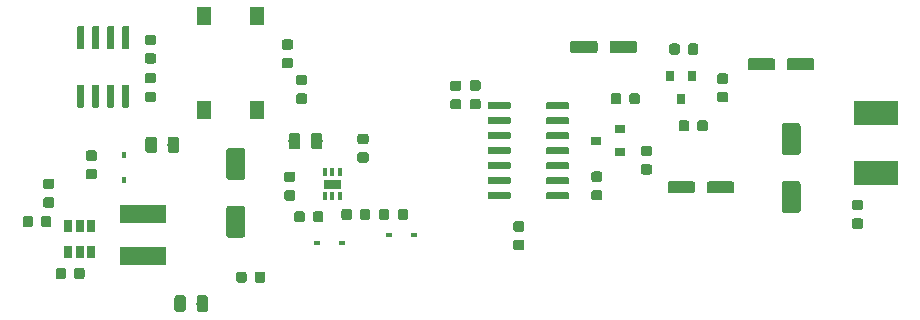
<source format=gbr>
G04 #@! TF.GenerationSoftware,KiCad,Pcbnew,(5.1.4)-1*
G04 #@! TF.CreationDate,2020-07-19T23:59:32-07:00*
G04 #@! TF.ProjectId,Main Board,4d61696e-2042-46f6-9172-642e6b696361,rev?*
G04 #@! TF.SameCoordinates,Original*
G04 #@! TF.FileFunction,Paste,Top*
G04 #@! TF.FilePolarity,Positive*
%FSLAX46Y46*%
G04 Gerber Fmt 4.6, Leading zero omitted, Abs format (unit mm)*
G04 Created by KiCad (PCBNEW (5.1.4)-1) date 2020-07-19 23:59:32*
%MOMM*%
%LPD*%
G04 APERTURE LIST*
%ADD10C,0.010000*%
%ADD11R,0.320000X0.660000*%
%ADD12R,4.000000X1.500000*%
%ADD13C,0.100000*%
%ADD14C,1.600000*%
%ADD15C,1.000000*%
%ADD16C,0.875000*%
%ADD17C,0.600000*%
%ADD18C,0.975000*%
%ADD19R,0.600000X0.450000*%
%ADD20R,0.650000X1.060000*%
%ADD21R,1.300000X1.550000*%
%ADD22R,3.800000X2.000000*%
%ADD23R,0.450000X0.600000*%
%ADD24R,0.800000X0.900000*%
%ADD25R,0.900000X0.800000*%
G04 APERTURE END LIST*
D10*
G36*
X137050000Y-100100610D02*
G01*
X137050000Y-99460000D01*
X137671296Y-99460000D01*
X137671296Y-100100610D01*
X137050000Y-100100610D01*
G37*
X137050000Y-100100610D02*
X137050000Y-99460000D01*
X137671296Y-99460000D01*
X137671296Y-100100610D01*
X137050000Y-100100610D01*
G36*
X136310000Y-100100584D02*
G01*
X136310000Y-99460000D01*
X136929890Y-99460000D01*
X136929890Y-100100584D01*
X136310000Y-100100584D01*
G37*
X136310000Y-100100584D02*
X136310000Y-99460000D01*
X136929890Y-99460000D01*
X136929890Y-100100584D01*
X136310000Y-100100584D01*
D11*
X136340000Y-98750000D03*
X136990000Y-98750000D03*
X137640000Y-98750000D03*
X137640000Y-100810000D03*
X136990000Y-100810000D03*
X136340000Y-100810000D03*
D12*
X120980000Y-105910000D03*
X120990000Y-102305000D03*
D13*
G36*
X176414865Y-94661202D02*
G01*
X176439095Y-94664796D01*
X176462855Y-94670748D01*
X176485918Y-94679000D01*
X176508061Y-94689472D01*
X176529070Y-94702065D01*
X176548745Y-94716657D01*
X176566894Y-94733106D01*
X176583343Y-94751255D01*
X176597935Y-94770930D01*
X176610528Y-94791939D01*
X176621000Y-94814082D01*
X176629252Y-94837145D01*
X176635204Y-94860905D01*
X176638798Y-94885135D01*
X176640000Y-94909600D01*
X176640000Y-97110400D01*
X176638798Y-97134865D01*
X176635204Y-97159095D01*
X176629252Y-97182855D01*
X176621000Y-97205918D01*
X176610528Y-97228061D01*
X176597935Y-97249070D01*
X176583343Y-97268745D01*
X176566894Y-97286894D01*
X176548745Y-97303343D01*
X176529070Y-97317935D01*
X176508061Y-97330528D01*
X176485918Y-97341000D01*
X176462855Y-97349252D01*
X176439095Y-97355204D01*
X176414865Y-97358798D01*
X176390400Y-97360000D01*
X175289600Y-97360000D01*
X175265135Y-97358798D01*
X175240905Y-97355204D01*
X175217145Y-97349252D01*
X175194082Y-97341000D01*
X175171939Y-97330528D01*
X175150930Y-97317935D01*
X175131255Y-97303343D01*
X175113106Y-97286894D01*
X175096657Y-97268745D01*
X175082065Y-97249070D01*
X175069472Y-97228061D01*
X175059000Y-97205918D01*
X175050748Y-97182855D01*
X175044796Y-97159095D01*
X175041202Y-97134865D01*
X175040000Y-97110400D01*
X175040000Y-94909600D01*
X175041202Y-94885135D01*
X175044796Y-94860905D01*
X175050748Y-94837145D01*
X175059000Y-94814082D01*
X175069472Y-94791939D01*
X175082065Y-94770930D01*
X175096657Y-94751255D01*
X175113106Y-94733106D01*
X175131255Y-94716657D01*
X175150930Y-94702065D01*
X175171939Y-94689472D01*
X175194082Y-94679000D01*
X175217145Y-94670748D01*
X175240905Y-94664796D01*
X175265135Y-94661202D01*
X175289600Y-94660000D01*
X176390400Y-94660000D01*
X176414865Y-94661202D01*
X176414865Y-94661202D01*
G37*
D14*
X175840000Y-96010000D03*
D13*
G36*
X176414865Y-99561202D02*
G01*
X176439095Y-99564796D01*
X176462855Y-99570748D01*
X176485918Y-99579000D01*
X176508061Y-99589472D01*
X176529070Y-99602065D01*
X176548745Y-99616657D01*
X176566894Y-99633106D01*
X176583343Y-99651255D01*
X176597935Y-99670930D01*
X176610528Y-99691939D01*
X176621000Y-99714082D01*
X176629252Y-99737145D01*
X176635204Y-99760905D01*
X176638798Y-99785135D01*
X176640000Y-99809600D01*
X176640000Y-102010400D01*
X176638798Y-102034865D01*
X176635204Y-102059095D01*
X176629252Y-102082855D01*
X176621000Y-102105918D01*
X176610528Y-102128061D01*
X176597935Y-102149070D01*
X176583343Y-102168745D01*
X176566894Y-102186894D01*
X176548745Y-102203343D01*
X176529070Y-102217935D01*
X176508061Y-102230528D01*
X176485918Y-102241000D01*
X176462855Y-102249252D01*
X176439095Y-102255204D01*
X176414865Y-102258798D01*
X176390400Y-102260000D01*
X175289600Y-102260000D01*
X175265135Y-102258798D01*
X175240905Y-102255204D01*
X175217145Y-102249252D01*
X175194082Y-102241000D01*
X175171939Y-102230528D01*
X175150930Y-102217935D01*
X175131255Y-102203343D01*
X175113106Y-102186894D01*
X175096657Y-102168745D01*
X175082065Y-102149070D01*
X175069472Y-102128061D01*
X175059000Y-102105918D01*
X175050748Y-102082855D01*
X175044796Y-102059095D01*
X175041202Y-102034865D01*
X175040000Y-102010400D01*
X175040000Y-99809600D01*
X175041202Y-99785135D01*
X175044796Y-99760905D01*
X175050748Y-99737145D01*
X175059000Y-99714082D01*
X175069472Y-99691939D01*
X175082065Y-99670930D01*
X175096657Y-99651255D01*
X175113106Y-99633106D01*
X175131255Y-99616657D01*
X175150930Y-99602065D01*
X175171939Y-99589472D01*
X175194082Y-99579000D01*
X175217145Y-99570748D01*
X175240905Y-99564796D01*
X175265135Y-99561202D01*
X175289600Y-99560000D01*
X176390400Y-99560000D01*
X176414865Y-99561202D01*
X176414865Y-99561202D01*
G37*
D14*
X175840000Y-100910000D03*
D13*
G36*
X129384865Y-101651202D02*
G01*
X129409095Y-101654796D01*
X129432855Y-101660748D01*
X129455918Y-101669000D01*
X129478061Y-101679472D01*
X129499070Y-101692065D01*
X129518745Y-101706657D01*
X129536894Y-101723106D01*
X129553343Y-101741255D01*
X129567935Y-101760930D01*
X129580528Y-101781939D01*
X129591000Y-101804082D01*
X129599252Y-101827145D01*
X129605204Y-101850905D01*
X129608798Y-101875135D01*
X129610000Y-101899600D01*
X129610000Y-104100400D01*
X129608798Y-104124865D01*
X129605204Y-104149095D01*
X129599252Y-104172855D01*
X129591000Y-104195918D01*
X129580528Y-104218061D01*
X129567935Y-104239070D01*
X129553343Y-104258745D01*
X129536894Y-104276894D01*
X129518745Y-104293343D01*
X129499070Y-104307935D01*
X129478061Y-104320528D01*
X129455918Y-104331000D01*
X129432855Y-104339252D01*
X129409095Y-104345204D01*
X129384865Y-104348798D01*
X129360400Y-104350000D01*
X128259600Y-104350000D01*
X128235135Y-104348798D01*
X128210905Y-104345204D01*
X128187145Y-104339252D01*
X128164082Y-104331000D01*
X128141939Y-104320528D01*
X128120930Y-104307935D01*
X128101255Y-104293343D01*
X128083106Y-104276894D01*
X128066657Y-104258745D01*
X128052065Y-104239070D01*
X128039472Y-104218061D01*
X128029000Y-104195918D01*
X128020748Y-104172855D01*
X128014796Y-104149095D01*
X128011202Y-104124865D01*
X128010000Y-104100400D01*
X128010000Y-101899600D01*
X128011202Y-101875135D01*
X128014796Y-101850905D01*
X128020748Y-101827145D01*
X128029000Y-101804082D01*
X128039472Y-101781939D01*
X128052065Y-101760930D01*
X128066657Y-101741255D01*
X128083106Y-101723106D01*
X128101255Y-101706657D01*
X128120930Y-101692065D01*
X128141939Y-101679472D01*
X128164082Y-101669000D01*
X128187145Y-101660748D01*
X128210905Y-101654796D01*
X128235135Y-101651202D01*
X128259600Y-101650000D01*
X129360400Y-101650000D01*
X129384865Y-101651202D01*
X129384865Y-101651202D01*
G37*
D14*
X128810000Y-103000000D03*
D13*
G36*
X129384865Y-96751202D02*
G01*
X129409095Y-96754796D01*
X129432855Y-96760748D01*
X129455918Y-96769000D01*
X129478061Y-96779472D01*
X129499070Y-96792065D01*
X129518745Y-96806657D01*
X129536894Y-96823106D01*
X129553343Y-96841255D01*
X129567935Y-96860930D01*
X129580528Y-96881939D01*
X129591000Y-96904082D01*
X129599252Y-96927145D01*
X129605204Y-96950905D01*
X129608798Y-96975135D01*
X129610000Y-96999600D01*
X129610000Y-99200400D01*
X129608798Y-99224865D01*
X129605204Y-99249095D01*
X129599252Y-99272855D01*
X129591000Y-99295918D01*
X129580528Y-99318061D01*
X129567935Y-99339070D01*
X129553343Y-99358745D01*
X129536894Y-99376894D01*
X129518745Y-99393343D01*
X129499070Y-99407935D01*
X129478061Y-99420528D01*
X129455918Y-99431000D01*
X129432855Y-99439252D01*
X129409095Y-99445204D01*
X129384865Y-99448798D01*
X129360400Y-99450000D01*
X128259600Y-99450000D01*
X128235135Y-99448798D01*
X128210905Y-99445204D01*
X128187145Y-99439252D01*
X128164082Y-99431000D01*
X128141939Y-99420528D01*
X128120930Y-99407935D01*
X128101255Y-99393343D01*
X128083106Y-99376894D01*
X128066657Y-99358745D01*
X128052065Y-99339070D01*
X128039472Y-99318061D01*
X128029000Y-99295918D01*
X128020748Y-99272855D01*
X128014796Y-99249095D01*
X128011202Y-99224865D01*
X128010000Y-99200400D01*
X128010000Y-96999600D01*
X128011202Y-96975135D01*
X128014796Y-96950905D01*
X128020748Y-96927145D01*
X128029000Y-96904082D01*
X128039472Y-96881939D01*
X128052065Y-96860930D01*
X128066657Y-96841255D01*
X128083106Y-96823106D01*
X128101255Y-96806657D01*
X128120930Y-96792065D01*
X128141939Y-96779472D01*
X128164082Y-96769000D01*
X128187145Y-96760748D01*
X128210905Y-96754796D01*
X128235135Y-96751202D01*
X128259600Y-96750000D01*
X129360400Y-96750000D01*
X129384865Y-96751202D01*
X129384865Y-96751202D01*
G37*
D14*
X128810000Y-98100000D03*
D13*
G36*
X159309291Y-87690751D02*
G01*
X159324434Y-87692997D01*
X159339284Y-87696717D01*
X159353699Y-87701875D01*
X159367538Y-87708420D01*
X159380669Y-87716291D01*
X159392965Y-87725410D01*
X159404309Y-87735691D01*
X159414590Y-87747035D01*
X159423709Y-87759331D01*
X159431580Y-87772462D01*
X159438125Y-87786301D01*
X159443283Y-87800716D01*
X159447003Y-87815566D01*
X159449249Y-87830709D01*
X159450000Y-87846000D01*
X159450000Y-88534000D01*
X159449249Y-88549291D01*
X159447003Y-88564434D01*
X159443283Y-88579284D01*
X159438125Y-88593699D01*
X159431580Y-88607538D01*
X159423709Y-88620669D01*
X159414590Y-88632965D01*
X159404309Y-88644309D01*
X159392965Y-88654590D01*
X159380669Y-88663709D01*
X159367538Y-88671580D01*
X159353699Y-88678125D01*
X159339284Y-88683283D01*
X159324434Y-88687003D01*
X159309291Y-88689249D01*
X159294000Y-88690000D01*
X157306000Y-88690000D01*
X157290709Y-88689249D01*
X157275566Y-88687003D01*
X157260716Y-88683283D01*
X157246301Y-88678125D01*
X157232462Y-88671580D01*
X157219331Y-88663709D01*
X157207035Y-88654590D01*
X157195691Y-88644309D01*
X157185410Y-88632965D01*
X157176291Y-88620669D01*
X157168420Y-88607538D01*
X157161875Y-88593699D01*
X157156717Y-88579284D01*
X157152997Y-88564434D01*
X157150751Y-88549291D01*
X157150000Y-88534000D01*
X157150000Y-87846000D01*
X157150751Y-87830709D01*
X157152997Y-87815566D01*
X157156717Y-87800716D01*
X157161875Y-87786301D01*
X157168420Y-87772462D01*
X157176291Y-87759331D01*
X157185410Y-87747035D01*
X157195691Y-87735691D01*
X157207035Y-87725410D01*
X157219331Y-87716291D01*
X157232462Y-87708420D01*
X157246301Y-87701875D01*
X157260716Y-87696717D01*
X157275566Y-87692997D01*
X157290709Y-87690751D01*
X157306000Y-87690000D01*
X159294000Y-87690000D01*
X159309291Y-87690751D01*
X159309291Y-87690751D01*
G37*
D15*
X158300000Y-88190000D03*
D13*
G36*
X162629291Y-87690751D02*
G01*
X162644434Y-87692997D01*
X162659284Y-87696717D01*
X162673699Y-87701875D01*
X162687538Y-87708420D01*
X162700669Y-87716291D01*
X162712965Y-87725410D01*
X162724309Y-87735691D01*
X162734590Y-87747035D01*
X162743709Y-87759331D01*
X162751580Y-87772462D01*
X162758125Y-87786301D01*
X162763283Y-87800716D01*
X162767003Y-87815566D01*
X162769249Y-87830709D01*
X162770000Y-87846000D01*
X162770000Y-88534000D01*
X162769249Y-88549291D01*
X162767003Y-88564434D01*
X162763283Y-88579284D01*
X162758125Y-88593699D01*
X162751580Y-88607538D01*
X162743709Y-88620669D01*
X162734590Y-88632965D01*
X162724309Y-88644309D01*
X162712965Y-88654590D01*
X162700669Y-88663709D01*
X162687538Y-88671580D01*
X162673699Y-88678125D01*
X162659284Y-88683283D01*
X162644434Y-88687003D01*
X162629291Y-88689249D01*
X162614000Y-88690000D01*
X160626000Y-88690000D01*
X160610709Y-88689249D01*
X160595566Y-88687003D01*
X160580716Y-88683283D01*
X160566301Y-88678125D01*
X160552462Y-88671580D01*
X160539331Y-88663709D01*
X160527035Y-88654590D01*
X160515691Y-88644309D01*
X160505410Y-88632965D01*
X160496291Y-88620669D01*
X160488420Y-88607538D01*
X160481875Y-88593699D01*
X160476717Y-88579284D01*
X160472997Y-88564434D01*
X160470751Y-88549291D01*
X160470000Y-88534000D01*
X160470000Y-87846000D01*
X160470751Y-87830709D01*
X160472997Y-87815566D01*
X160476717Y-87800716D01*
X160481875Y-87786301D01*
X160488420Y-87772462D01*
X160496291Y-87759331D01*
X160505410Y-87747035D01*
X160515691Y-87735691D01*
X160527035Y-87725410D01*
X160539331Y-87716291D01*
X160552462Y-87708420D01*
X160566301Y-87701875D01*
X160580716Y-87696717D01*
X160595566Y-87692997D01*
X160610709Y-87690751D01*
X160626000Y-87690000D01*
X162614000Y-87690000D01*
X162629291Y-87690751D01*
X162629291Y-87690751D01*
G37*
D15*
X161620000Y-88190000D03*
D13*
G36*
X167539291Y-99590751D02*
G01*
X167554434Y-99592997D01*
X167569284Y-99596717D01*
X167583699Y-99601875D01*
X167597538Y-99608420D01*
X167610669Y-99616291D01*
X167622965Y-99625410D01*
X167634309Y-99635691D01*
X167644590Y-99647035D01*
X167653709Y-99659331D01*
X167661580Y-99672462D01*
X167668125Y-99686301D01*
X167673283Y-99700716D01*
X167677003Y-99715566D01*
X167679249Y-99730709D01*
X167680000Y-99746000D01*
X167680000Y-100434000D01*
X167679249Y-100449291D01*
X167677003Y-100464434D01*
X167673283Y-100479284D01*
X167668125Y-100493699D01*
X167661580Y-100507538D01*
X167653709Y-100520669D01*
X167644590Y-100532965D01*
X167634309Y-100544309D01*
X167622965Y-100554590D01*
X167610669Y-100563709D01*
X167597538Y-100571580D01*
X167583699Y-100578125D01*
X167569284Y-100583283D01*
X167554434Y-100587003D01*
X167539291Y-100589249D01*
X167524000Y-100590000D01*
X165536000Y-100590000D01*
X165520709Y-100589249D01*
X165505566Y-100587003D01*
X165490716Y-100583283D01*
X165476301Y-100578125D01*
X165462462Y-100571580D01*
X165449331Y-100563709D01*
X165437035Y-100554590D01*
X165425691Y-100544309D01*
X165415410Y-100532965D01*
X165406291Y-100520669D01*
X165398420Y-100507538D01*
X165391875Y-100493699D01*
X165386717Y-100479284D01*
X165382997Y-100464434D01*
X165380751Y-100449291D01*
X165380000Y-100434000D01*
X165380000Y-99746000D01*
X165380751Y-99730709D01*
X165382997Y-99715566D01*
X165386717Y-99700716D01*
X165391875Y-99686301D01*
X165398420Y-99672462D01*
X165406291Y-99659331D01*
X165415410Y-99647035D01*
X165425691Y-99635691D01*
X165437035Y-99625410D01*
X165449331Y-99616291D01*
X165462462Y-99608420D01*
X165476301Y-99601875D01*
X165490716Y-99596717D01*
X165505566Y-99592997D01*
X165520709Y-99590751D01*
X165536000Y-99590000D01*
X167524000Y-99590000D01*
X167539291Y-99590751D01*
X167539291Y-99590751D01*
G37*
D15*
X166530000Y-100090000D03*
D13*
G36*
X170859291Y-99590751D02*
G01*
X170874434Y-99592997D01*
X170889284Y-99596717D01*
X170903699Y-99601875D01*
X170917538Y-99608420D01*
X170930669Y-99616291D01*
X170942965Y-99625410D01*
X170954309Y-99635691D01*
X170964590Y-99647035D01*
X170973709Y-99659331D01*
X170981580Y-99672462D01*
X170988125Y-99686301D01*
X170993283Y-99700716D01*
X170997003Y-99715566D01*
X170999249Y-99730709D01*
X171000000Y-99746000D01*
X171000000Y-100434000D01*
X170999249Y-100449291D01*
X170997003Y-100464434D01*
X170993283Y-100479284D01*
X170988125Y-100493699D01*
X170981580Y-100507538D01*
X170973709Y-100520669D01*
X170964590Y-100532965D01*
X170954309Y-100544309D01*
X170942965Y-100554590D01*
X170930669Y-100563709D01*
X170917538Y-100571580D01*
X170903699Y-100578125D01*
X170889284Y-100583283D01*
X170874434Y-100587003D01*
X170859291Y-100589249D01*
X170844000Y-100590000D01*
X168856000Y-100590000D01*
X168840709Y-100589249D01*
X168825566Y-100587003D01*
X168810716Y-100583283D01*
X168796301Y-100578125D01*
X168782462Y-100571580D01*
X168769331Y-100563709D01*
X168757035Y-100554590D01*
X168745691Y-100544309D01*
X168735410Y-100532965D01*
X168726291Y-100520669D01*
X168718420Y-100507538D01*
X168711875Y-100493699D01*
X168706717Y-100479284D01*
X168702997Y-100464434D01*
X168700751Y-100449291D01*
X168700000Y-100434000D01*
X168700000Y-99746000D01*
X168700751Y-99730709D01*
X168702997Y-99715566D01*
X168706717Y-99700716D01*
X168711875Y-99686301D01*
X168718420Y-99672462D01*
X168726291Y-99659331D01*
X168735410Y-99647035D01*
X168745691Y-99635691D01*
X168757035Y-99625410D01*
X168769331Y-99616291D01*
X168782462Y-99608420D01*
X168796301Y-99601875D01*
X168810716Y-99596717D01*
X168825566Y-99592997D01*
X168840709Y-99590751D01*
X168856000Y-99590000D01*
X170844000Y-99590000D01*
X170859291Y-99590751D01*
X170859291Y-99590751D01*
G37*
D15*
X169850000Y-100090000D03*
D13*
G36*
X174319291Y-89170751D02*
G01*
X174334434Y-89172997D01*
X174349284Y-89176717D01*
X174363699Y-89181875D01*
X174377538Y-89188420D01*
X174390669Y-89196291D01*
X174402965Y-89205410D01*
X174414309Y-89215691D01*
X174424590Y-89227035D01*
X174433709Y-89239331D01*
X174441580Y-89252462D01*
X174448125Y-89266301D01*
X174453283Y-89280716D01*
X174457003Y-89295566D01*
X174459249Y-89310709D01*
X174460000Y-89326000D01*
X174460000Y-90014000D01*
X174459249Y-90029291D01*
X174457003Y-90044434D01*
X174453283Y-90059284D01*
X174448125Y-90073699D01*
X174441580Y-90087538D01*
X174433709Y-90100669D01*
X174424590Y-90112965D01*
X174414309Y-90124309D01*
X174402965Y-90134590D01*
X174390669Y-90143709D01*
X174377538Y-90151580D01*
X174363699Y-90158125D01*
X174349284Y-90163283D01*
X174334434Y-90167003D01*
X174319291Y-90169249D01*
X174304000Y-90170000D01*
X172316000Y-90170000D01*
X172300709Y-90169249D01*
X172285566Y-90167003D01*
X172270716Y-90163283D01*
X172256301Y-90158125D01*
X172242462Y-90151580D01*
X172229331Y-90143709D01*
X172217035Y-90134590D01*
X172205691Y-90124309D01*
X172195410Y-90112965D01*
X172186291Y-90100669D01*
X172178420Y-90087538D01*
X172171875Y-90073699D01*
X172166717Y-90059284D01*
X172162997Y-90044434D01*
X172160751Y-90029291D01*
X172160000Y-90014000D01*
X172160000Y-89326000D01*
X172160751Y-89310709D01*
X172162997Y-89295566D01*
X172166717Y-89280716D01*
X172171875Y-89266301D01*
X172178420Y-89252462D01*
X172186291Y-89239331D01*
X172195410Y-89227035D01*
X172205691Y-89215691D01*
X172217035Y-89205410D01*
X172229331Y-89196291D01*
X172242462Y-89188420D01*
X172256301Y-89181875D01*
X172270716Y-89176717D01*
X172285566Y-89172997D01*
X172300709Y-89170751D01*
X172316000Y-89170000D01*
X174304000Y-89170000D01*
X174319291Y-89170751D01*
X174319291Y-89170751D01*
G37*
D15*
X173310000Y-89670000D03*
D13*
G36*
X177639291Y-89170751D02*
G01*
X177654434Y-89172997D01*
X177669284Y-89176717D01*
X177683699Y-89181875D01*
X177697538Y-89188420D01*
X177710669Y-89196291D01*
X177722965Y-89205410D01*
X177734309Y-89215691D01*
X177744590Y-89227035D01*
X177753709Y-89239331D01*
X177761580Y-89252462D01*
X177768125Y-89266301D01*
X177773283Y-89280716D01*
X177777003Y-89295566D01*
X177779249Y-89310709D01*
X177780000Y-89326000D01*
X177780000Y-90014000D01*
X177779249Y-90029291D01*
X177777003Y-90044434D01*
X177773283Y-90059284D01*
X177768125Y-90073699D01*
X177761580Y-90087538D01*
X177753709Y-90100669D01*
X177744590Y-90112965D01*
X177734309Y-90124309D01*
X177722965Y-90134590D01*
X177710669Y-90143709D01*
X177697538Y-90151580D01*
X177683699Y-90158125D01*
X177669284Y-90163283D01*
X177654434Y-90167003D01*
X177639291Y-90169249D01*
X177624000Y-90170000D01*
X175636000Y-90170000D01*
X175620709Y-90169249D01*
X175605566Y-90167003D01*
X175590716Y-90163283D01*
X175576301Y-90158125D01*
X175562462Y-90151580D01*
X175549331Y-90143709D01*
X175537035Y-90134590D01*
X175525691Y-90124309D01*
X175515410Y-90112965D01*
X175506291Y-90100669D01*
X175498420Y-90087538D01*
X175491875Y-90073699D01*
X175486717Y-90059284D01*
X175482997Y-90044434D01*
X175480751Y-90029291D01*
X175480000Y-90014000D01*
X175480000Y-89326000D01*
X175480751Y-89310709D01*
X175482997Y-89295566D01*
X175486717Y-89280716D01*
X175491875Y-89266301D01*
X175498420Y-89252462D01*
X175506291Y-89239331D01*
X175515410Y-89227035D01*
X175525691Y-89215691D01*
X175537035Y-89205410D01*
X175549331Y-89196291D01*
X175562462Y-89188420D01*
X175576301Y-89181875D01*
X175590716Y-89176717D01*
X175605566Y-89172997D01*
X175620709Y-89170751D01*
X175636000Y-89170000D01*
X177624000Y-89170000D01*
X177639291Y-89170751D01*
X177639291Y-89170751D01*
G37*
D15*
X176630000Y-89670000D03*
D13*
G36*
X136030191Y-102106053D02*
G01*
X136051426Y-102109203D01*
X136072250Y-102114419D01*
X136092462Y-102121651D01*
X136111868Y-102130830D01*
X136130281Y-102141866D01*
X136147524Y-102154654D01*
X136163430Y-102169070D01*
X136177846Y-102184976D01*
X136190634Y-102202219D01*
X136201670Y-102220632D01*
X136210849Y-102240038D01*
X136218081Y-102260250D01*
X136223297Y-102281074D01*
X136226447Y-102302309D01*
X136227500Y-102323750D01*
X136227500Y-102836250D01*
X136226447Y-102857691D01*
X136223297Y-102878926D01*
X136218081Y-102899750D01*
X136210849Y-102919962D01*
X136201670Y-102939368D01*
X136190634Y-102957781D01*
X136177846Y-102975024D01*
X136163430Y-102990930D01*
X136147524Y-103005346D01*
X136130281Y-103018134D01*
X136111868Y-103029170D01*
X136092462Y-103038349D01*
X136072250Y-103045581D01*
X136051426Y-103050797D01*
X136030191Y-103053947D01*
X136008750Y-103055000D01*
X135571250Y-103055000D01*
X135549809Y-103053947D01*
X135528574Y-103050797D01*
X135507750Y-103045581D01*
X135487538Y-103038349D01*
X135468132Y-103029170D01*
X135449719Y-103018134D01*
X135432476Y-103005346D01*
X135416570Y-102990930D01*
X135402154Y-102975024D01*
X135389366Y-102957781D01*
X135378330Y-102939368D01*
X135369151Y-102919962D01*
X135361919Y-102899750D01*
X135356703Y-102878926D01*
X135353553Y-102857691D01*
X135352500Y-102836250D01*
X135352500Y-102323750D01*
X135353553Y-102302309D01*
X135356703Y-102281074D01*
X135361919Y-102260250D01*
X135369151Y-102240038D01*
X135378330Y-102220632D01*
X135389366Y-102202219D01*
X135402154Y-102184976D01*
X135416570Y-102169070D01*
X135432476Y-102154654D01*
X135449719Y-102141866D01*
X135468132Y-102130830D01*
X135487538Y-102121651D01*
X135507750Y-102114419D01*
X135528574Y-102109203D01*
X135549809Y-102106053D01*
X135571250Y-102105000D01*
X136008750Y-102105000D01*
X136030191Y-102106053D01*
X136030191Y-102106053D01*
G37*
D16*
X135790000Y-102580000D03*
D13*
G36*
X134455191Y-102106053D02*
G01*
X134476426Y-102109203D01*
X134497250Y-102114419D01*
X134517462Y-102121651D01*
X134536868Y-102130830D01*
X134555281Y-102141866D01*
X134572524Y-102154654D01*
X134588430Y-102169070D01*
X134602846Y-102184976D01*
X134615634Y-102202219D01*
X134626670Y-102220632D01*
X134635849Y-102240038D01*
X134643081Y-102260250D01*
X134648297Y-102281074D01*
X134651447Y-102302309D01*
X134652500Y-102323750D01*
X134652500Y-102836250D01*
X134651447Y-102857691D01*
X134648297Y-102878926D01*
X134643081Y-102899750D01*
X134635849Y-102919962D01*
X134626670Y-102939368D01*
X134615634Y-102957781D01*
X134602846Y-102975024D01*
X134588430Y-102990930D01*
X134572524Y-103005346D01*
X134555281Y-103018134D01*
X134536868Y-103029170D01*
X134517462Y-103038349D01*
X134497250Y-103045581D01*
X134476426Y-103050797D01*
X134455191Y-103053947D01*
X134433750Y-103055000D01*
X133996250Y-103055000D01*
X133974809Y-103053947D01*
X133953574Y-103050797D01*
X133932750Y-103045581D01*
X133912538Y-103038349D01*
X133893132Y-103029170D01*
X133874719Y-103018134D01*
X133857476Y-103005346D01*
X133841570Y-102990930D01*
X133827154Y-102975024D01*
X133814366Y-102957781D01*
X133803330Y-102939368D01*
X133794151Y-102919962D01*
X133786919Y-102899750D01*
X133781703Y-102878926D01*
X133778553Y-102857691D01*
X133777500Y-102836250D01*
X133777500Y-102323750D01*
X133778553Y-102302309D01*
X133781703Y-102281074D01*
X133786919Y-102260250D01*
X133794151Y-102240038D01*
X133803330Y-102220632D01*
X133814366Y-102202219D01*
X133827154Y-102184976D01*
X133841570Y-102169070D01*
X133857476Y-102154654D01*
X133874719Y-102141866D01*
X133893132Y-102130830D01*
X133912538Y-102121651D01*
X133932750Y-102114419D01*
X133953574Y-102109203D01*
X133974809Y-102106053D01*
X133996250Y-102105000D01*
X134433750Y-102105000D01*
X134455191Y-102106053D01*
X134455191Y-102106053D01*
G37*
D16*
X134215000Y-102580000D03*
D13*
G36*
X133467691Y-87556053D02*
G01*
X133488926Y-87559203D01*
X133509750Y-87564419D01*
X133529962Y-87571651D01*
X133549368Y-87580830D01*
X133567781Y-87591866D01*
X133585024Y-87604654D01*
X133600930Y-87619070D01*
X133615346Y-87634976D01*
X133628134Y-87652219D01*
X133639170Y-87670632D01*
X133648349Y-87690038D01*
X133655581Y-87710250D01*
X133660797Y-87731074D01*
X133663947Y-87752309D01*
X133665000Y-87773750D01*
X133665000Y-88211250D01*
X133663947Y-88232691D01*
X133660797Y-88253926D01*
X133655581Y-88274750D01*
X133648349Y-88294962D01*
X133639170Y-88314368D01*
X133628134Y-88332781D01*
X133615346Y-88350024D01*
X133600930Y-88365930D01*
X133585024Y-88380346D01*
X133567781Y-88393134D01*
X133549368Y-88404170D01*
X133529962Y-88413349D01*
X133509750Y-88420581D01*
X133488926Y-88425797D01*
X133467691Y-88428947D01*
X133446250Y-88430000D01*
X132933750Y-88430000D01*
X132912309Y-88428947D01*
X132891074Y-88425797D01*
X132870250Y-88420581D01*
X132850038Y-88413349D01*
X132830632Y-88404170D01*
X132812219Y-88393134D01*
X132794976Y-88380346D01*
X132779070Y-88365930D01*
X132764654Y-88350024D01*
X132751866Y-88332781D01*
X132740830Y-88314368D01*
X132731651Y-88294962D01*
X132724419Y-88274750D01*
X132719203Y-88253926D01*
X132716053Y-88232691D01*
X132715000Y-88211250D01*
X132715000Y-87773750D01*
X132716053Y-87752309D01*
X132719203Y-87731074D01*
X132724419Y-87710250D01*
X132731651Y-87690038D01*
X132740830Y-87670632D01*
X132751866Y-87652219D01*
X132764654Y-87634976D01*
X132779070Y-87619070D01*
X132794976Y-87604654D01*
X132812219Y-87591866D01*
X132830632Y-87580830D01*
X132850038Y-87571651D01*
X132870250Y-87564419D01*
X132891074Y-87559203D01*
X132912309Y-87556053D01*
X132933750Y-87555000D01*
X133446250Y-87555000D01*
X133467691Y-87556053D01*
X133467691Y-87556053D01*
G37*
D16*
X133190000Y-87992500D03*
D13*
G36*
X133467691Y-89131053D02*
G01*
X133488926Y-89134203D01*
X133509750Y-89139419D01*
X133529962Y-89146651D01*
X133549368Y-89155830D01*
X133567781Y-89166866D01*
X133585024Y-89179654D01*
X133600930Y-89194070D01*
X133615346Y-89209976D01*
X133628134Y-89227219D01*
X133639170Y-89245632D01*
X133648349Y-89265038D01*
X133655581Y-89285250D01*
X133660797Y-89306074D01*
X133663947Y-89327309D01*
X133665000Y-89348750D01*
X133665000Y-89786250D01*
X133663947Y-89807691D01*
X133660797Y-89828926D01*
X133655581Y-89849750D01*
X133648349Y-89869962D01*
X133639170Y-89889368D01*
X133628134Y-89907781D01*
X133615346Y-89925024D01*
X133600930Y-89940930D01*
X133585024Y-89955346D01*
X133567781Y-89968134D01*
X133549368Y-89979170D01*
X133529962Y-89988349D01*
X133509750Y-89995581D01*
X133488926Y-90000797D01*
X133467691Y-90003947D01*
X133446250Y-90005000D01*
X132933750Y-90005000D01*
X132912309Y-90003947D01*
X132891074Y-90000797D01*
X132870250Y-89995581D01*
X132850038Y-89988349D01*
X132830632Y-89979170D01*
X132812219Y-89968134D01*
X132794976Y-89955346D01*
X132779070Y-89940930D01*
X132764654Y-89925024D01*
X132751866Y-89907781D01*
X132740830Y-89889368D01*
X132731651Y-89869962D01*
X132724419Y-89849750D01*
X132719203Y-89828926D01*
X132716053Y-89807691D01*
X132715000Y-89786250D01*
X132715000Y-89348750D01*
X132716053Y-89327309D01*
X132719203Y-89306074D01*
X132724419Y-89285250D01*
X132731651Y-89265038D01*
X132740830Y-89245632D01*
X132751866Y-89227219D01*
X132764654Y-89209976D01*
X132779070Y-89194070D01*
X132794976Y-89179654D01*
X132812219Y-89166866D01*
X132830632Y-89155830D01*
X132850038Y-89146651D01*
X132870250Y-89139419D01*
X132891074Y-89134203D01*
X132912309Y-89131053D01*
X132933750Y-89130000D01*
X133446250Y-89130000D01*
X133467691Y-89131053D01*
X133467691Y-89131053D01*
G37*
D16*
X133190000Y-89567500D03*
D13*
G36*
X141630191Y-101906053D02*
G01*
X141651426Y-101909203D01*
X141672250Y-101914419D01*
X141692462Y-101921651D01*
X141711868Y-101930830D01*
X141730281Y-101941866D01*
X141747524Y-101954654D01*
X141763430Y-101969070D01*
X141777846Y-101984976D01*
X141790634Y-102002219D01*
X141801670Y-102020632D01*
X141810849Y-102040038D01*
X141818081Y-102060250D01*
X141823297Y-102081074D01*
X141826447Y-102102309D01*
X141827500Y-102123750D01*
X141827500Y-102636250D01*
X141826447Y-102657691D01*
X141823297Y-102678926D01*
X141818081Y-102699750D01*
X141810849Y-102719962D01*
X141801670Y-102739368D01*
X141790634Y-102757781D01*
X141777846Y-102775024D01*
X141763430Y-102790930D01*
X141747524Y-102805346D01*
X141730281Y-102818134D01*
X141711868Y-102829170D01*
X141692462Y-102838349D01*
X141672250Y-102845581D01*
X141651426Y-102850797D01*
X141630191Y-102853947D01*
X141608750Y-102855000D01*
X141171250Y-102855000D01*
X141149809Y-102853947D01*
X141128574Y-102850797D01*
X141107750Y-102845581D01*
X141087538Y-102838349D01*
X141068132Y-102829170D01*
X141049719Y-102818134D01*
X141032476Y-102805346D01*
X141016570Y-102790930D01*
X141002154Y-102775024D01*
X140989366Y-102757781D01*
X140978330Y-102739368D01*
X140969151Y-102719962D01*
X140961919Y-102699750D01*
X140956703Y-102678926D01*
X140953553Y-102657691D01*
X140952500Y-102636250D01*
X140952500Y-102123750D01*
X140953553Y-102102309D01*
X140956703Y-102081074D01*
X140961919Y-102060250D01*
X140969151Y-102040038D01*
X140978330Y-102020632D01*
X140989366Y-102002219D01*
X141002154Y-101984976D01*
X141016570Y-101969070D01*
X141032476Y-101954654D01*
X141049719Y-101941866D01*
X141068132Y-101930830D01*
X141087538Y-101921651D01*
X141107750Y-101914419D01*
X141128574Y-101909203D01*
X141149809Y-101906053D01*
X141171250Y-101905000D01*
X141608750Y-101905000D01*
X141630191Y-101906053D01*
X141630191Y-101906053D01*
G37*
D16*
X141390000Y-102380000D03*
D13*
G36*
X143205191Y-101906053D02*
G01*
X143226426Y-101909203D01*
X143247250Y-101914419D01*
X143267462Y-101921651D01*
X143286868Y-101930830D01*
X143305281Y-101941866D01*
X143322524Y-101954654D01*
X143338430Y-101969070D01*
X143352846Y-101984976D01*
X143365634Y-102002219D01*
X143376670Y-102020632D01*
X143385849Y-102040038D01*
X143393081Y-102060250D01*
X143398297Y-102081074D01*
X143401447Y-102102309D01*
X143402500Y-102123750D01*
X143402500Y-102636250D01*
X143401447Y-102657691D01*
X143398297Y-102678926D01*
X143393081Y-102699750D01*
X143385849Y-102719962D01*
X143376670Y-102739368D01*
X143365634Y-102757781D01*
X143352846Y-102775024D01*
X143338430Y-102790930D01*
X143322524Y-102805346D01*
X143305281Y-102818134D01*
X143286868Y-102829170D01*
X143267462Y-102838349D01*
X143247250Y-102845581D01*
X143226426Y-102850797D01*
X143205191Y-102853947D01*
X143183750Y-102855000D01*
X142746250Y-102855000D01*
X142724809Y-102853947D01*
X142703574Y-102850797D01*
X142682750Y-102845581D01*
X142662538Y-102838349D01*
X142643132Y-102829170D01*
X142624719Y-102818134D01*
X142607476Y-102805346D01*
X142591570Y-102790930D01*
X142577154Y-102775024D01*
X142564366Y-102757781D01*
X142553330Y-102739368D01*
X142544151Y-102719962D01*
X142536919Y-102699750D01*
X142531703Y-102678926D01*
X142528553Y-102657691D01*
X142527500Y-102636250D01*
X142527500Y-102123750D01*
X142528553Y-102102309D01*
X142531703Y-102081074D01*
X142536919Y-102060250D01*
X142544151Y-102040038D01*
X142553330Y-102020632D01*
X142564366Y-102002219D01*
X142577154Y-101984976D01*
X142591570Y-101969070D01*
X142607476Y-101954654D01*
X142624719Y-101941866D01*
X142643132Y-101930830D01*
X142662538Y-101921651D01*
X142682750Y-101914419D01*
X142703574Y-101909203D01*
X142724809Y-101906053D01*
X142746250Y-101905000D01*
X143183750Y-101905000D01*
X143205191Y-101906053D01*
X143205191Y-101906053D01*
G37*
D16*
X142965000Y-102380000D03*
D13*
G36*
X113267691Y-100931053D02*
G01*
X113288926Y-100934203D01*
X113309750Y-100939419D01*
X113329962Y-100946651D01*
X113349368Y-100955830D01*
X113367781Y-100966866D01*
X113385024Y-100979654D01*
X113400930Y-100994070D01*
X113415346Y-101009976D01*
X113428134Y-101027219D01*
X113439170Y-101045632D01*
X113448349Y-101065038D01*
X113455581Y-101085250D01*
X113460797Y-101106074D01*
X113463947Y-101127309D01*
X113465000Y-101148750D01*
X113465000Y-101586250D01*
X113463947Y-101607691D01*
X113460797Y-101628926D01*
X113455581Y-101649750D01*
X113448349Y-101669962D01*
X113439170Y-101689368D01*
X113428134Y-101707781D01*
X113415346Y-101725024D01*
X113400930Y-101740930D01*
X113385024Y-101755346D01*
X113367781Y-101768134D01*
X113349368Y-101779170D01*
X113329962Y-101788349D01*
X113309750Y-101795581D01*
X113288926Y-101800797D01*
X113267691Y-101803947D01*
X113246250Y-101805000D01*
X112733750Y-101805000D01*
X112712309Y-101803947D01*
X112691074Y-101800797D01*
X112670250Y-101795581D01*
X112650038Y-101788349D01*
X112630632Y-101779170D01*
X112612219Y-101768134D01*
X112594976Y-101755346D01*
X112579070Y-101740930D01*
X112564654Y-101725024D01*
X112551866Y-101707781D01*
X112540830Y-101689368D01*
X112531651Y-101669962D01*
X112524419Y-101649750D01*
X112519203Y-101628926D01*
X112516053Y-101607691D01*
X112515000Y-101586250D01*
X112515000Y-101148750D01*
X112516053Y-101127309D01*
X112519203Y-101106074D01*
X112524419Y-101085250D01*
X112531651Y-101065038D01*
X112540830Y-101045632D01*
X112551866Y-101027219D01*
X112564654Y-101009976D01*
X112579070Y-100994070D01*
X112594976Y-100979654D01*
X112612219Y-100966866D01*
X112630632Y-100955830D01*
X112650038Y-100946651D01*
X112670250Y-100939419D01*
X112691074Y-100934203D01*
X112712309Y-100931053D01*
X112733750Y-100930000D01*
X113246250Y-100930000D01*
X113267691Y-100931053D01*
X113267691Y-100931053D01*
G37*
D16*
X112990000Y-101367500D03*
D13*
G36*
X113267691Y-99356053D02*
G01*
X113288926Y-99359203D01*
X113309750Y-99364419D01*
X113329962Y-99371651D01*
X113349368Y-99380830D01*
X113367781Y-99391866D01*
X113385024Y-99404654D01*
X113400930Y-99419070D01*
X113415346Y-99434976D01*
X113428134Y-99452219D01*
X113439170Y-99470632D01*
X113448349Y-99490038D01*
X113455581Y-99510250D01*
X113460797Y-99531074D01*
X113463947Y-99552309D01*
X113465000Y-99573750D01*
X113465000Y-100011250D01*
X113463947Y-100032691D01*
X113460797Y-100053926D01*
X113455581Y-100074750D01*
X113448349Y-100094962D01*
X113439170Y-100114368D01*
X113428134Y-100132781D01*
X113415346Y-100150024D01*
X113400930Y-100165930D01*
X113385024Y-100180346D01*
X113367781Y-100193134D01*
X113349368Y-100204170D01*
X113329962Y-100213349D01*
X113309750Y-100220581D01*
X113288926Y-100225797D01*
X113267691Y-100228947D01*
X113246250Y-100230000D01*
X112733750Y-100230000D01*
X112712309Y-100228947D01*
X112691074Y-100225797D01*
X112670250Y-100220581D01*
X112650038Y-100213349D01*
X112630632Y-100204170D01*
X112612219Y-100193134D01*
X112594976Y-100180346D01*
X112579070Y-100165930D01*
X112564654Y-100150024D01*
X112551866Y-100132781D01*
X112540830Y-100114368D01*
X112531651Y-100094962D01*
X112524419Y-100074750D01*
X112519203Y-100053926D01*
X112516053Y-100032691D01*
X112515000Y-100011250D01*
X112515000Y-99573750D01*
X112516053Y-99552309D01*
X112519203Y-99531074D01*
X112524419Y-99510250D01*
X112531651Y-99490038D01*
X112540830Y-99470632D01*
X112551866Y-99452219D01*
X112564654Y-99434976D01*
X112579070Y-99419070D01*
X112594976Y-99404654D01*
X112612219Y-99391866D01*
X112630632Y-99380830D01*
X112650038Y-99371651D01*
X112670250Y-99364419D01*
X112691074Y-99359203D01*
X112712309Y-99356053D01*
X112733750Y-99355000D01*
X113246250Y-99355000D01*
X113267691Y-99356053D01*
X113267691Y-99356053D01*
G37*
D16*
X112990000Y-99792500D03*
D13*
G36*
X131110191Y-107216053D02*
G01*
X131131426Y-107219203D01*
X131152250Y-107224419D01*
X131172462Y-107231651D01*
X131191868Y-107240830D01*
X131210281Y-107251866D01*
X131227524Y-107264654D01*
X131243430Y-107279070D01*
X131257846Y-107294976D01*
X131270634Y-107312219D01*
X131281670Y-107330632D01*
X131290849Y-107350038D01*
X131298081Y-107370250D01*
X131303297Y-107391074D01*
X131306447Y-107412309D01*
X131307500Y-107433750D01*
X131307500Y-107946250D01*
X131306447Y-107967691D01*
X131303297Y-107988926D01*
X131298081Y-108009750D01*
X131290849Y-108029962D01*
X131281670Y-108049368D01*
X131270634Y-108067781D01*
X131257846Y-108085024D01*
X131243430Y-108100930D01*
X131227524Y-108115346D01*
X131210281Y-108128134D01*
X131191868Y-108139170D01*
X131172462Y-108148349D01*
X131152250Y-108155581D01*
X131131426Y-108160797D01*
X131110191Y-108163947D01*
X131088750Y-108165000D01*
X130651250Y-108165000D01*
X130629809Y-108163947D01*
X130608574Y-108160797D01*
X130587750Y-108155581D01*
X130567538Y-108148349D01*
X130548132Y-108139170D01*
X130529719Y-108128134D01*
X130512476Y-108115346D01*
X130496570Y-108100930D01*
X130482154Y-108085024D01*
X130469366Y-108067781D01*
X130458330Y-108049368D01*
X130449151Y-108029962D01*
X130441919Y-108009750D01*
X130436703Y-107988926D01*
X130433553Y-107967691D01*
X130432500Y-107946250D01*
X130432500Y-107433750D01*
X130433553Y-107412309D01*
X130436703Y-107391074D01*
X130441919Y-107370250D01*
X130449151Y-107350038D01*
X130458330Y-107330632D01*
X130469366Y-107312219D01*
X130482154Y-107294976D01*
X130496570Y-107279070D01*
X130512476Y-107264654D01*
X130529719Y-107251866D01*
X130548132Y-107240830D01*
X130567538Y-107231651D01*
X130587750Y-107224419D01*
X130608574Y-107219203D01*
X130629809Y-107216053D01*
X130651250Y-107215000D01*
X131088750Y-107215000D01*
X131110191Y-107216053D01*
X131110191Y-107216053D01*
G37*
D16*
X130870000Y-107690000D03*
D13*
G36*
X129535191Y-107216053D02*
G01*
X129556426Y-107219203D01*
X129577250Y-107224419D01*
X129597462Y-107231651D01*
X129616868Y-107240830D01*
X129635281Y-107251866D01*
X129652524Y-107264654D01*
X129668430Y-107279070D01*
X129682846Y-107294976D01*
X129695634Y-107312219D01*
X129706670Y-107330632D01*
X129715849Y-107350038D01*
X129723081Y-107370250D01*
X129728297Y-107391074D01*
X129731447Y-107412309D01*
X129732500Y-107433750D01*
X129732500Y-107946250D01*
X129731447Y-107967691D01*
X129728297Y-107988926D01*
X129723081Y-108009750D01*
X129715849Y-108029962D01*
X129706670Y-108049368D01*
X129695634Y-108067781D01*
X129682846Y-108085024D01*
X129668430Y-108100930D01*
X129652524Y-108115346D01*
X129635281Y-108128134D01*
X129616868Y-108139170D01*
X129597462Y-108148349D01*
X129577250Y-108155581D01*
X129556426Y-108160797D01*
X129535191Y-108163947D01*
X129513750Y-108165000D01*
X129076250Y-108165000D01*
X129054809Y-108163947D01*
X129033574Y-108160797D01*
X129012750Y-108155581D01*
X128992538Y-108148349D01*
X128973132Y-108139170D01*
X128954719Y-108128134D01*
X128937476Y-108115346D01*
X128921570Y-108100930D01*
X128907154Y-108085024D01*
X128894366Y-108067781D01*
X128883330Y-108049368D01*
X128874151Y-108029962D01*
X128866919Y-108009750D01*
X128861703Y-107988926D01*
X128858553Y-107967691D01*
X128857500Y-107946250D01*
X128857500Y-107433750D01*
X128858553Y-107412309D01*
X128861703Y-107391074D01*
X128866919Y-107370250D01*
X128874151Y-107350038D01*
X128883330Y-107330632D01*
X128894366Y-107312219D01*
X128907154Y-107294976D01*
X128921570Y-107279070D01*
X128937476Y-107264654D01*
X128954719Y-107251866D01*
X128973132Y-107240830D01*
X128992538Y-107231651D01*
X129012750Y-107224419D01*
X129033574Y-107219203D01*
X129054809Y-107216053D01*
X129076250Y-107215000D01*
X129513750Y-107215000D01*
X129535191Y-107216053D01*
X129535191Y-107216053D01*
G37*
D16*
X129295000Y-107690000D03*
D13*
G36*
X116867691Y-98531053D02*
G01*
X116888926Y-98534203D01*
X116909750Y-98539419D01*
X116929962Y-98546651D01*
X116949368Y-98555830D01*
X116967781Y-98566866D01*
X116985024Y-98579654D01*
X117000930Y-98594070D01*
X117015346Y-98609976D01*
X117028134Y-98627219D01*
X117039170Y-98645632D01*
X117048349Y-98665038D01*
X117055581Y-98685250D01*
X117060797Y-98706074D01*
X117063947Y-98727309D01*
X117065000Y-98748750D01*
X117065000Y-99186250D01*
X117063947Y-99207691D01*
X117060797Y-99228926D01*
X117055581Y-99249750D01*
X117048349Y-99269962D01*
X117039170Y-99289368D01*
X117028134Y-99307781D01*
X117015346Y-99325024D01*
X117000930Y-99340930D01*
X116985024Y-99355346D01*
X116967781Y-99368134D01*
X116949368Y-99379170D01*
X116929962Y-99388349D01*
X116909750Y-99395581D01*
X116888926Y-99400797D01*
X116867691Y-99403947D01*
X116846250Y-99405000D01*
X116333750Y-99405000D01*
X116312309Y-99403947D01*
X116291074Y-99400797D01*
X116270250Y-99395581D01*
X116250038Y-99388349D01*
X116230632Y-99379170D01*
X116212219Y-99368134D01*
X116194976Y-99355346D01*
X116179070Y-99340930D01*
X116164654Y-99325024D01*
X116151866Y-99307781D01*
X116140830Y-99289368D01*
X116131651Y-99269962D01*
X116124419Y-99249750D01*
X116119203Y-99228926D01*
X116116053Y-99207691D01*
X116115000Y-99186250D01*
X116115000Y-98748750D01*
X116116053Y-98727309D01*
X116119203Y-98706074D01*
X116124419Y-98685250D01*
X116131651Y-98665038D01*
X116140830Y-98645632D01*
X116151866Y-98627219D01*
X116164654Y-98609976D01*
X116179070Y-98594070D01*
X116194976Y-98579654D01*
X116212219Y-98566866D01*
X116230632Y-98555830D01*
X116250038Y-98546651D01*
X116270250Y-98539419D01*
X116291074Y-98534203D01*
X116312309Y-98531053D01*
X116333750Y-98530000D01*
X116846250Y-98530000D01*
X116867691Y-98531053D01*
X116867691Y-98531053D01*
G37*
D16*
X116590000Y-98967500D03*
D13*
G36*
X116867691Y-96956053D02*
G01*
X116888926Y-96959203D01*
X116909750Y-96964419D01*
X116929962Y-96971651D01*
X116949368Y-96980830D01*
X116967781Y-96991866D01*
X116985024Y-97004654D01*
X117000930Y-97019070D01*
X117015346Y-97034976D01*
X117028134Y-97052219D01*
X117039170Y-97070632D01*
X117048349Y-97090038D01*
X117055581Y-97110250D01*
X117060797Y-97131074D01*
X117063947Y-97152309D01*
X117065000Y-97173750D01*
X117065000Y-97611250D01*
X117063947Y-97632691D01*
X117060797Y-97653926D01*
X117055581Y-97674750D01*
X117048349Y-97694962D01*
X117039170Y-97714368D01*
X117028134Y-97732781D01*
X117015346Y-97750024D01*
X117000930Y-97765930D01*
X116985024Y-97780346D01*
X116967781Y-97793134D01*
X116949368Y-97804170D01*
X116929962Y-97813349D01*
X116909750Y-97820581D01*
X116888926Y-97825797D01*
X116867691Y-97828947D01*
X116846250Y-97830000D01*
X116333750Y-97830000D01*
X116312309Y-97828947D01*
X116291074Y-97825797D01*
X116270250Y-97820581D01*
X116250038Y-97813349D01*
X116230632Y-97804170D01*
X116212219Y-97793134D01*
X116194976Y-97780346D01*
X116179070Y-97765930D01*
X116164654Y-97750024D01*
X116151866Y-97732781D01*
X116140830Y-97714368D01*
X116131651Y-97694962D01*
X116124419Y-97674750D01*
X116119203Y-97653926D01*
X116116053Y-97632691D01*
X116115000Y-97611250D01*
X116115000Y-97173750D01*
X116116053Y-97152309D01*
X116119203Y-97131074D01*
X116124419Y-97110250D01*
X116131651Y-97090038D01*
X116140830Y-97070632D01*
X116151866Y-97052219D01*
X116164654Y-97034976D01*
X116179070Y-97019070D01*
X116194976Y-97004654D01*
X116212219Y-96991866D01*
X116230632Y-96980830D01*
X116250038Y-96971651D01*
X116270250Y-96964419D01*
X116291074Y-96959203D01*
X116312309Y-96956053D01*
X116333750Y-96955000D01*
X116846250Y-96955000D01*
X116867691Y-96956053D01*
X116867691Y-96956053D01*
G37*
D16*
X116590000Y-97392500D03*
D13*
G36*
X115849703Y-91380722D02*
G01*
X115864264Y-91382882D01*
X115878543Y-91386459D01*
X115892403Y-91391418D01*
X115905710Y-91397712D01*
X115918336Y-91405280D01*
X115930159Y-91414048D01*
X115941066Y-91423934D01*
X115950952Y-91434841D01*
X115959720Y-91446664D01*
X115967288Y-91459290D01*
X115973582Y-91472597D01*
X115978541Y-91486457D01*
X115982118Y-91500736D01*
X115984278Y-91515297D01*
X115985000Y-91530000D01*
X115985000Y-93180000D01*
X115984278Y-93194703D01*
X115982118Y-93209264D01*
X115978541Y-93223543D01*
X115973582Y-93237403D01*
X115967288Y-93250710D01*
X115959720Y-93263336D01*
X115950952Y-93275159D01*
X115941066Y-93286066D01*
X115930159Y-93295952D01*
X115918336Y-93304720D01*
X115905710Y-93312288D01*
X115892403Y-93318582D01*
X115878543Y-93323541D01*
X115864264Y-93327118D01*
X115849703Y-93329278D01*
X115835000Y-93330000D01*
X115535000Y-93330000D01*
X115520297Y-93329278D01*
X115505736Y-93327118D01*
X115491457Y-93323541D01*
X115477597Y-93318582D01*
X115464290Y-93312288D01*
X115451664Y-93304720D01*
X115439841Y-93295952D01*
X115428934Y-93286066D01*
X115419048Y-93275159D01*
X115410280Y-93263336D01*
X115402712Y-93250710D01*
X115396418Y-93237403D01*
X115391459Y-93223543D01*
X115387882Y-93209264D01*
X115385722Y-93194703D01*
X115385000Y-93180000D01*
X115385000Y-91530000D01*
X115385722Y-91515297D01*
X115387882Y-91500736D01*
X115391459Y-91486457D01*
X115396418Y-91472597D01*
X115402712Y-91459290D01*
X115410280Y-91446664D01*
X115419048Y-91434841D01*
X115428934Y-91423934D01*
X115439841Y-91414048D01*
X115451664Y-91405280D01*
X115464290Y-91397712D01*
X115477597Y-91391418D01*
X115491457Y-91386459D01*
X115505736Y-91382882D01*
X115520297Y-91380722D01*
X115535000Y-91380000D01*
X115835000Y-91380000D01*
X115849703Y-91380722D01*
X115849703Y-91380722D01*
G37*
D17*
X115685000Y-92355000D03*
D13*
G36*
X117119703Y-91380722D02*
G01*
X117134264Y-91382882D01*
X117148543Y-91386459D01*
X117162403Y-91391418D01*
X117175710Y-91397712D01*
X117188336Y-91405280D01*
X117200159Y-91414048D01*
X117211066Y-91423934D01*
X117220952Y-91434841D01*
X117229720Y-91446664D01*
X117237288Y-91459290D01*
X117243582Y-91472597D01*
X117248541Y-91486457D01*
X117252118Y-91500736D01*
X117254278Y-91515297D01*
X117255000Y-91530000D01*
X117255000Y-93180000D01*
X117254278Y-93194703D01*
X117252118Y-93209264D01*
X117248541Y-93223543D01*
X117243582Y-93237403D01*
X117237288Y-93250710D01*
X117229720Y-93263336D01*
X117220952Y-93275159D01*
X117211066Y-93286066D01*
X117200159Y-93295952D01*
X117188336Y-93304720D01*
X117175710Y-93312288D01*
X117162403Y-93318582D01*
X117148543Y-93323541D01*
X117134264Y-93327118D01*
X117119703Y-93329278D01*
X117105000Y-93330000D01*
X116805000Y-93330000D01*
X116790297Y-93329278D01*
X116775736Y-93327118D01*
X116761457Y-93323541D01*
X116747597Y-93318582D01*
X116734290Y-93312288D01*
X116721664Y-93304720D01*
X116709841Y-93295952D01*
X116698934Y-93286066D01*
X116689048Y-93275159D01*
X116680280Y-93263336D01*
X116672712Y-93250710D01*
X116666418Y-93237403D01*
X116661459Y-93223543D01*
X116657882Y-93209264D01*
X116655722Y-93194703D01*
X116655000Y-93180000D01*
X116655000Y-91530000D01*
X116655722Y-91515297D01*
X116657882Y-91500736D01*
X116661459Y-91486457D01*
X116666418Y-91472597D01*
X116672712Y-91459290D01*
X116680280Y-91446664D01*
X116689048Y-91434841D01*
X116698934Y-91423934D01*
X116709841Y-91414048D01*
X116721664Y-91405280D01*
X116734290Y-91397712D01*
X116747597Y-91391418D01*
X116761457Y-91386459D01*
X116775736Y-91382882D01*
X116790297Y-91380722D01*
X116805000Y-91380000D01*
X117105000Y-91380000D01*
X117119703Y-91380722D01*
X117119703Y-91380722D01*
G37*
D17*
X116955000Y-92355000D03*
D13*
G36*
X118389703Y-91380722D02*
G01*
X118404264Y-91382882D01*
X118418543Y-91386459D01*
X118432403Y-91391418D01*
X118445710Y-91397712D01*
X118458336Y-91405280D01*
X118470159Y-91414048D01*
X118481066Y-91423934D01*
X118490952Y-91434841D01*
X118499720Y-91446664D01*
X118507288Y-91459290D01*
X118513582Y-91472597D01*
X118518541Y-91486457D01*
X118522118Y-91500736D01*
X118524278Y-91515297D01*
X118525000Y-91530000D01*
X118525000Y-93180000D01*
X118524278Y-93194703D01*
X118522118Y-93209264D01*
X118518541Y-93223543D01*
X118513582Y-93237403D01*
X118507288Y-93250710D01*
X118499720Y-93263336D01*
X118490952Y-93275159D01*
X118481066Y-93286066D01*
X118470159Y-93295952D01*
X118458336Y-93304720D01*
X118445710Y-93312288D01*
X118432403Y-93318582D01*
X118418543Y-93323541D01*
X118404264Y-93327118D01*
X118389703Y-93329278D01*
X118375000Y-93330000D01*
X118075000Y-93330000D01*
X118060297Y-93329278D01*
X118045736Y-93327118D01*
X118031457Y-93323541D01*
X118017597Y-93318582D01*
X118004290Y-93312288D01*
X117991664Y-93304720D01*
X117979841Y-93295952D01*
X117968934Y-93286066D01*
X117959048Y-93275159D01*
X117950280Y-93263336D01*
X117942712Y-93250710D01*
X117936418Y-93237403D01*
X117931459Y-93223543D01*
X117927882Y-93209264D01*
X117925722Y-93194703D01*
X117925000Y-93180000D01*
X117925000Y-91530000D01*
X117925722Y-91515297D01*
X117927882Y-91500736D01*
X117931459Y-91486457D01*
X117936418Y-91472597D01*
X117942712Y-91459290D01*
X117950280Y-91446664D01*
X117959048Y-91434841D01*
X117968934Y-91423934D01*
X117979841Y-91414048D01*
X117991664Y-91405280D01*
X118004290Y-91397712D01*
X118017597Y-91391418D01*
X118031457Y-91386459D01*
X118045736Y-91382882D01*
X118060297Y-91380722D01*
X118075000Y-91380000D01*
X118375000Y-91380000D01*
X118389703Y-91380722D01*
X118389703Y-91380722D01*
G37*
D17*
X118225000Y-92355000D03*
D13*
G36*
X119659703Y-91380722D02*
G01*
X119674264Y-91382882D01*
X119688543Y-91386459D01*
X119702403Y-91391418D01*
X119715710Y-91397712D01*
X119728336Y-91405280D01*
X119740159Y-91414048D01*
X119751066Y-91423934D01*
X119760952Y-91434841D01*
X119769720Y-91446664D01*
X119777288Y-91459290D01*
X119783582Y-91472597D01*
X119788541Y-91486457D01*
X119792118Y-91500736D01*
X119794278Y-91515297D01*
X119795000Y-91530000D01*
X119795000Y-93180000D01*
X119794278Y-93194703D01*
X119792118Y-93209264D01*
X119788541Y-93223543D01*
X119783582Y-93237403D01*
X119777288Y-93250710D01*
X119769720Y-93263336D01*
X119760952Y-93275159D01*
X119751066Y-93286066D01*
X119740159Y-93295952D01*
X119728336Y-93304720D01*
X119715710Y-93312288D01*
X119702403Y-93318582D01*
X119688543Y-93323541D01*
X119674264Y-93327118D01*
X119659703Y-93329278D01*
X119645000Y-93330000D01*
X119345000Y-93330000D01*
X119330297Y-93329278D01*
X119315736Y-93327118D01*
X119301457Y-93323541D01*
X119287597Y-93318582D01*
X119274290Y-93312288D01*
X119261664Y-93304720D01*
X119249841Y-93295952D01*
X119238934Y-93286066D01*
X119229048Y-93275159D01*
X119220280Y-93263336D01*
X119212712Y-93250710D01*
X119206418Y-93237403D01*
X119201459Y-93223543D01*
X119197882Y-93209264D01*
X119195722Y-93194703D01*
X119195000Y-93180000D01*
X119195000Y-91530000D01*
X119195722Y-91515297D01*
X119197882Y-91500736D01*
X119201459Y-91486457D01*
X119206418Y-91472597D01*
X119212712Y-91459290D01*
X119220280Y-91446664D01*
X119229048Y-91434841D01*
X119238934Y-91423934D01*
X119249841Y-91414048D01*
X119261664Y-91405280D01*
X119274290Y-91397712D01*
X119287597Y-91391418D01*
X119301457Y-91386459D01*
X119315736Y-91382882D01*
X119330297Y-91380722D01*
X119345000Y-91380000D01*
X119645000Y-91380000D01*
X119659703Y-91380722D01*
X119659703Y-91380722D01*
G37*
D17*
X119495000Y-92355000D03*
D13*
G36*
X119659703Y-86430722D02*
G01*
X119674264Y-86432882D01*
X119688543Y-86436459D01*
X119702403Y-86441418D01*
X119715710Y-86447712D01*
X119728336Y-86455280D01*
X119740159Y-86464048D01*
X119751066Y-86473934D01*
X119760952Y-86484841D01*
X119769720Y-86496664D01*
X119777288Y-86509290D01*
X119783582Y-86522597D01*
X119788541Y-86536457D01*
X119792118Y-86550736D01*
X119794278Y-86565297D01*
X119795000Y-86580000D01*
X119795000Y-88230000D01*
X119794278Y-88244703D01*
X119792118Y-88259264D01*
X119788541Y-88273543D01*
X119783582Y-88287403D01*
X119777288Y-88300710D01*
X119769720Y-88313336D01*
X119760952Y-88325159D01*
X119751066Y-88336066D01*
X119740159Y-88345952D01*
X119728336Y-88354720D01*
X119715710Y-88362288D01*
X119702403Y-88368582D01*
X119688543Y-88373541D01*
X119674264Y-88377118D01*
X119659703Y-88379278D01*
X119645000Y-88380000D01*
X119345000Y-88380000D01*
X119330297Y-88379278D01*
X119315736Y-88377118D01*
X119301457Y-88373541D01*
X119287597Y-88368582D01*
X119274290Y-88362288D01*
X119261664Y-88354720D01*
X119249841Y-88345952D01*
X119238934Y-88336066D01*
X119229048Y-88325159D01*
X119220280Y-88313336D01*
X119212712Y-88300710D01*
X119206418Y-88287403D01*
X119201459Y-88273543D01*
X119197882Y-88259264D01*
X119195722Y-88244703D01*
X119195000Y-88230000D01*
X119195000Y-86580000D01*
X119195722Y-86565297D01*
X119197882Y-86550736D01*
X119201459Y-86536457D01*
X119206418Y-86522597D01*
X119212712Y-86509290D01*
X119220280Y-86496664D01*
X119229048Y-86484841D01*
X119238934Y-86473934D01*
X119249841Y-86464048D01*
X119261664Y-86455280D01*
X119274290Y-86447712D01*
X119287597Y-86441418D01*
X119301457Y-86436459D01*
X119315736Y-86432882D01*
X119330297Y-86430722D01*
X119345000Y-86430000D01*
X119645000Y-86430000D01*
X119659703Y-86430722D01*
X119659703Y-86430722D01*
G37*
D17*
X119495000Y-87405000D03*
D13*
G36*
X118389703Y-86430722D02*
G01*
X118404264Y-86432882D01*
X118418543Y-86436459D01*
X118432403Y-86441418D01*
X118445710Y-86447712D01*
X118458336Y-86455280D01*
X118470159Y-86464048D01*
X118481066Y-86473934D01*
X118490952Y-86484841D01*
X118499720Y-86496664D01*
X118507288Y-86509290D01*
X118513582Y-86522597D01*
X118518541Y-86536457D01*
X118522118Y-86550736D01*
X118524278Y-86565297D01*
X118525000Y-86580000D01*
X118525000Y-88230000D01*
X118524278Y-88244703D01*
X118522118Y-88259264D01*
X118518541Y-88273543D01*
X118513582Y-88287403D01*
X118507288Y-88300710D01*
X118499720Y-88313336D01*
X118490952Y-88325159D01*
X118481066Y-88336066D01*
X118470159Y-88345952D01*
X118458336Y-88354720D01*
X118445710Y-88362288D01*
X118432403Y-88368582D01*
X118418543Y-88373541D01*
X118404264Y-88377118D01*
X118389703Y-88379278D01*
X118375000Y-88380000D01*
X118075000Y-88380000D01*
X118060297Y-88379278D01*
X118045736Y-88377118D01*
X118031457Y-88373541D01*
X118017597Y-88368582D01*
X118004290Y-88362288D01*
X117991664Y-88354720D01*
X117979841Y-88345952D01*
X117968934Y-88336066D01*
X117959048Y-88325159D01*
X117950280Y-88313336D01*
X117942712Y-88300710D01*
X117936418Y-88287403D01*
X117931459Y-88273543D01*
X117927882Y-88259264D01*
X117925722Y-88244703D01*
X117925000Y-88230000D01*
X117925000Y-86580000D01*
X117925722Y-86565297D01*
X117927882Y-86550736D01*
X117931459Y-86536457D01*
X117936418Y-86522597D01*
X117942712Y-86509290D01*
X117950280Y-86496664D01*
X117959048Y-86484841D01*
X117968934Y-86473934D01*
X117979841Y-86464048D01*
X117991664Y-86455280D01*
X118004290Y-86447712D01*
X118017597Y-86441418D01*
X118031457Y-86436459D01*
X118045736Y-86432882D01*
X118060297Y-86430722D01*
X118075000Y-86430000D01*
X118375000Y-86430000D01*
X118389703Y-86430722D01*
X118389703Y-86430722D01*
G37*
D17*
X118225000Y-87405000D03*
D13*
G36*
X117119703Y-86430722D02*
G01*
X117134264Y-86432882D01*
X117148543Y-86436459D01*
X117162403Y-86441418D01*
X117175710Y-86447712D01*
X117188336Y-86455280D01*
X117200159Y-86464048D01*
X117211066Y-86473934D01*
X117220952Y-86484841D01*
X117229720Y-86496664D01*
X117237288Y-86509290D01*
X117243582Y-86522597D01*
X117248541Y-86536457D01*
X117252118Y-86550736D01*
X117254278Y-86565297D01*
X117255000Y-86580000D01*
X117255000Y-88230000D01*
X117254278Y-88244703D01*
X117252118Y-88259264D01*
X117248541Y-88273543D01*
X117243582Y-88287403D01*
X117237288Y-88300710D01*
X117229720Y-88313336D01*
X117220952Y-88325159D01*
X117211066Y-88336066D01*
X117200159Y-88345952D01*
X117188336Y-88354720D01*
X117175710Y-88362288D01*
X117162403Y-88368582D01*
X117148543Y-88373541D01*
X117134264Y-88377118D01*
X117119703Y-88379278D01*
X117105000Y-88380000D01*
X116805000Y-88380000D01*
X116790297Y-88379278D01*
X116775736Y-88377118D01*
X116761457Y-88373541D01*
X116747597Y-88368582D01*
X116734290Y-88362288D01*
X116721664Y-88354720D01*
X116709841Y-88345952D01*
X116698934Y-88336066D01*
X116689048Y-88325159D01*
X116680280Y-88313336D01*
X116672712Y-88300710D01*
X116666418Y-88287403D01*
X116661459Y-88273543D01*
X116657882Y-88259264D01*
X116655722Y-88244703D01*
X116655000Y-88230000D01*
X116655000Y-86580000D01*
X116655722Y-86565297D01*
X116657882Y-86550736D01*
X116661459Y-86536457D01*
X116666418Y-86522597D01*
X116672712Y-86509290D01*
X116680280Y-86496664D01*
X116689048Y-86484841D01*
X116698934Y-86473934D01*
X116709841Y-86464048D01*
X116721664Y-86455280D01*
X116734290Y-86447712D01*
X116747597Y-86441418D01*
X116761457Y-86436459D01*
X116775736Y-86432882D01*
X116790297Y-86430722D01*
X116805000Y-86430000D01*
X117105000Y-86430000D01*
X117119703Y-86430722D01*
X117119703Y-86430722D01*
G37*
D17*
X116955000Y-87405000D03*
D13*
G36*
X115849703Y-86430722D02*
G01*
X115864264Y-86432882D01*
X115878543Y-86436459D01*
X115892403Y-86441418D01*
X115905710Y-86447712D01*
X115918336Y-86455280D01*
X115930159Y-86464048D01*
X115941066Y-86473934D01*
X115950952Y-86484841D01*
X115959720Y-86496664D01*
X115967288Y-86509290D01*
X115973582Y-86522597D01*
X115978541Y-86536457D01*
X115982118Y-86550736D01*
X115984278Y-86565297D01*
X115985000Y-86580000D01*
X115985000Y-88230000D01*
X115984278Y-88244703D01*
X115982118Y-88259264D01*
X115978541Y-88273543D01*
X115973582Y-88287403D01*
X115967288Y-88300710D01*
X115959720Y-88313336D01*
X115950952Y-88325159D01*
X115941066Y-88336066D01*
X115930159Y-88345952D01*
X115918336Y-88354720D01*
X115905710Y-88362288D01*
X115892403Y-88368582D01*
X115878543Y-88373541D01*
X115864264Y-88377118D01*
X115849703Y-88379278D01*
X115835000Y-88380000D01*
X115535000Y-88380000D01*
X115520297Y-88379278D01*
X115505736Y-88377118D01*
X115491457Y-88373541D01*
X115477597Y-88368582D01*
X115464290Y-88362288D01*
X115451664Y-88354720D01*
X115439841Y-88345952D01*
X115428934Y-88336066D01*
X115419048Y-88325159D01*
X115410280Y-88313336D01*
X115402712Y-88300710D01*
X115396418Y-88287403D01*
X115391459Y-88273543D01*
X115387882Y-88259264D01*
X115385722Y-88244703D01*
X115385000Y-88230000D01*
X115385000Y-86580000D01*
X115385722Y-86565297D01*
X115387882Y-86550736D01*
X115391459Y-86536457D01*
X115396418Y-86522597D01*
X115402712Y-86509290D01*
X115410280Y-86496664D01*
X115419048Y-86484841D01*
X115428934Y-86473934D01*
X115439841Y-86464048D01*
X115451664Y-86455280D01*
X115464290Y-86447712D01*
X115477597Y-86441418D01*
X115491457Y-86436459D01*
X115505736Y-86432882D01*
X115520297Y-86430722D01*
X115535000Y-86430000D01*
X115835000Y-86430000D01*
X115849703Y-86430722D01*
X115849703Y-86430722D01*
G37*
D17*
X115685000Y-87405000D03*
D13*
G36*
X138442691Y-101906053D02*
G01*
X138463926Y-101909203D01*
X138484750Y-101914419D01*
X138504962Y-101921651D01*
X138524368Y-101930830D01*
X138542781Y-101941866D01*
X138560024Y-101954654D01*
X138575930Y-101969070D01*
X138590346Y-101984976D01*
X138603134Y-102002219D01*
X138614170Y-102020632D01*
X138623349Y-102040038D01*
X138630581Y-102060250D01*
X138635797Y-102081074D01*
X138638947Y-102102309D01*
X138640000Y-102123750D01*
X138640000Y-102636250D01*
X138638947Y-102657691D01*
X138635797Y-102678926D01*
X138630581Y-102699750D01*
X138623349Y-102719962D01*
X138614170Y-102739368D01*
X138603134Y-102757781D01*
X138590346Y-102775024D01*
X138575930Y-102790930D01*
X138560024Y-102805346D01*
X138542781Y-102818134D01*
X138524368Y-102829170D01*
X138504962Y-102838349D01*
X138484750Y-102845581D01*
X138463926Y-102850797D01*
X138442691Y-102853947D01*
X138421250Y-102855000D01*
X137983750Y-102855000D01*
X137962309Y-102853947D01*
X137941074Y-102850797D01*
X137920250Y-102845581D01*
X137900038Y-102838349D01*
X137880632Y-102829170D01*
X137862219Y-102818134D01*
X137844976Y-102805346D01*
X137829070Y-102790930D01*
X137814654Y-102775024D01*
X137801866Y-102757781D01*
X137790830Y-102739368D01*
X137781651Y-102719962D01*
X137774419Y-102699750D01*
X137769203Y-102678926D01*
X137766053Y-102657691D01*
X137765000Y-102636250D01*
X137765000Y-102123750D01*
X137766053Y-102102309D01*
X137769203Y-102081074D01*
X137774419Y-102060250D01*
X137781651Y-102040038D01*
X137790830Y-102020632D01*
X137801866Y-102002219D01*
X137814654Y-101984976D01*
X137829070Y-101969070D01*
X137844976Y-101954654D01*
X137862219Y-101941866D01*
X137880632Y-101930830D01*
X137900038Y-101921651D01*
X137920250Y-101914419D01*
X137941074Y-101909203D01*
X137962309Y-101906053D01*
X137983750Y-101905000D01*
X138421250Y-101905000D01*
X138442691Y-101906053D01*
X138442691Y-101906053D01*
G37*
D16*
X138202500Y-102380000D03*
D13*
G36*
X140017691Y-101906053D02*
G01*
X140038926Y-101909203D01*
X140059750Y-101914419D01*
X140079962Y-101921651D01*
X140099368Y-101930830D01*
X140117781Y-101941866D01*
X140135024Y-101954654D01*
X140150930Y-101969070D01*
X140165346Y-101984976D01*
X140178134Y-102002219D01*
X140189170Y-102020632D01*
X140198349Y-102040038D01*
X140205581Y-102060250D01*
X140210797Y-102081074D01*
X140213947Y-102102309D01*
X140215000Y-102123750D01*
X140215000Y-102636250D01*
X140213947Y-102657691D01*
X140210797Y-102678926D01*
X140205581Y-102699750D01*
X140198349Y-102719962D01*
X140189170Y-102739368D01*
X140178134Y-102757781D01*
X140165346Y-102775024D01*
X140150930Y-102790930D01*
X140135024Y-102805346D01*
X140117781Y-102818134D01*
X140099368Y-102829170D01*
X140079962Y-102838349D01*
X140059750Y-102845581D01*
X140038926Y-102850797D01*
X140017691Y-102853947D01*
X139996250Y-102855000D01*
X139558750Y-102855000D01*
X139537309Y-102853947D01*
X139516074Y-102850797D01*
X139495250Y-102845581D01*
X139475038Y-102838349D01*
X139455632Y-102829170D01*
X139437219Y-102818134D01*
X139419976Y-102805346D01*
X139404070Y-102790930D01*
X139389654Y-102775024D01*
X139376866Y-102757781D01*
X139365830Y-102739368D01*
X139356651Y-102719962D01*
X139349419Y-102699750D01*
X139344203Y-102678926D01*
X139341053Y-102657691D01*
X139340000Y-102636250D01*
X139340000Y-102123750D01*
X139341053Y-102102309D01*
X139344203Y-102081074D01*
X139349419Y-102060250D01*
X139356651Y-102040038D01*
X139365830Y-102020632D01*
X139376866Y-102002219D01*
X139389654Y-101984976D01*
X139404070Y-101969070D01*
X139419976Y-101954654D01*
X139437219Y-101941866D01*
X139455632Y-101930830D01*
X139475038Y-101921651D01*
X139495250Y-101914419D01*
X139516074Y-101909203D01*
X139537309Y-101906053D01*
X139558750Y-101905000D01*
X139996250Y-101905000D01*
X140017691Y-101906053D01*
X140017691Y-101906053D01*
G37*
D16*
X139777500Y-102380000D03*
D13*
G36*
X123807642Y-95791174D02*
G01*
X123831303Y-95794684D01*
X123854507Y-95800496D01*
X123877029Y-95808554D01*
X123898653Y-95818782D01*
X123919170Y-95831079D01*
X123938383Y-95845329D01*
X123956107Y-95861393D01*
X123972171Y-95879117D01*
X123986421Y-95898330D01*
X123998718Y-95918847D01*
X124008946Y-95940471D01*
X124017004Y-95962993D01*
X124022816Y-95986197D01*
X124026326Y-96009858D01*
X124027500Y-96033750D01*
X124027500Y-96946250D01*
X124026326Y-96970142D01*
X124022816Y-96993803D01*
X124017004Y-97017007D01*
X124008946Y-97039529D01*
X123998718Y-97061153D01*
X123986421Y-97081670D01*
X123972171Y-97100883D01*
X123956107Y-97118607D01*
X123938383Y-97134671D01*
X123919170Y-97148921D01*
X123898653Y-97161218D01*
X123877029Y-97171446D01*
X123854507Y-97179504D01*
X123831303Y-97185316D01*
X123807642Y-97188826D01*
X123783750Y-97190000D01*
X123296250Y-97190000D01*
X123272358Y-97188826D01*
X123248697Y-97185316D01*
X123225493Y-97179504D01*
X123202971Y-97171446D01*
X123181347Y-97161218D01*
X123160830Y-97148921D01*
X123141617Y-97134671D01*
X123123893Y-97118607D01*
X123107829Y-97100883D01*
X123093579Y-97081670D01*
X123081282Y-97061153D01*
X123071054Y-97039529D01*
X123062996Y-97017007D01*
X123057184Y-96993803D01*
X123053674Y-96970142D01*
X123052500Y-96946250D01*
X123052500Y-96033750D01*
X123053674Y-96009858D01*
X123057184Y-95986197D01*
X123062996Y-95962993D01*
X123071054Y-95940471D01*
X123081282Y-95918847D01*
X123093579Y-95898330D01*
X123107829Y-95879117D01*
X123123893Y-95861393D01*
X123141617Y-95845329D01*
X123160830Y-95831079D01*
X123181347Y-95818782D01*
X123202971Y-95808554D01*
X123225493Y-95800496D01*
X123248697Y-95794684D01*
X123272358Y-95791174D01*
X123296250Y-95790000D01*
X123783750Y-95790000D01*
X123807642Y-95791174D01*
X123807642Y-95791174D01*
G37*
D18*
X123540000Y-96490000D03*
D13*
G36*
X121932642Y-95791174D02*
G01*
X121956303Y-95794684D01*
X121979507Y-95800496D01*
X122002029Y-95808554D01*
X122023653Y-95818782D01*
X122044170Y-95831079D01*
X122063383Y-95845329D01*
X122081107Y-95861393D01*
X122097171Y-95879117D01*
X122111421Y-95898330D01*
X122123718Y-95918847D01*
X122133946Y-95940471D01*
X122142004Y-95962993D01*
X122147816Y-95986197D01*
X122151326Y-96009858D01*
X122152500Y-96033750D01*
X122152500Y-96946250D01*
X122151326Y-96970142D01*
X122147816Y-96993803D01*
X122142004Y-97017007D01*
X122133946Y-97039529D01*
X122123718Y-97061153D01*
X122111421Y-97081670D01*
X122097171Y-97100883D01*
X122081107Y-97118607D01*
X122063383Y-97134671D01*
X122044170Y-97148921D01*
X122023653Y-97161218D01*
X122002029Y-97171446D01*
X121979507Y-97179504D01*
X121956303Y-97185316D01*
X121932642Y-97188826D01*
X121908750Y-97190000D01*
X121421250Y-97190000D01*
X121397358Y-97188826D01*
X121373697Y-97185316D01*
X121350493Y-97179504D01*
X121327971Y-97171446D01*
X121306347Y-97161218D01*
X121285830Y-97148921D01*
X121266617Y-97134671D01*
X121248893Y-97118607D01*
X121232829Y-97100883D01*
X121218579Y-97081670D01*
X121206282Y-97061153D01*
X121196054Y-97039529D01*
X121187996Y-97017007D01*
X121182184Y-96993803D01*
X121178674Y-96970142D01*
X121177500Y-96946250D01*
X121177500Y-96033750D01*
X121178674Y-96009858D01*
X121182184Y-95986197D01*
X121187996Y-95962993D01*
X121196054Y-95940471D01*
X121206282Y-95918847D01*
X121218579Y-95898330D01*
X121232829Y-95879117D01*
X121248893Y-95861393D01*
X121266617Y-95845329D01*
X121285830Y-95831079D01*
X121306347Y-95818782D01*
X121327971Y-95808554D01*
X121350493Y-95800496D01*
X121373697Y-95794684D01*
X121397358Y-95791174D01*
X121421250Y-95790000D01*
X121908750Y-95790000D01*
X121932642Y-95791174D01*
X121932642Y-95791174D01*
G37*
D18*
X121665000Y-96490000D03*
D13*
G36*
X124382642Y-109221174D02*
G01*
X124406303Y-109224684D01*
X124429507Y-109230496D01*
X124452029Y-109238554D01*
X124473653Y-109248782D01*
X124494170Y-109261079D01*
X124513383Y-109275329D01*
X124531107Y-109291393D01*
X124547171Y-109309117D01*
X124561421Y-109328330D01*
X124573718Y-109348847D01*
X124583946Y-109370471D01*
X124592004Y-109392993D01*
X124597816Y-109416197D01*
X124601326Y-109439858D01*
X124602500Y-109463750D01*
X124602500Y-110376250D01*
X124601326Y-110400142D01*
X124597816Y-110423803D01*
X124592004Y-110447007D01*
X124583946Y-110469529D01*
X124573718Y-110491153D01*
X124561421Y-110511670D01*
X124547171Y-110530883D01*
X124531107Y-110548607D01*
X124513383Y-110564671D01*
X124494170Y-110578921D01*
X124473653Y-110591218D01*
X124452029Y-110601446D01*
X124429507Y-110609504D01*
X124406303Y-110615316D01*
X124382642Y-110618826D01*
X124358750Y-110620000D01*
X123871250Y-110620000D01*
X123847358Y-110618826D01*
X123823697Y-110615316D01*
X123800493Y-110609504D01*
X123777971Y-110601446D01*
X123756347Y-110591218D01*
X123735830Y-110578921D01*
X123716617Y-110564671D01*
X123698893Y-110548607D01*
X123682829Y-110530883D01*
X123668579Y-110511670D01*
X123656282Y-110491153D01*
X123646054Y-110469529D01*
X123637996Y-110447007D01*
X123632184Y-110423803D01*
X123628674Y-110400142D01*
X123627500Y-110376250D01*
X123627500Y-109463750D01*
X123628674Y-109439858D01*
X123632184Y-109416197D01*
X123637996Y-109392993D01*
X123646054Y-109370471D01*
X123656282Y-109348847D01*
X123668579Y-109328330D01*
X123682829Y-109309117D01*
X123698893Y-109291393D01*
X123716617Y-109275329D01*
X123735830Y-109261079D01*
X123756347Y-109248782D01*
X123777971Y-109238554D01*
X123800493Y-109230496D01*
X123823697Y-109224684D01*
X123847358Y-109221174D01*
X123871250Y-109220000D01*
X124358750Y-109220000D01*
X124382642Y-109221174D01*
X124382642Y-109221174D01*
G37*
D18*
X124115000Y-109920000D03*
D13*
G36*
X126257642Y-109221174D02*
G01*
X126281303Y-109224684D01*
X126304507Y-109230496D01*
X126327029Y-109238554D01*
X126348653Y-109248782D01*
X126369170Y-109261079D01*
X126388383Y-109275329D01*
X126406107Y-109291393D01*
X126422171Y-109309117D01*
X126436421Y-109328330D01*
X126448718Y-109348847D01*
X126458946Y-109370471D01*
X126467004Y-109392993D01*
X126472816Y-109416197D01*
X126476326Y-109439858D01*
X126477500Y-109463750D01*
X126477500Y-110376250D01*
X126476326Y-110400142D01*
X126472816Y-110423803D01*
X126467004Y-110447007D01*
X126458946Y-110469529D01*
X126448718Y-110491153D01*
X126436421Y-110511670D01*
X126422171Y-110530883D01*
X126406107Y-110548607D01*
X126388383Y-110564671D01*
X126369170Y-110578921D01*
X126348653Y-110591218D01*
X126327029Y-110601446D01*
X126304507Y-110609504D01*
X126281303Y-110615316D01*
X126257642Y-110618826D01*
X126233750Y-110620000D01*
X125746250Y-110620000D01*
X125722358Y-110618826D01*
X125698697Y-110615316D01*
X125675493Y-110609504D01*
X125652971Y-110601446D01*
X125631347Y-110591218D01*
X125610830Y-110578921D01*
X125591617Y-110564671D01*
X125573893Y-110548607D01*
X125557829Y-110530883D01*
X125543579Y-110511670D01*
X125531282Y-110491153D01*
X125521054Y-110469529D01*
X125512996Y-110447007D01*
X125507184Y-110423803D01*
X125503674Y-110400142D01*
X125502500Y-110376250D01*
X125502500Y-109463750D01*
X125503674Y-109439858D01*
X125507184Y-109416197D01*
X125512996Y-109392993D01*
X125521054Y-109370471D01*
X125531282Y-109348847D01*
X125543579Y-109328330D01*
X125557829Y-109309117D01*
X125573893Y-109291393D01*
X125591617Y-109275329D01*
X125610830Y-109261079D01*
X125631347Y-109248782D01*
X125652971Y-109238554D01*
X125675493Y-109230496D01*
X125698697Y-109224684D01*
X125722358Y-109221174D01*
X125746250Y-109220000D01*
X126233750Y-109220000D01*
X126257642Y-109221174D01*
X126257642Y-109221174D01*
G37*
D18*
X125990000Y-109920000D03*
D19*
X141830000Y-104140000D03*
X143930000Y-104140000D03*
X137840000Y-104780000D03*
X135740000Y-104780000D03*
D13*
G36*
X133667691Y-98756053D02*
G01*
X133688926Y-98759203D01*
X133709750Y-98764419D01*
X133729962Y-98771651D01*
X133749368Y-98780830D01*
X133767781Y-98791866D01*
X133785024Y-98804654D01*
X133800930Y-98819070D01*
X133815346Y-98834976D01*
X133828134Y-98852219D01*
X133839170Y-98870632D01*
X133848349Y-98890038D01*
X133855581Y-98910250D01*
X133860797Y-98931074D01*
X133863947Y-98952309D01*
X133865000Y-98973750D01*
X133865000Y-99411250D01*
X133863947Y-99432691D01*
X133860797Y-99453926D01*
X133855581Y-99474750D01*
X133848349Y-99494962D01*
X133839170Y-99514368D01*
X133828134Y-99532781D01*
X133815346Y-99550024D01*
X133800930Y-99565930D01*
X133785024Y-99580346D01*
X133767781Y-99593134D01*
X133749368Y-99604170D01*
X133729962Y-99613349D01*
X133709750Y-99620581D01*
X133688926Y-99625797D01*
X133667691Y-99628947D01*
X133646250Y-99630000D01*
X133133750Y-99630000D01*
X133112309Y-99628947D01*
X133091074Y-99625797D01*
X133070250Y-99620581D01*
X133050038Y-99613349D01*
X133030632Y-99604170D01*
X133012219Y-99593134D01*
X132994976Y-99580346D01*
X132979070Y-99565930D01*
X132964654Y-99550024D01*
X132951866Y-99532781D01*
X132940830Y-99514368D01*
X132931651Y-99494962D01*
X132924419Y-99474750D01*
X132919203Y-99453926D01*
X132916053Y-99432691D01*
X132915000Y-99411250D01*
X132915000Y-98973750D01*
X132916053Y-98952309D01*
X132919203Y-98931074D01*
X132924419Y-98910250D01*
X132931651Y-98890038D01*
X132940830Y-98870632D01*
X132951866Y-98852219D01*
X132964654Y-98834976D01*
X132979070Y-98819070D01*
X132994976Y-98804654D01*
X133012219Y-98791866D01*
X133030632Y-98780830D01*
X133050038Y-98771651D01*
X133070250Y-98764419D01*
X133091074Y-98759203D01*
X133112309Y-98756053D01*
X133133750Y-98755000D01*
X133646250Y-98755000D01*
X133667691Y-98756053D01*
X133667691Y-98756053D01*
G37*
D16*
X133390000Y-99192500D03*
D13*
G36*
X133667691Y-100331053D02*
G01*
X133688926Y-100334203D01*
X133709750Y-100339419D01*
X133729962Y-100346651D01*
X133749368Y-100355830D01*
X133767781Y-100366866D01*
X133785024Y-100379654D01*
X133800930Y-100394070D01*
X133815346Y-100409976D01*
X133828134Y-100427219D01*
X133839170Y-100445632D01*
X133848349Y-100465038D01*
X133855581Y-100485250D01*
X133860797Y-100506074D01*
X133863947Y-100527309D01*
X133865000Y-100548750D01*
X133865000Y-100986250D01*
X133863947Y-101007691D01*
X133860797Y-101028926D01*
X133855581Y-101049750D01*
X133848349Y-101069962D01*
X133839170Y-101089368D01*
X133828134Y-101107781D01*
X133815346Y-101125024D01*
X133800930Y-101140930D01*
X133785024Y-101155346D01*
X133767781Y-101168134D01*
X133749368Y-101179170D01*
X133729962Y-101188349D01*
X133709750Y-101195581D01*
X133688926Y-101200797D01*
X133667691Y-101203947D01*
X133646250Y-101205000D01*
X133133750Y-101205000D01*
X133112309Y-101203947D01*
X133091074Y-101200797D01*
X133070250Y-101195581D01*
X133050038Y-101188349D01*
X133030632Y-101179170D01*
X133012219Y-101168134D01*
X132994976Y-101155346D01*
X132979070Y-101140930D01*
X132964654Y-101125024D01*
X132951866Y-101107781D01*
X132940830Y-101089368D01*
X132931651Y-101069962D01*
X132924419Y-101049750D01*
X132919203Y-101028926D01*
X132916053Y-101007691D01*
X132915000Y-100986250D01*
X132915000Y-100548750D01*
X132916053Y-100527309D01*
X132919203Y-100506074D01*
X132924419Y-100485250D01*
X132931651Y-100465038D01*
X132940830Y-100445632D01*
X132951866Y-100427219D01*
X132964654Y-100409976D01*
X132979070Y-100394070D01*
X132994976Y-100379654D01*
X133012219Y-100366866D01*
X133030632Y-100355830D01*
X133050038Y-100346651D01*
X133070250Y-100339419D01*
X133091074Y-100334203D01*
X133112309Y-100331053D01*
X133133750Y-100330000D01*
X133646250Y-100330000D01*
X133667691Y-100331053D01*
X133667691Y-100331053D01*
G37*
D16*
X133390000Y-100767500D03*
D20*
X116540000Y-103330000D03*
X115590000Y-103330000D03*
X114640000Y-103330000D03*
X114640000Y-105530000D03*
X116540000Y-105530000D03*
X115590000Y-105530000D03*
D13*
G36*
X121867691Y-91981053D02*
G01*
X121888926Y-91984203D01*
X121909750Y-91989419D01*
X121929962Y-91996651D01*
X121949368Y-92005830D01*
X121967781Y-92016866D01*
X121985024Y-92029654D01*
X122000930Y-92044070D01*
X122015346Y-92059976D01*
X122028134Y-92077219D01*
X122039170Y-92095632D01*
X122048349Y-92115038D01*
X122055581Y-92135250D01*
X122060797Y-92156074D01*
X122063947Y-92177309D01*
X122065000Y-92198750D01*
X122065000Y-92636250D01*
X122063947Y-92657691D01*
X122060797Y-92678926D01*
X122055581Y-92699750D01*
X122048349Y-92719962D01*
X122039170Y-92739368D01*
X122028134Y-92757781D01*
X122015346Y-92775024D01*
X122000930Y-92790930D01*
X121985024Y-92805346D01*
X121967781Y-92818134D01*
X121949368Y-92829170D01*
X121929962Y-92838349D01*
X121909750Y-92845581D01*
X121888926Y-92850797D01*
X121867691Y-92853947D01*
X121846250Y-92855000D01*
X121333750Y-92855000D01*
X121312309Y-92853947D01*
X121291074Y-92850797D01*
X121270250Y-92845581D01*
X121250038Y-92838349D01*
X121230632Y-92829170D01*
X121212219Y-92818134D01*
X121194976Y-92805346D01*
X121179070Y-92790930D01*
X121164654Y-92775024D01*
X121151866Y-92757781D01*
X121140830Y-92739368D01*
X121131651Y-92719962D01*
X121124419Y-92699750D01*
X121119203Y-92678926D01*
X121116053Y-92657691D01*
X121115000Y-92636250D01*
X121115000Y-92198750D01*
X121116053Y-92177309D01*
X121119203Y-92156074D01*
X121124419Y-92135250D01*
X121131651Y-92115038D01*
X121140830Y-92095632D01*
X121151866Y-92077219D01*
X121164654Y-92059976D01*
X121179070Y-92044070D01*
X121194976Y-92029654D01*
X121212219Y-92016866D01*
X121230632Y-92005830D01*
X121250038Y-91996651D01*
X121270250Y-91989419D01*
X121291074Y-91984203D01*
X121312309Y-91981053D01*
X121333750Y-91980000D01*
X121846250Y-91980000D01*
X121867691Y-91981053D01*
X121867691Y-91981053D01*
G37*
D16*
X121590000Y-92417500D03*
D13*
G36*
X121867691Y-90406053D02*
G01*
X121888926Y-90409203D01*
X121909750Y-90414419D01*
X121929962Y-90421651D01*
X121949368Y-90430830D01*
X121967781Y-90441866D01*
X121985024Y-90454654D01*
X122000930Y-90469070D01*
X122015346Y-90484976D01*
X122028134Y-90502219D01*
X122039170Y-90520632D01*
X122048349Y-90540038D01*
X122055581Y-90560250D01*
X122060797Y-90581074D01*
X122063947Y-90602309D01*
X122065000Y-90623750D01*
X122065000Y-91061250D01*
X122063947Y-91082691D01*
X122060797Y-91103926D01*
X122055581Y-91124750D01*
X122048349Y-91144962D01*
X122039170Y-91164368D01*
X122028134Y-91182781D01*
X122015346Y-91200024D01*
X122000930Y-91215930D01*
X121985024Y-91230346D01*
X121967781Y-91243134D01*
X121949368Y-91254170D01*
X121929962Y-91263349D01*
X121909750Y-91270581D01*
X121888926Y-91275797D01*
X121867691Y-91278947D01*
X121846250Y-91280000D01*
X121333750Y-91280000D01*
X121312309Y-91278947D01*
X121291074Y-91275797D01*
X121270250Y-91270581D01*
X121250038Y-91263349D01*
X121230632Y-91254170D01*
X121212219Y-91243134D01*
X121194976Y-91230346D01*
X121179070Y-91215930D01*
X121164654Y-91200024D01*
X121151866Y-91182781D01*
X121140830Y-91164368D01*
X121131651Y-91144962D01*
X121124419Y-91124750D01*
X121119203Y-91103926D01*
X121116053Y-91082691D01*
X121115000Y-91061250D01*
X121115000Y-90623750D01*
X121116053Y-90602309D01*
X121119203Y-90581074D01*
X121124419Y-90560250D01*
X121131651Y-90540038D01*
X121140830Y-90520632D01*
X121151866Y-90502219D01*
X121164654Y-90484976D01*
X121179070Y-90469070D01*
X121194976Y-90454654D01*
X121212219Y-90441866D01*
X121230632Y-90430830D01*
X121250038Y-90421651D01*
X121270250Y-90414419D01*
X121291074Y-90409203D01*
X121312309Y-90406053D01*
X121333750Y-90405000D01*
X121846250Y-90405000D01*
X121867691Y-90406053D01*
X121867691Y-90406053D01*
G37*
D16*
X121590000Y-90842500D03*
D21*
X130640000Y-93560000D03*
X126140000Y-93560000D03*
X126140000Y-85600000D03*
X130640000Y-85600000D03*
D13*
G36*
X134057642Y-95481174D02*
G01*
X134081303Y-95484684D01*
X134104507Y-95490496D01*
X134127029Y-95498554D01*
X134148653Y-95508782D01*
X134169170Y-95521079D01*
X134188383Y-95535329D01*
X134206107Y-95551393D01*
X134222171Y-95569117D01*
X134236421Y-95588330D01*
X134248718Y-95608847D01*
X134258946Y-95630471D01*
X134267004Y-95652993D01*
X134272816Y-95676197D01*
X134276326Y-95699858D01*
X134277500Y-95723750D01*
X134277500Y-96636250D01*
X134276326Y-96660142D01*
X134272816Y-96683803D01*
X134267004Y-96707007D01*
X134258946Y-96729529D01*
X134248718Y-96751153D01*
X134236421Y-96771670D01*
X134222171Y-96790883D01*
X134206107Y-96808607D01*
X134188383Y-96824671D01*
X134169170Y-96838921D01*
X134148653Y-96851218D01*
X134127029Y-96861446D01*
X134104507Y-96869504D01*
X134081303Y-96875316D01*
X134057642Y-96878826D01*
X134033750Y-96880000D01*
X133546250Y-96880000D01*
X133522358Y-96878826D01*
X133498697Y-96875316D01*
X133475493Y-96869504D01*
X133452971Y-96861446D01*
X133431347Y-96851218D01*
X133410830Y-96838921D01*
X133391617Y-96824671D01*
X133373893Y-96808607D01*
X133357829Y-96790883D01*
X133343579Y-96771670D01*
X133331282Y-96751153D01*
X133321054Y-96729529D01*
X133312996Y-96707007D01*
X133307184Y-96683803D01*
X133303674Y-96660142D01*
X133302500Y-96636250D01*
X133302500Y-95723750D01*
X133303674Y-95699858D01*
X133307184Y-95676197D01*
X133312996Y-95652993D01*
X133321054Y-95630471D01*
X133331282Y-95608847D01*
X133343579Y-95588330D01*
X133357829Y-95569117D01*
X133373893Y-95551393D01*
X133391617Y-95535329D01*
X133410830Y-95521079D01*
X133431347Y-95508782D01*
X133452971Y-95498554D01*
X133475493Y-95490496D01*
X133498697Y-95484684D01*
X133522358Y-95481174D01*
X133546250Y-95480000D01*
X134033750Y-95480000D01*
X134057642Y-95481174D01*
X134057642Y-95481174D01*
G37*
D18*
X133790000Y-96180000D03*
D13*
G36*
X135932642Y-95481174D02*
G01*
X135956303Y-95484684D01*
X135979507Y-95490496D01*
X136002029Y-95498554D01*
X136023653Y-95508782D01*
X136044170Y-95521079D01*
X136063383Y-95535329D01*
X136081107Y-95551393D01*
X136097171Y-95569117D01*
X136111421Y-95588330D01*
X136123718Y-95608847D01*
X136133946Y-95630471D01*
X136142004Y-95652993D01*
X136147816Y-95676197D01*
X136151326Y-95699858D01*
X136152500Y-95723750D01*
X136152500Y-96636250D01*
X136151326Y-96660142D01*
X136147816Y-96683803D01*
X136142004Y-96707007D01*
X136133946Y-96729529D01*
X136123718Y-96751153D01*
X136111421Y-96771670D01*
X136097171Y-96790883D01*
X136081107Y-96808607D01*
X136063383Y-96824671D01*
X136044170Y-96838921D01*
X136023653Y-96851218D01*
X136002029Y-96861446D01*
X135979507Y-96869504D01*
X135956303Y-96875316D01*
X135932642Y-96878826D01*
X135908750Y-96880000D01*
X135421250Y-96880000D01*
X135397358Y-96878826D01*
X135373697Y-96875316D01*
X135350493Y-96869504D01*
X135327971Y-96861446D01*
X135306347Y-96851218D01*
X135285830Y-96838921D01*
X135266617Y-96824671D01*
X135248893Y-96808607D01*
X135232829Y-96790883D01*
X135218579Y-96771670D01*
X135206282Y-96751153D01*
X135196054Y-96729529D01*
X135187996Y-96707007D01*
X135182184Y-96683803D01*
X135178674Y-96660142D01*
X135177500Y-96636250D01*
X135177500Y-95723750D01*
X135178674Y-95699858D01*
X135182184Y-95676197D01*
X135187996Y-95652993D01*
X135196054Y-95630471D01*
X135206282Y-95608847D01*
X135218579Y-95588330D01*
X135232829Y-95569117D01*
X135248893Y-95551393D01*
X135266617Y-95535329D01*
X135285830Y-95521079D01*
X135306347Y-95508782D01*
X135327971Y-95498554D01*
X135350493Y-95490496D01*
X135373697Y-95484684D01*
X135397358Y-95481174D01*
X135421250Y-95480000D01*
X135908750Y-95480000D01*
X135932642Y-95481174D01*
X135932642Y-95481174D01*
G37*
D18*
X135665000Y-96180000D03*
D13*
G36*
X139867691Y-97118553D02*
G01*
X139888926Y-97121703D01*
X139909750Y-97126919D01*
X139929962Y-97134151D01*
X139949368Y-97143330D01*
X139967781Y-97154366D01*
X139985024Y-97167154D01*
X140000930Y-97181570D01*
X140015346Y-97197476D01*
X140028134Y-97214719D01*
X140039170Y-97233132D01*
X140048349Y-97252538D01*
X140055581Y-97272750D01*
X140060797Y-97293574D01*
X140063947Y-97314809D01*
X140065000Y-97336250D01*
X140065000Y-97773750D01*
X140063947Y-97795191D01*
X140060797Y-97816426D01*
X140055581Y-97837250D01*
X140048349Y-97857462D01*
X140039170Y-97876868D01*
X140028134Y-97895281D01*
X140015346Y-97912524D01*
X140000930Y-97928430D01*
X139985024Y-97942846D01*
X139967781Y-97955634D01*
X139949368Y-97966670D01*
X139929962Y-97975849D01*
X139909750Y-97983081D01*
X139888926Y-97988297D01*
X139867691Y-97991447D01*
X139846250Y-97992500D01*
X139333750Y-97992500D01*
X139312309Y-97991447D01*
X139291074Y-97988297D01*
X139270250Y-97983081D01*
X139250038Y-97975849D01*
X139230632Y-97966670D01*
X139212219Y-97955634D01*
X139194976Y-97942846D01*
X139179070Y-97928430D01*
X139164654Y-97912524D01*
X139151866Y-97895281D01*
X139140830Y-97876868D01*
X139131651Y-97857462D01*
X139124419Y-97837250D01*
X139119203Y-97816426D01*
X139116053Y-97795191D01*
X139115000Y-97773750D01*
X139115000Y-97336250D01*
X139116053Y-97314809D01*
X139119203Y-97293574D01*
X139124419Y-97272750D01*
X139131651Y-97252538D01*
X139140830Y-97233132D01*
X139151866Y-97214719D01*
X139164654Y-97197476D01*
X139179070Y-97181570D01*
X139194976Y-97167154D01*
X139212219Y-97154366D01*
X139230632Y-97143330D01*
X139250038Y-97134151D01*
X139270250Y-97126919D01*
X139291074Y-97121703D01*
X139312309Y-97118553D01*
X139333750Y-97117500D01*
X139846250Y-97117500D01*
X139867691Y-97118553D01*
X139867691Y-97118553D01*
G37*
D16*
X139590000Y-97555000D03*
D13*
G36*
X139867691Y-95543553D02*
G01*
X139888926Y-95546703D01*
X139909750Y-95551919D01*
X139929962Y-95559151D01*
X139949368Y-95568330D01*
X139967781Y-95579366D01*
X139985024Y-95592154D01*
X140000930Y-95606570D01*
X140015346Y-95622476D01*
X140028134Y-95639719D01*
X140039170Y-95658132D01*
X140048349Y-95677538D01*
X140055581Y-95697750D01*
X140060797Y-95718574D01*
X140063947Y-95739809D01*
X140065000Y-95761250D01*
X140065000Y-96198750D01*
X140063947Y-96220191D01*
X140060797Y-96241426D01*
X140055581Y-96262250D01*
X140048349Y-96282462D01*
X140039170Y-96301868D01*
X140028134Y-96320281D01*
X140015346Y-96337524D01*
X140000930Y-96353430D01*
X139985024Y-96367846D01*
X139967781Y-96380634D01*
X139949368Y-96391670D01*
X139929962Y-96400849D01*
X139909750Y-96408081D01*
X139888926Y-96413297D01*
X139867691Y-96416447D01*
X139846250Y-96417500D01*
X139333750Y-96417500D01*
X139312309Y-96416447D01*
X139291074Y-96413297D01*
X139270250Y-96408081D01*
X139250038Y-96400849D01*
X139230632Y-96391670D01*
X139212219Y-96380634D01*
X139194976Y-96367846D01*
X139179070Y-96353430D01*
X139164654Y-96337524D01*
X139151866Y-96320281D01*
X139140830Y-96301868D01*
X139131651Y-96282462D01*
X139124419Y-96262250D01*
X139119203Y-96241426D01*
X139116053Y-96220191D01*
X139115000Y-96198750D01*
X139115000Y-95761250D01*
X139116053Y-95739809D01*
X139119203Y-95718574D01*
X139124419Y-95697750D01*
X139131651Y-95677538D01*
X139140830Y-95658132D01*
X139151866Y-95639719D01*
X139164654Y-95622476D01*
X139179070Y-95606570D01*
X139194976Y-95592154D01*
X139212219Y-95579366D01*
X139230632Y-95568330D01*
X139250038Y-95559151D01*
X139270250Y-95551919D01*
X139291074Y-95546703D01*
X139312309Y-95543553D01*
X139333750Y-95542500D01*
X139846250Y-95542500D01*
X139867691Y-95543553D01*
X139867691Y-95543553D01*
G37*
D16*
X139590000Y-95980000D03*
D13*
G36*
X134667691Y-92131053D02*
G01*
X134688926Y-92134203D01*
X134709750Y-92139419D01*
X134729962Y-92146651D01*
X134749368Y-92155830D01*
X134767781Y-92166866D01*
X134785024Y-92179654D01*
X134800930Y-92194070D01*
X134815346Y-92209976D01*
X134828134Y-92227219D01*
X134839170Y-92245632D01*
X134848349Y-92265038D01*
X134855581Y-92285250D01*
X134860797Y-92306074D01*
X134863947Y-92327309D01*
X134865000Y-92348750D01*
X134865000Y-92786250D01*
X134863947Y-92807691D01*
X134860797Y-92828926D01*
X134855581Y-92849750D01*
X134848349Y-92869962D01*
X134839170Y-92889368D01*
X134828134Y-92907781D01*
X134815346Y-92925024D01*
X134800930Y-92940930D01*
X134785024Y-92955346D01*
X134767781Y-92968134D01*
X134749368Y-92979170D01*
X134729962Y-92988349D01*
X134709750Y-92995581D01*
X134688926Y-93000797D01*
X134667691Y-93003947D01*
X134646250Y-93005000D01*
X134133750Y-93005000D01*
X134112309Y-93003947D01*
X134091074Y-93000797D01*
X134070250Y-92995581D01*
X134050038Y-92988349D01*
X134030632Y-92979170D01*
X134012219Y-92968134D01*
X133994976Y-92955346D01*
X133979070Y-92940930D01*
X133964654Y-92925024D01*
X133951866Y-92907781D01*
X133940830Y-92889368D01*
X133931651Y-92869962D01*
X133924419Y-92849750D01*
X133919203Y-92828926D01*
X133916053Y-92807691D01*
X133915000Y-92786250D01*
X133915000Y-92348750D01*
X133916053Y-92327309D01*
X133919203Y-92306074D01*
X133924419Y-92285250D01*
X133931651Y-92265038D01*
X133940830Y-92245632D01*
X133951866Y-92227219D01*
X133964654Y-92209976D01*
X133979070Y-92194070D01*
X133994976Y-92179654D01*
X134012219Y-92166866D01*
X134030632Y-92155830D01*
X134050038Y-92146651D01*
X134070250Y-92139419D01*
X134091074Y-92134203D01*
X134112309Y-92131053D01*
X134133750Y-92130000D01*
X134646250Y-92130000D01*
X134667691Y-92131053D01*
X134667691Y-92131053D01*
G37*
D16*
X134390000Y-92567500D03*
D13*
G36*
X134667691Y-90556053D02*
G01*
X134688926Y-90559203D01*
X134709750Y-90564419D01*
X134729962Y-90571651D01*
X134749368Y-90580830D01*
X134767781Y-90591866D01*
X134785024Y-90604654D01*
X134800930Y-90619070D01*
X134815346Y-90634976D01*
X134828134Y-90652219D01*
X134839170Y-90670632D01*
X134848349Y-90690038D01*
X134855581Y-90710250D01*
X134860797Y-90731074D01*
X134863947Y-90752309D01*
X134865000Y-90773750D01*
X134865000Y-91211250D01*
X134863947Y-91232691D01*
X134860797Y-91253926D01*
X134855581Y-91274750D01*
X134848349Y-91294962D01*
X134839170Y-91314368D01*
X134828134Y-91332781D01*
X134815346Y-91350024D01*
X134800930Y-91365930D01*
X134785024Y-91380346D01*
X134767781Y-91393134D01*
X134749368Y-91404170D01*
X134729962Y-91413349D01*
X134709750Y-91420581D01*
X134688926Y-91425797D01*
X134667691Y-91428947D01*
X134646250Y-91430000D01*
X134133750Y-91430000D01*
X134112309Y-91428947D01*
X134091074Y-91425797D01*
X134070250Y-91420581D01*
X134050038Y-91413349D01*
X134030632Y-91404170D01*
X134012219Y-91393134D01*
X133994976Y-91380346D01*
X133979070Y-91365930D01*
X133964654Y-91350024D01*
X133951866Y-91332781D01*
X133940830Y-91314368D01*
X133931651Y-91294962D01*
X133924419Y-91274750D01*
X133919203Y-91253926D01*
X133916053Y-91232691D01*
X133915000Y-91211250D01*
X133915000Y-90773750D01*
X133916053Y-90752309D01*
X133919203Y-90731074D01*
X133924419Y-90710250D01*
X133931651Y-90690038D01*
X133940830Y-90670632D01*
X133951866Y-90652219D01*
X133964654Y-90634976D01*
X133979070Y-90619070D01*
X133994976Y-90604654D01*
X134012219Y-90591866D01*
X134030632Y-90580830D01*
X134050038Y-90571651D01*
X134070250Y-90564419D01*
X134091074Y-90559203D01*
X134112309Y-90556053D01*
X134133750Y-90555000D01*
X134646250Y-90555000D01*
X134667691Y-90556053D01*
X134667691Y-90556053D01*
G37*
D16*
X134390000Y-90992500D03*
D13*
G36*
X161255191Y-92106053D02*
G01*
X161276426Y-92109203D01*
X161297250Y-92114419D01*
X161317462Y-92121651D01*
X161336868Y-92130830D01*
X161355281Y-92141866D01*
X161372524Y-92154654D01*
X161388430Y-92169070D01*
X161402846Y-92184976D01*
X161415634Y-92202219D01*
X161426670Y-92220632D01*
X161435849Y-92240038D01*
X161443081Y-92260250D01*
X161448297Y-92281074D01*
X161451447Y-92302309D01*
X161452500Y-92323750D01*
X161452500Y-92836250D01*
X161451447Y-92857691D01*
X161448297Y-92878926D01*
X161443081Y-92899750D01*
X161435849Y-92919962D01*
X161426670Y-92939368D01*
X161415634Y-92957781D01*
X161402846Y-92975024D01*
X161388430Y-92990930D01*
X161372524Y-93005346D01*
X161355281Y-93018134D01*
X161336868Y-93029170D01*
X161317462Y-93038349D01*
X161297250Y-93045581D01*
X161276426Y-93050797D01*
X161255191Y-93053947D01*
X161233750Y-93055000D01*
X160796250Y-93055000D01*
X160774809Y-93053947D01*
X160753574Y-93050797D01*
X160732750Y-93045581D01*
X160712538Y-93038349D01*
X160693132Y-93029170D01*
X160674719Y-93018134D01*
X160657476Y-93005346D01*
X160641570Y-92990930D01*
X160627154Y-92975024D01*
X160614366Y-92957781D01*
X160603330Y-92939368D01*
X160594151Y-92919962D01*
X160586919Y-92899750D01*
X160581703Y-92878926D01*
X160578553Y-92857691D01*
X160577500Y-92836250D01*
X160577500Y-92323750D01*
X160578553Y-92302309D01*
X160581703Y-92281074D01*
X160586919Y-92260250D01*
X160594151Y-92240038D01*
X160603330Y-92220632D01*
X160614366Y-92202219D01*
X160627154Y-92184976D01*
X160641570Y-92169070D01*
X160657476Y-92154654D01*
X160674719Y-92141866D01*
X160693132Y-92130830D01*
X160712538Y-92121651D01*
X160732750Y-92114419D01*
X160753574Y-92109203D01*
X160774809Y-92106053D01*
X160796250Y-92105000D01*
X161233750Y-92105000D01*
X161255191Y-92106053D01*
X161255191Y-92106053D01*
G37*
D16*
X161015000Y-92580000D03*
D13*
G36*
X162830191Y-92106053D02*
G01*
X162851426Y-92109203D01*
X162872250Y-92114419D01*
X162892462Y-92121651D01*
X162911868Y-92130830D01*
X162930281Y-92141866D01*
X162947524Y-92154654D01*
X162963430Y-92169070D01*
X162977846Y-92184976D01*
X162990634Y-92202219D01*
X163001670Y-92220632D01*
X163010849Y-92240038D01*
X163018081Y-92260250D01*
X163023297Y-92281074D01*
X163026447Y-92302309D01*
X163027500Y-92323750D01*
X163027500Y-92836250D01*
X163026447Y-92857691D01*
X163023297Y-92878926D01*
X163018081Y-92899750D01*
X163010849Y-92919962D01*
X163001670Y-92939368D01*
X162990634Y-92957781D01*
X162977846Y-92975024D01*
X162963430Y-92990930D01*
X162947524Y-93005346D01*
X162930281Y-93018134D01*
X162911868Y-93029170D01*
X162892462Y-93038349D01*
X162872250Y-93045581D01*
X162851426Y-93050797D01*
X162830191Y-93053947D01*
X162808750Y-93055000D01*
X162371250Y-93055000D01*
X162349809Y-93053947D01*
X162328574Y-93050797D01*
X162307750Y-93045581D01*
X162287538Y-93038349D01*
X162268132Y-93029170D01*
X162249719Y-93018134D01*
X162232476Y-93005346D01*
X162216570Y-92990930D01*
X162202154Y-92975024D01*
X162189366Y-92957781D01*
X162178330Y-92939368D01*
X162169151Y-92919962D01*
X162161919Y-92899750D01*
X162156703Y-92878926D01*
X162153553Y-92857691D01*
X162152500Y-92836250D01*
X162152500Y-92323750D01*
X162153553Y-92302309D01*
X162156703Y-92281074D01*
X162161919Y-92260250D01*
X162169151Y-92240038D01*
X162178330Y-92220632D01*
X162189366Y-92202219D01*
X162202154Y-92184976D01*
X162216570Y-92169070D01*
X162232476Y-92154654D01*
X162249719Y-92141866D01*
X162268132Y-92130830D01*
X162287538Y-92121651D01*
X162307750Y-92114419D01*
X162328574Y-92109203D01*
X162349809Y-92106053D01*
X162371250Y-92105000D01*
X162808750Y-92105000D01*
X162830191Y-92106053D01*
X162830191Y-92106053D01*
G37*
D16*
X162590000Y-92580000D03*
D13*
G36*
X121867691Y-87156053D02*
G01*
X121888926Y-87159203D01*
X121909750Y-87164419D01*
X121929962Y-87171651D01*
X121949368Y-87180830D01*
X121967781Y-87191866D01*
X121985024Y-87204654D01*
X122000930Y-87219070D01*
X122015346Y-87234976D01*
X122028134Y-87252219D01*
X122039170Y-87270632D01*
X122048349Y-87290038D01*
X122055581Y-87310250D01*
X122060797Y-87331074D01*
X122063947Y-87352309D01*
X122065000Y-87373750D01*
X122065000Y-87811250D01*
X122063947Y-87832691D01*
X122060797Y-87853926D01*
X122055581Y-87874750D01*
X122048349Y-87894962D01*
X122039170Y-87914368D01*
X122028134Y-87932781D01*
X122015346Y-87950024D01*
X122000930Y-87965930D01*
X121985024Y-87980346D01*
X121967781Y-87993134D01*
X121949368Y-88004170D01*
X121929962Y-88013349D01*
X121909750Y-88020581D01*
X121888926Y-88025797D01*
X121867691Y-88028947D01*
X121846250Y-88030000D01*
X121333750Y-88030000D01*
X121312309Y-88028947D01*
X121291074Y-88025797D01*
X121270250Y-88020581D01*
X121250038Y-88013349D01*
X121230632Y-88004170D01*
X121212219Y-87993134D01*
X121194976Y-87980346D01*
X121179070Y-87965930D01*
X121164654Y-87950024D01*
X121151866Y-87932781D01*
X121140830Y-87914368D01*
X121131651Y-87894962D01*
X121124419Y-87874750D01*
X121119203Y-87853926D01*
X121116053Y-87832691D01*
X121115000Y-87811250D01*
X121115000Y-87373750D01*
X121116053Y-87352309D01*
X121119203Y-87331074D01*
X121124419Y-87310250D01*
X121131651Y-87290038D01*
X121140830Y-87270632D01*
X121151866Y-87252219D01*
X121164654Y-87234976D01*
X121179070Y-87219070D01*
X121194976Y-87204654D01*
X121212219Y-87191866D01*
X121230632Y-87180830D01*
X121250038Y-87171651D01*
X121270250Y-87164419D01*
X121291074Y-87159203D01*
X121312309Y-87156053D01*
X121333750Y-87155000D01*
X121846250Y-87155000D01*
X121867691Y-87156053D01*
X121867691Y-87156053D01*
G37*
D16*
X121590000Y-87592500D03*
D13*
G36*
X121867691Y-88731053D02*
G01*
X121888926Y-88734203D01*
X121909750Y-88739419D01*
X121929962Y-88746651D01*
X121949368Y-88755830D01*
X121967781Y-88766866D01*
X121985024Y-88779654D01*
X122000930Y-88794070D01*
X122015346Y-88809976D01*
X122028134Y-88827219D01*
X122039170Y-88845632D01*
X122048349Y-88865038D01*
X122055581Y-88885250D01*
X122060797Y-88906074D01*
X122063947Y-88927309D01*
X122065000Y-88948750D01*
X122065000Y-89386250D01*
X122063947Y-89407691D01*
X122060797Y-89428926D01*
X122055581Y-89449750D01*
X122048349Y-89469962D01*
X122039170Y-89489368D01*
X122028134Y-89507781D01*
X122015346Y-89525024D01*
X122000930Y-89540930D01*
X121985024Y-89555346D01*
X121967781Y-89568134D01*
X121949368Y-89579170D01*
X121929962Y-89588349D01*
X121909750Y-89595581D01*
X121888926Y-89600797D01*
X121867691Y-89603947D01*
X121846250Y-89605000D01*
X121333750Y-89605000D01*
X121312309Y-89603947D01*
X121291074Y-89600797D01*
X121270250Y-89595581D01*
X121250038Y-89588349D01*
X121230632Y-89579170D01*
X121212219Y-89568134D01*
X121194976Y-89555346D01*
X121179070Y-89540930D01*
X121164654Y-89525024D01*
X121151866Y-89507781D01*
X121140830Y-89489368D01*
X121131651Y-89469962D01*
X121124419Y-89449750D01*
X121119203Y-89428926D01*
X121116053Y-89407691D01*
X121115000Y-89386250D01*
X121115000Y-88948750D01*
X121116053Y-88927309D01*
X121119203Y-88906074D01*
X121124419Y-88885250D01*
X121131651Y-88865038D01*
X121140830Y-88845632D01*
X121151866Y-88827219D01*
X121164654Y-88809976D01*
X121179070Y-88794070D01*
X121194976Y-88779654D01*
X121212219Y-88766866D01*
X121230632Y-88755830D01*
X121250038Y-88746651D01*
X121270250Y-88739419D01*
X121291074Y-88734203D01*
X121312309Y-88731053D01*
X121333750Y-88730000D01*
X121846250Y-88730000D01*
X121867691Y-88731053D01*
X121867691Y-88731053D01*
G37*
D16*
X121590000Y-89167500D03*
D13*
G36*
X153067691Y-102956053D02*
G01*
X153088926Y-102959203D01*
X153109750Y-102964419D01*
X153129962Y-102971651D01*
X153149368Y-102980830D01*
X153167781Y-102991866D01*
X153185024Y-103004654D01*
X153200930Y-103019070D01*
X153215346Y-103034976D01*
X153228134Y-103052219D01*
X153239170Y-103070632D01*
X153248349Y-103090038D01*
X153255581Y-103110250D01*
X153260797Y-103131074D01*
X153263947Y-103152309D01*
X153265000Y-103173750D01*
X153265000Y-103611250D01*
X153263947Y-103632691D01*
X153260797Y-103653926D01*
X153255581Y-103674750D01*
X153248349Y-103694962D01*
X153239170Y-103714368D01*
X153228134Y-103732781D01*
X153215346Y-103750024D01*
X153200930Y-103765930D01*
X153185024Y-103780346D01*
X153167781Y-103793134D01*
X153149368Y-103804170D01*
X153129962Y-103813349D01*
X153109750Y-103820581D01*
X153088926Y-103825797D01*
X153067691Y-103828947D01*
X153046250Y-103830000D01*
X152533750Y-103830000D01*
X152512309Y-103828947D01*
X152491074Y-103825797D01*
X152470250Y-103820581D01*
X152450038Y-103813349D01*
X152430632Y-103804170D01*
X152412219Y-103793134D01*
X152394976Y-103780346D01*
X152379070Y-103765930D01*
X152364654Y-103750024D01*
X152351866Y-103732781D01*
X152340830Y-103714368D01*
X152331651Y-103694962D01*
X152324419Y-103674750D01*
X152319203Y-103653926D01*
X152316053Y-103632691D01*
X152315000Y-103611250D01*
X152315000Y-103173750D01*
X152316053Y-103152309D01*
X152319203Y-103131074D01*
X152324419Y-103110250D01*
X152331651Y-103090038D01*
X152340830Y-103070632D01*
X152351866Y-103052219D01*
X152364654Y-103034976D01*
X152379070Y-103019070D01*
X152394976Y-103004654D01*
X152412219Y-102991866D01*
X152430632Y-102980830D01*
X152450038Y-102971651D01*
X152470250Y-102964419D01*
X152491074Y-102959203D01*
X152512309Y-102956053D01*
X152533750Y-102955000D01*
X153046250Y-102955000D01*
X153067691Y-102956053D01*
X153067691Y-102956053D01*
G37*
D16*
X152790000Y-103392500D03*
D13*
G36*
X153067691Y-104531053D02*
G01*
X153088926Y-104534203D01*
X153109750Y-104539419D01*
X153129962Y-104546651D01*
X153149368Y-104555830D01*
X153167781Y-104566866D01*
X153185024Y-104579654D01*
X153200930Y-104594070D01*
X153215346Y-104609976D01*
X153228134Y-104627219D01*
X153239170Y-104645632D01*
X153248349Y-104665038D01*
X153255581Y-104685250D01*
X153260797Y-104706074D01*
X153263947Y-104727309D01*
X153265000Y-104748750D01*
X153265000Y-105186250D01*
X153263947Y-105207691D01*
X153260797Y-105228926D01*
X153255581Y-105249750D01*
X153248349Y-105269962D01*
X153239170Y-105289368D01*
X153228134Y-105307781D01*
X153215346Y-105325024D01*
X153200930Y-105340930D01*
X153185024Y-105355346D01*
X153167781Y-105368134D01*
X153149368Y-105379170D01*
X153129962Y-105388349D01*
X153109750Y-105395581D01*
X153088926Y-105400797D01*
X153067691Y-105403947D01*
X153046250Y-105405000D01*
X152533750Y-105405000D01*
X152512309Y-105403947D01*
X152491074Y-105400797D01*
X152470250Y-105395581D01*
X152450038Y-105388349D01*
X152430632Y-105379170D01*
X152412219Y-105368134D01*
X152394976Y-105355346D01*
X152379070Y-105340930D01*
X152364654Y-105325024D01*
X152351866Y-105307781D01*
X152340830Y-105289368D01*
X152331651Y-105269962D01*
X152324419Y-105249750D01*
X152319203Y-105228926D01*
X152316053Y-105207691D01*
X152315000Y-105186250D01*
X152315000Y-104748750D01*
X152316053Y-104727309D01*
X152319203Y-104706074D01*
X152324419Y-104685250D01*
X152331651Y-104665038D01*
X152340830Y-104645632D01*
X152351866Y-104627219D01*
X152364654Y-104609976D01*
X152379070Y-104594070D01*
X152394976Y-104579654D01*
X152412219Y-104566866D01*
X152430632Y-104555830D01*
X152450038Y-104546651D01*
X152470250Y-104539419D01*
X152491074Y-104534203D01*
X152512309Y-104531053D01*
X152533750Y-104530000D01*
X153046250Y-104530000D01*
X153067691Y-104531053D01*
X153067691Y-104531053D01*
G37*
D16*
X152790000Y-104967500D03*
D13*
G36*
X111442691Y-102506053D02*
G01*
X111463926Y-102509203D01*
X111484750Y-102514419D01*
X111504962Y-102521651D01*
X111524368Y-102530830D01*
X111542781Y-102541866D01*
X111560024Y-102554654D01*
X111575930Y-102569070D01*
X111590346Y-102584976D01*
X111603134Y-102602219D01*
X111614170Y-102620632D01*
X111623349Y-102640038D01*
X111630581Y-102660250D01*
X111635797Y-102681074D01*
X111638947Y-102702309D01*
X111640000Y-102723750D01*
X111640000Y-103236250D01*
X111638947Y-103257691D01*
X111635797Y-103278926D01*
X111630581Y-103299750D01*
X111623349Y-103319962D01*
X111614170Y-103339368D01*
X111603134Y-103357781D01*
X111590346Y-103375024D01*
X111575930Y-103390930D01*
X111560024Y-103405346D01*
X111542781Y-103418134D01*
X111524368Y-103429170D01*
X111504962Y-103438349D01*
X111484750Y-103445581D01*
X111463926Y-103450797D01*
X111442691Y-103453947D01*
X111421250Y-103455000D01*
X110983750Y-103455000D01*
X110962309Y-103453947D01*
X110941074Y-103450797D01*
X110920250Y-103445581D01*
X110900038Y-103438349D01*
X110880632Y-103429170D01*
X110862219Y-103418134D01*
X110844976Y-103405346D01*
X110829070Y-103390930D01*
X110814654Y-103375024D01*
X110801866Y-103357781D01*
X110790830Y-103339368D01*
X110781651Y-103319962D01*
X110774419Y-103299750D01*
X110769203Y-103278926D01*
X110766053Y-103257691D01*
X110765000Y-103236250D01*
X110765000Y-102723750D01*
X110766053Y-102702309D01*
X110769203Y-102681074D01*
X110774419Y-102660250D01*
X110781651Y-102640038D01*
X110790830Y-102620632D01*
X110801866Y-102602219D01*
X110814654Y-102584976D01*
X110829070Y-102569070D01*
X110844976Y-102554654D01*
X110862219Y-102541866D01*
X110880632Y-102530830D01*
X110900038Y-102521651D01*
X110920250Y-102514419D01*
X110941074Y-102509203D01*
X110962309Y-102506053D01*
X110983750Y-102505000D01*
X111421250Y-102505000D01*
X111442691Y-102506053D01*
X111442691Y-102506053D01*
G37*
D16*
X111202500Y-102980000D03*
D13*
G36*
X113017691Y-102506053D02*
G01*
X113038926Y-102509203D01*
X113059750Y-102514419D01*
X113079962Y-102521651D01*
X113099368Y-102530830D01*
X113117781Y-102541866D01*
X113135024Y-102554654D01*
X113150930Y-102569070D01*
X113165346Y-102584976D01*
X113178134Y-102602219D01*
X113189170Y-102620632D01*
X113198349Y-102640038D01*
X113205581Y-102660250D01*
X113210797Y-102681074D01*
X113213947Y-102702309D01*
X113215000Y-102723750D01*
X113215000Y-103236250D01*
X113213947Y-103257691D01*
X113210797Y-103278926D01*
X113205581Y-103299750D01*
X113198349Y-103319962D01*
X113189170Y-103339368D01*
X113178134Y-103357781D01*
X113165346Y-103375024D01*
X113150930Y-103390930D01*
X113135024Y-103405346D01*
X113117781Y-103418134D01*
X113099368Y-103429170D01*
X113079962Y-103438349D01*
X113059750Y-103445581D01*
X113038926Y-103450797D01*
X113017691Y-103453947D01*
X112996250Y-103455000D01*
X112558750Y-103455000D01*
X112537309Y-103453947D01*
X112516074Y-103450797D01*
X112495250Y-103445581D01*
X112475038Y-103438349D01*
X112455632Y-103429170D01*
X112437219Y-103418134D01*
X112419976Y-103405346D01*
X112404070Y-103390930D01*
X112389654Y-103375024D01*
X112376866Y-103357781D01*
X112365830Y-103339368D01*
X112356651Y-103319962D01*
X112349419Y-103299750D01*
X112344203Y-103278926D01*
X112341053Y-103257691D01*
X112340000Y-103236250D01*
X112340000Y-102723750D01*
X112341053Y-102702309D01*
X112344203Y-102681074D01*
X112349419Y-102660250D01*
X112356651Y-102640038D01*
X112365830Y-102620632D01*
X112376866Y-102602219D01*
X112389654Y-102584976D01*
X112404070Y-102569070D01*
X112419976Y-102554654D01*
X112437219Y-102541866D01*
X112455632Y-102530830D01*
X112475038Y-102521651D01*
X112495250Y-102514419D01*
X112516074Y-102509203D01*
X112537309Y-102506053D01*
X112558750Y-102505000D01*
X112996250Y-102505000D01*
X113017691Y-102506053D01*
X113017691Y-102506053D01*
G37*
D16*
X112777500Y-102980000D03*
D13*
G36*
X151954703Y-92870722D02*
G01*
X151969264Y-92872882D01*
X151983543Y-92876459D01*
X151997403Y-92881418D01*
X152010710Y-92887712D01*
X152023336Y-92895280D01*
X152035159Y-92904048D01*
X152046066Y-92913934D01*
X152055952Y-92924841D01*
X152064720Y-92936664D01*
X152072288Y-92949290D01*
X152078582Y-92962597D01*
X152083541Y-92976457D01*
X152087118Y-92990736D01*
X152089278Y-93005297D01*
X152090000Y-93020000D01*
X152090000Y-93320000D01*
X152089278Y-93334703D01*
X152087118Y-93349264D01*
X152083541Y-93363543D01*
X152078582Y-93377403D01*
X152072288Y-93390710D01*
X152064720Y-93403336D01*
X152055952Y-93415159D01*
X152046066Y-93426066D01*
X152035159Y-93435952D01*
X152023336Y-93444720D01*
X152010710Y-93452288D01*
X151997403Y-93458582D01*
X151983543Y-93463541D01*
X151969264Y-93467118D01*
X151954703Y-93469278D01*
X151940000Y-93470000D01*
X150290000Y-93470000D01*
X150275297Y-93469278D01*
X150260736Y-93467118D01*
X150246457Y-93463541D01*
X150232597Y-93458582D01*
X150219290Y-93452288D01*
X150206664Y-93444720D01*
X150194841Y-93435952D01*
X150183934Y-93426066D01*
X150174048Y-93415159D01*
X150165280Y-93403336D01*
X150157712Y-93390710D01*
X150151418Y-93377403D01*
X150146459Y-93363543D01*
X150142882Y-93349264D01*
X150140722Y-93334703D01*
X150140000Y-93320000D01*
X150140000Y-93020000D01*
X150140722Y-93005297D01*
X150142882Y-92990736D01*
X150146459Y-92976457D01*
X150151418Y-92962597D01*
X150157712Y-92949290D01*
X150165280Y-92936664D01*
X150174048Y-92924841D01*
X150183934Y-92913934D01*
X150194841Y-92904048D01*
X150206664Y-92895280D01*
X150219290Y-92887712D01*
X150232597Y-92881418D01*
X150246457Y-92876459D01*
X150260736Y-92872882D01*
X150275297Y-92870722D01*
X150290000Y-92870000D01*
X151940000Y-92870000D01*
X151954703Y-92870722D01*
X151954703Y-92870722D01*
G37*
D17*
X151115000Y-93170000D03*
D13*
G36*
X151954703Y-94140722D02*
G01*
X151969264Y-94142882D01*
X151983543Y-94146459D01*
X151997403Y-94151418D01*
X152010710Y-94157712D01*
X152023336Y-94165280D01*
X152035159Y-94174048D01*
X152046066Y-94183934D01*
X152055952Y-94194841D01*
X152064720Y-94206664D01*
X152072288Y-94219290D01*
X152078582Y-94232597D01*
X152083541Y-94246457D01*
X152087118Y-94260736D01*
X152089278Y-94275297D01*
X152090000Y-94290000D01*
X152090000Y-94590000D01*
X152089278Y-94604703D01*
X152087118Y-94619264D01*
X152083541Y-94633543D01*
X152078582Y-94647403D01*
X152072288Y-94660710D01*
X152064720Y-94673336D01*
X152055952Y-94685159D01*
X152046066Y-94696066D01*
X152035159Y-94705952D01*
X152023336Y-94714720D01*
X152010710Y-94722288D01*
X151997403Y-94728582D01*
X151983543Y-94733541D01*
X151969264Y-94737118D01*
X151954703Y-94739278D01*
X151940000Y-94740000D01*
X150290000Y-94740000D01*
X150275297Y-94739278D01*
X150260736Y-94737118D01*
X150246457Y-94733541D01*
X150232597Y-94728582D01*
X150219290Y-94722288D01*
X150206664Y-94714720D01*
X150194841Y-94705952D01*
X150183934Y-94696066D01*
X150174048Y-94685159D01*
X150165280Y-94673336D01*
X150157712Y-94660710D01*
X150151418Y-94647403D01*
X150146459Y-94633543D01*
X150142882Y-94619264D01*
X150140722Y-94604703D01*
X150140000Y-94590000D01*
X150140000Y-94290000D01*
X150140722Y-94275297D01*
X150142882Y-94260736D01*
X150146459Y-94246457D01*
X150151418Y-94232597D01*
X150157712Y-94219290D01*
X150165280Y-94206664D01*
X150174048Y-94194841D01*
X150183934Y-94183934D01*
X150194841Y-94174048D01*
X150206664Y-94165280D01*
X150219290Y-94157712D01*
X150232597Y-94151418D01*
X150246457Y-94146459D01*
X150260736Y-94142882D01*
X150275297Y-94140722D01*
X150290000Y-94140000D01*
X151940000Y-94140000D01*
X151954703Y-94140722D01*
X151954703Y-94140722D01*
G37*
D17*
X151115000Y-94440000D03*
D13*
G36*
X151954703Y-95410722D02*
G01*
X151969264Y-95412882D01*
X151983543Y-95416459D01*
X151997403Y-95421418D01*
X152010710Y-95427712D01*
X152023336Y-95435280D01*
X152035159Y-95444048D01*
X152046066Y-95453934D01*
X152055952Y-95464841D01*
X152064720Y-95476664D01*
X152072288Y-95489290D01*
X152078582Y-95502597D01*
X152083541Y-95516457D01*
X152087118Y-95530736D01*
X152089278Y-95545297D01*
X152090000Y-95560000D01*
X152090000Y-95860000D01*
X152089278Y-95874703D01*
X152087118Y-95889264D01*
X152083541Y-95903543D01*
X152078582Y-95917403D01*
X152072288Y-95930710D01*
X152064720Y-95943336D01*
X152055952Y-95955159D01*
X152046066Y-95966066D01*
X152035159Y-95975952D01*
X152023336Y-95984720D01*
X152010710Y-95992288D01*
X151997403Y-95998582D01*
X151983543Y-96003541D01*
X151969264Y-96007118D01*
X151954703Y-96009278D01*
X151940000Y-96010000D01*
X150290000Y-96010000D01*
X150275297Y-96009278D01*
X150260736Y-96007118D01*
X150246457Y-96003541D01*
X150232597Y-95998582D01*
X150219290Y-95992288D01*
X150206664Y-95984720D01*
X150194841Y-95975952D01*
X150183934Y-95966066D01*
X150174048Y-95955159D01*
X150165280Y-95943336D01*
X150157712Y-95930710D01*
X150151418Y-95917403D01*
X150146459Y-95903543D01*
X150142882Y-95889264D01*
X150140722Y-95874703D01*
X150140000Y-95860000D01*
X150140000Y-95560000D01*
X150140722Y-95545297D01*
X150142882Y-95530736D01*
X150146459Y-95516457D01*
X150151418Y-95502597D01*
X150157712Y-95489290D01*
X150165280Y-95476664D01*
X150174048Y-95464841D01*
X150183934Y-95453934D01*
X150194841Y-95444048D01*
X150206664Y-95435280D01*
X150219290Y-95427712D01*
X150232597Y-95421418D01*
X150246457Y-95416459D01*
X150260736Y-95412882D01*
X150275297Y-95410722D01*
X150290000Y-95410000D01*
X151940000Y-95410000D01*
X151954703Y-95410722D01*
X151954703Y-95410722D01*
G37*
D17*
X151115000Y-95710000D03*
D13*
G36*
X151954703Y-96680722D02*
G01*
X151969264Y-96682882D01*
X151983543Y-96686459D01*
X151997403Y-96691418D01*
X152010710Y-96697712D01*
X152023336Y-96705280D01*
X152035159Y-96714048D01*
X152046066Y-96723934D01*
X152055952Y-96734841D01*
X152064720Y-96746664D01*
X152072288Y-96759290D01*
X152078582Y-96772597D01*
X152083541Y-96786457D01*
X152087118Y-96800736D01*
X152089278Y-96815297D01*
X152090000Y-96830000D01*
X152090000Y-97130000D01*
X152089278Y-97144703D01*
X152087118Y-97159264D01*
X152083541Y-97173543D01*
X152078582Y-97187403D01*
X152072288Y-97200710D01*
X152064720Y-97213336D01*
X152055952Y-97225159D01*
X152046066Y-97236066D01*
X152035159Y-97245952D01*
X152023336Y-97254720D01*
X152010710Y-97262288D01*
X151997403Y-97268582D01*
X151983543Y-97273541D01*
X151969264Y-97277118D01*
X151954703Y-97279278D01*
X151940000Y-97280000D01*
X150290000Y-97280000D01*
X150275297Y-97279278D01*
X150260736Y-97277118D01*
X150246457Y-97273541D01*
X150232597Y-97268582D01*
X150219290Y-97262288D01*
X150206664Y-97254720D01*
X150194841Y-97245952D01*
X150183934Y-97236066D01*
X150174048Y-97225159D01*
X150165280Y-97213336D01*
X150157712Y-97200710D01*
X150151418Y-97187403D01*
X150146459Y-97173543D01*
X150142882Y-97159264D01*
X150140722Y-97144703D01*
X150140000Y-97130000D01*
X150140000Y-96830000D01*
X150140722Y-96815297D01*
X150142882Y-96800736D01*
X150146459Y-96786457D01*
X150151418Y-96772597D01*
X150157712Y-96759290D01*
X150165280Y-96746664D01*
X150174048Y-96734841D01*
X150183934Y-96723934D01*
X150194841Y-96714048D01*
X150206664Y-96705280D01*
X150219290Y-96697712D01*
X150232597Y-96691418D01*
X150246457Y-96686459D01*
X150260736Y-96682882D01*
X150275297Y-96680722D01*
X150290000Y-96680000D01*
X151940000Y-96680000D01*
X151954703Y-96680722D01*
X151954703Y-96680722D01*
G37*
D17*
X151115000Y-96980000D03*
D13*
G36*
X151954703Y-97950722D02*
G01*
X151969264Y-97952882D01*
X151983543Y-97956459D01*
X151997403Y-97961418D01*
X152010710Y-97967712D01*
X152023336Y-97975280D01*
X152035159Y-97984048D01*
X152046066Y-97993934D01*
X152055952Y-98004841D01*
X152064720Y-98016664D01*
X152072288Y-98029290D01*
X152078582Y-98042597D01*
X152083541Y-98056457D01*
X152087118Y-98070736D01*
X152089278Y-98085297D01*
X152090000Y-98100000D01*
X152090000Y-98400000D01*
X152089278Y-98414703D01*
X152087118Y-98429264D01*
X152083541Y-98443543D01*
X152078582Y-98457403D01*
X152072288Y-98470710D01*
X152064720Y-98483336D01*
X152055952Y-98495159D01*
X152046066Y-98506066D01*
X152035159Y-98515952D01*
X152023336Y-98524720D01*
X152010710Y-98532288D01*
X151997403Y-98538582D01*
X151983543Y-98543541D01*
X151969264Y-98547118D01*
X151954703Y-98549278D01*
X151940000Y-98550000D01*
X150290000Y-98550000D01*
X150275297Y-98549278D01*
X150260736Y-98547118D01*
X150246457Y-98543541D01*
X150232597Y-98538582D01*
X150219290Y-98532288D01*
X150206664Y-98524720D01*
X150194841Y-98515952D01*
X150183934Y-98506066D01*
X150174048Y-98495159D01*
X150165280Y-98483336D01*
X150157712Y-98470710D01*
X150151418Y-98457403D01*
X150146459Y-98443543D01*
X150142882Y-98429264D01*
X150140722Y-98414703D01*
X150140000Y-98400000D01*
X150140000Y-98100000D01*
X150140722Y-98085297D01*
X150142882Y-98070736D01*
X150146459Y-98056457D01*
X150151418Y-98042597D01*
X150157712Y-98029290D01*
X150165280Y-98016664D01*
X150174048Y-98004841D01*
X150183934Y-97993934D01*
X150194841Y-97984048D01*
X150206664Y-97975280D01*
X150219290Y-97967712D01*
X150232597Y-97961418D01*
X150246457Y-97956459D01*
X150260736Y-97952882D01*
X150275297Y-97950722D01*
X150290000Y-97950000D01*
X151940000Y-97950000D01*
X151954703Y-97950722D01*
X151954703Y-97950722D01*
G37*
D17*
X151115000Y-98250000D03*
D13*
G36*
X151954703Y-99220722D02*
G01*
X151969264Y-99222882D01*
X151983543Y-99226459D01*
X151997403Y-99231418D01*
X152010710Y-99237712D01*
X152023336Y-99245280D01*
X152035159Y-99254048D01*
X152046066Y-99263934D01*
X152055952Y-99274841D01*
X152064720Y-99286664D01*
X152072288Y-99299290D01*
X152078582Y-99312597D01*
X152083541Y-99326457D01*
X152087118Y-99340736D01*
X152089278Y-99355297D01*
X152090000Y-99370000D01*
X152090000Y-99670000D01*
X152089278Y-99684703D01*
X152087118Y-99699264D01*
X152083541Y-99713543D01*
X152078582Y-99727403D01*
X152072288Y-99740710D01*
X152064720Y-99753336D01*
X152055952Y-99765159D01*
X152046066Y-99776066D01*
X152035159Y-99785952D01*
X152023336Y-99794720D01*
X152010710Y-99802288D01*
X151997403Y-99808582D01*
X151983543Y-99813541D01*
X151969264Y-99817118D01*
X151954703Y-99819278D01*
X151940000Y-99820000D01*
X150290000Y-99820000D01*
X150275297Y-99819278D01*
X150260736Y-99817118D01*
X150246457Y-99813541D01*
X150232597Y-99808582D01*
X150219290Y-99802288D01*
X150206664Y-99794720D01*
X150194841Y-99785952D01*
X150183934Y-99776066D01*
X150174048Y-99765159D01*
X150165280Y-99753336D01*
X150157712Y-99740710D01*
X150151418Y-99727403D01*
X150146459Y-99713543D01*
X150142882Y-99699264D01*
X150140722Y-99684703D01*
X150140000Y-99670000D01*
X150140000Y-99370000D01*
X150140722Y-99355297D01*
X150142882Y-99340736D01*
X150146459Y-99326457D01*
X150151418Y-99312597D01*
X150157712Y-99299290D01*
X150165280Y-99286664D01*
X150174048Y-99274841D01*
X150183934Y-99263934D01*
X150194841Y-99254048D01*
X150206664Y-99245280D01*
X150219290Y-99237712D01*
X150232597Y-99231418D01*
X150246457Y-99226459D01*
X150260736Y-99222882D01*
X150275297Y-99220722D01*
X150290000Y-99220000D01*
X151940000Y-99220000D01*
X151954703Y-99220722D01*
X151954703Y-99220722D01*
G37*
D17*
X151115000Y-99520000D03*
D13*
G36*
X151954703Y-100490722D02*
G01*
X151969264Y-100492882D01*
X151983543Y-100496459D01*
X151997403Y-100501418D01*
X152010710Y-100507712D01*
X152023336Y-100515280D01*
X152035159Y-100524048D01*
X152046066Y-100533934D01*
X152055952Y-100544841D01*
X152064720Y-100556664D01*
X152072288Y-100569290D01*
X152078582Y-100582597D01*
X152083541Y-100596457D01*
X152087118Y-100610736D01*
X152089278Y-100625297D01*
X152090000Y-100640000D01*
X152090000Y-100940000D01*
X152089278Y-100954703D01*
X152087118Y-100969264D01*
X152083541Y-100983543D01*
X152078582Y-100997403D01*
X152072288Y-101010710D01*
X152064720Y-101023336D01*
X152055952Y-101035159D01*
X152046066Y-101046066D01*
X152035159Y-101055952D01*
X152023336Y-101064720D01*
X152010710Y-101072288D01*
X151997403Y-101078582D01*
X151983543Y-101083541D01*
X151969264Y-101087118D01*
X151954703Y-101089278D01*
X151940000Y-101090000D01*
X150290000Y-101090000D01*
X150275297Y-101089278D01*
X150260736Y-101087118D01*
X150246457Y-101083541D01*
X150232597Y-101078582D01*
X150219290Y-101072288D01*
X150206664Y-101064720D01*
X150194841Y-101055952D01*
X150183934Y-101046066D01*
X150174048Y-101035159D01*
X150165280Y-101023336D01*
X150157712Y-101010710D01*
X150151418Y-100997403D01*
X150146459Y-100983543D01*
X150142882Y-100969264D01*
X150140722Y-100954703D01*
X150140000Y-100940000D01*
X150140000Y-100640000D01*
X150140722Y-100625297D01*
X150142882Y-100610736D01*
X150146459Y-100596457D01*
X150151418Y-100582597D01*
X150157712Y-100569290D01*
X150165280Y-100556664D01*
X150174048Y-100544841D01*
X150183934Y-100533934D01*
X150194841Y-100524048D01*
X150206664Y-100515280D01*
X150219290Y-100507712D01*
X150232597Y-100501418D01*
X150246457Y-100496459D01*
X150260736Y-100492882D01*
X150275297Y-100490722D01*
X150290000Y-100490000D01*
X151940000Y-100490000D01*
X151954703Y-100490722D01*
X151954703Y-100490722D01*
G37*
D17*
X151115000Y-100790000D03*
D13*
G36*
X156904703Y-100490722D02*
G01*
X156919264Y-100492882D01*
X156933543Y-100496459D01*
X156947403Y-100501418D01*
X156960710Y-100507712D01*
X156973336Y-100515280D01*
X156985159Y-100524048D01*
X156996066Y-100533934D01*
X157005952Y-100544841D01*
X157014720Y-100556664D01*
X157022288Y-100569290D01*
X157028582Y-100582597D01*
X157033541Y-100596457D01*
X157037118Y-100610736D01*
X157039278Y-100625297D01*
X157040000Y-100640000D01*
X157040000Y-100940000D01*
X157039278Y-100954703D01*
X157037118Y-100969264D01*
X157033541Y-100983543D01*
X157028582Y-100997403D01*
X157022288Y-101010710D01*
X157014720Y-101023336D01*
X157005952Y-101035159D01*
X156996066Y-101046066D01*
X156985159Y-101055952D01*
X156973336Y-101064720D01*
X156960710Y-101072288D01*
X156947403Y-101078582D01*
X156933543Y-101083541D01*
X156919264Y-101087118D01*
X156904703Y-101089278D01*
X156890000Y-101090000D01*
X155240000Y-101090000D01*
X155225297Y-101089278D01*
X155210736Y-101087118D01*
X155196457Y-101083541D01*
X155182597Y-101078582D01*
X155169290Y-101072288D01*
X155156664Y-101064720D01*
X155144841Y-101055952D01*
X155133934Y-101046066D01*
X155124048Y-101035159D01*
X155115280Y-101023336D01*
X155107712Y-101010710D01*
X155101418Y-100997403D01*
X155096459Y-100983543D01*
X155092882Y-100969264D01*
X155090722Y-100954703D01*
X155090000Y-100940000D01*
X155090000Y-100640000D01*
X155090722Y-100625297D01*
X155092882Y-100610736D01*
X155096459Y-100596457D01*
X155101418Y-100582597D01*
X155107712Y-100569290D01*
X155115280Y-100556664D01*
X155124048Y-100544841D01*
X155133934Y-100533934D01*
X155144841Y-100524048D01*
X155156664Y-100515280D01*
X155169290Y-100507712D01*
X155182597Y-100501418D01*
X155196457Y-100496459D01*
X155210736Y-100492882D01*
X155225297Y-100490722D01*
X155240000Y-100490000D01*
X156890000Y-100490000D01*
X156904703Y-100490722D01*
X156904703Y-100490722D01*
G37*
D17*
X156065000Y-100790000D03*
D13*
G36*
X156904703Y-99220722D02*
G01*
X156919264Y-99222882D01*
X156933543Y-99226459D01*
X156947403Y-99231418D01*
X156960710Y-99237712D01*
X156973336Y-99245280D01*
X156985159Y-99254048D01*
X156996066Y-99263934D01*
X157005952Y-99274841D01*
X157014720Y-99286664D01*
X157022288Y-99299290D01*
X157028582Y-99312597D01*
X157033541Y-99326457D01*
X157037118Y-99340736D01*
X157039278Y-99355297D01*
X157040000Y-99370000D01*
X157040000Y-99670000D01*
X157039278Y-99684703D01*
X157037118Y-99699264D01*
X157033541Y-99713543D01*
X157028582Y-99727403D01*
X157022288Y-99740710D01*
X157014720Y-99753336D01*
X157005952Y-99765159D01*
X156996066Y-99776066D01*
X156985159Y-99785952D01*
X156973336Y-99794720D01*
X156960710Y-99802288D01*
X156947403Y-99808582D01*
X156933543Y-99813541D01*
X156919264Y-99817118D01*
X156904703Y-99819278D01*
X156890000Y-99820000D01*
X155240000Y-99820000D01*
X155225297Y-99819278D01*
X155210736Y-99817118D01*
X155196457Y-99813541D01*
X155182597Y-99808582D01*
X155169290Y-99802288D01*
X155156664Y-99794720D01*
X155144841Y-99785952D01*
X155133934Y-99776066D01*
X155124048Y-99765159D01*
X155115280Y-99753336D01*
X155107712Y-99740710D01*
X155101418Y-99727403D01*
X155096459Y-99713543D01*
X155092882Y-99699264D01*
X155090722Y-99684703D01*
X155090000Y-99670000D01*
X155090000Y-99370000D01*
X155090722Y-99355297D01*
X155092882Y-99340736D01*
X155096459Y-99326457D01*
X155101418Y-99312597D01*
X155107712Y-99299290D01*
X155115280Y-99286664D01*
X155124048Y-99274841D01*
X155133934Y-99263934D01*
X155144841Y-99254048D01*
X155156664Y-99245280D01*
X155169290Y-99237712D01*
X155182597Y-99231418D01*
X155196457Y-99226459D01*
X155210736Y-99222882D01*
X155225297Y-99220722D01*
X155240000Y-99220000D01*
X156890000Y-99220000D01*
X156904703Y-99220722D01*
X156904703Y-99220722D01*
G37*
D17*
X156065000Y-99520000D03*
D13*
G36*
X156904703Y-97950722D02*
G01*
X156919264Y-97952882D01*
X156933543Y-97956459D01*
X156947403Y-97961418D01*
X156960710Y-97967712D01*
X156973336Y-97975280D01*
X156985159Y-97984048D01*
X156996066Y-97993934D01*
X157005952Y-98004841D01*
X157014720Y-98016664D01*
X157022288Y-98029290D01*
X157028582Y-98042597D01*
X157033541Y-98056457D01*
X157037118Y-98070736D01*
X157039278Y-98085297D01*
X157040000Y-98100000D01*
X157040000Y-98400000D01*
X157039278Y-98414703D01*
X157037118Y-98429264D01*
X157033541Y-98443543D01*
X157028582Y-98457403D01*
X157022288Y-98470710D01*
X157014720Y-98483336D01*
X157005952Y-98495159D01*
X156996066Y-98506066D01*
X156985159Y-98515952D01*
X156973336Y-98524720D01*
X156960710Y-98532288D01*
X156947403Y-98538582D01*
X156933543Y-98543541D01*
X156919264Y-98547118D01*
X156904703Y-98549278D01*
X156890000Y-98550000D01*
X155240000Y-98550000D01*
X155225297Y-98549278D01*
X155210736Y-98547118D01*
X155196457Y-98543541D01*
X155182597Y-98538582D01*
X155169290Y-98532288D01*
X155156664Y-98524720D01*
X155144841Y-98515952D01*
X155133934Y-98506066D01*
X155124048Y-98495159D01*
X155115280Y-98483336D01*
X155107712Y-98470710D01*
X155101418Y-98457403D01*
X155096459Y-98443543D01*
X155092882Y-98429264D01*
X155090722Y-98414703D01*
X155090000Y-98400000D01*
X155090000Y-98100000D01*
X155090722Y-98085297D01*
X155092882Y-98070736D01*
X155096459Y-98056457D01*
X155101418Y-98042597D01*
X155107712Y-98029290D01*
X155115280Y-98016664D01*
X155124048Y-98004841D01*
X155133934Y-97993934D01*
X155144841Y-97984048D01*
X155156664Y-97975280D01*
X155169290Y-97967712D01*
X155182597Y-97961418D01*
X155196457Y-97956459D01*
X155210736Y-97952882D01*
X155225297Y-97950722D01*
X155240000Y-97950000D01*
X156890000Y-97950000D01*
X156904703Y-97950722D01*
X156904703Y-97950722D01*
G37*
D17*
X156065000Y-98250000D03*
D13*
G36*
X156904703Y-96680722D02*
G01*
X156919264Y-96682882D01*
X156933543Y-96686459D01*
X156947403Y-96691418D01*
X156960710Y-96697712D01*
X156973336Y-96705280D01*
X156985159Y-96714048D01*
X156996066Y-96723934D01*
X157005952Y-96734841D01*
X157014720Y-96746664D01*
X157022288Y-96759290D01*
X157028582Y-96772597D01*
X157033541Y-96786457D01*
X157037118Y-96800736D01*
X157039278Y-96815297D01*
X157040000Y-96830000D01*
X157040000Y-97130000D01*
X157039278Y-97144703D01*
X157037118Y-97159264D01*
X157033541Y-97173543D01*
X157028582Y-97187403D01*
X157022288Y-97200710D01*
X157014720Y-97213336D01*
X157005952Y-97225159D01*
X156996066Y-97236066D01*
X156985159Y-97245952D01*
X156973336Y-97254720D01*
X156960710Y-97262288D01*
X156947403Y-97268582D01*
X156933543Y-97273541D01*
X156919264Y-97277118D01*
X156904703Y-97279278D01*
X156890000Y-97280000D01*
X155240000Y-97280000D01*
X155225297Y-97279278D01*
X155210736Y-97277118D01*
X155196457Y-97273541D01*
X155182597Y-97268582D01*
X155169290Y-97262288D01*
X155156664Y-97254720D01*
X155144841Y-97245952D01*
X155133934Y-97236066D01*
X155124048Y-97225159D01*
X155115280Y-97213336D01*
X155107712Y-97200710D01*
X155101418Y-97187403D01*
X155096459Y-97173543D01*
X155092882Y-97159264D01*
X155090722Y-97144703D01*
X155090000Y-97130000D01*
X155090000Y-96830000D01*
X155090722Y-96815297D01*
X155092882Y-96800736D01*
X155096459Y-96786457D01*
X155101418Y-96772597D01*
X155107712Y-96759290D01*
X155115280Y-96746664D01*
X155124048Y-96734841D01*
X155133934Y-96723934D01*
X155144841Y-96714048D01*
X155156664Y-96705280D01*
X155169290Y-96697712D01*
X155182597Y-96691418D01*
X155196457Y-96686459D01*
X155210736Y-96682882D01*
X155225297Y-96680722D01*
X155240000Y-96680000D01*
X156890000Y-96680000D01*
X156904703Y-96680722D01*
X156904703Y-96680722D01*
G37*
D17*
X156065000Y-96980000D03*
D13*
G36*
X156904703Y-95410722D02*
G01*
X156919264Y-95412882D01*
X156933543Y-95416459D01*
X156947403Y-95421418D01*
X156960710Y-95427712D01*
X156973336Y-95435280D01*
X156985159Y-95444048D01*
X156996066Y-95453934D01*
X157005952Y-95464841D01*
X157014720Y-95476664D01*
X157022288Y-95489290D01*
X157028582Y-95502597D01*
X157033541Y-95516457D01*
X157037118Y-95530736D01*
X157039278Y-95545297D01*
X157040000Y-95560000D01*
X157040000Y-95860000D01*
X157039278Y-95874703D01*
X157037118Y-95889264D01*
X157033541Y-95903543D01*
X157028582Y-95917403D01*
X157022288Y-95930710D01*
X157014720Y-95943336D01*
X157005952Y-95955159D01*
X156996066Y-95966066D01*
X156985159Y-95975952D01*
X156973336Y-95984720D01*
X156960710Y-95992288D01*
X156947403Y-95998582D01*
X156933543Y-96003541D01*
X156919264Y-96007118D01*
X156904703Y-96009278D01*
X156890000Y-96010000D01*
X155240000Y-96010000D01*
X155225297Y-96009278D01*
X155210736Y-96007118D01*
X155196457Y-96003541D01*
X155182597Y-95998582D01*
X155169290Y-95992288D01*
X155156664Y-95984720D01*
X155144841Y-95975952D01*
X155133934Y-95966066D01*
X155124048Y-95955159D01*
X155115280Y-95943336D01*
X155107712Y-95930710D01*
X155101418Y-95917403D01*
X155096459Y-95903543D01*
X155092882Y-95889264D01*
X155090722Y-95874703D01*
X155090000Y-95860000D01*
X155090000Y-95560000D01*
X155090722Y-95545297D01*
X155092882Y-95530736D01*
X155096459Y-95516457D01*
X155101418Y-95502597D01*
X155107712Y-95489290D01*
X155115280Y-95476664D01*
X155124048Y-95464841D01*
X155133934Y-95453934D01*
X155144841Y-95444048D01*
X155156664Y-95435280D01*
X155169290Y-95427712D01*
X155182597Y-95421418D01*
X155196457Y-95416459D01*
X155210736Y-95412882D01*
X155225297Y-95410722D01*
X155240000Y-95410000D01*
X156890000Y-95410000D01*
X156904703Y-95410722D01*
X156904703Y-95410722D01*
G37*
D17*
X156065000Y-95710000D03*
D13*
G36*
X156904703Y-94140722D02*
G01*
X156919264Y-94142882D01*
X156933543Y-94146459D01*
X156947403Y-94151418D01*
X156960710Y-94157712D01*
X156973336Y-94165280D01*
X156985159Y-94174048D01*
X156996066Y-94183934D01*
X157005952Y-94194841D01*
X157014720Y-94206664D01*
X157022288Y-94219290D01*
X157028582Y-94232597D01*
X157033541Y-94246457D01*
X157037118Y-94260736D01*
X157039278Y-94275297D01*
X157040000Y-94290000D01*
X157040000Y-94590000D01*
X157039278Y-94604703D01*
X157037118Y-94619264D01*
X157033541Y-94633543D01*
X157028582Y-94647403D01*
X157022288Y-94660710D01*
X157014720Y-94673336D01*
X157005952Y-94685159D01*
X156996066Y-94696066D01*
X156985159Y-94705952D01*
X156973336Y-94714720D01*
X156960710Y-94722288D01*
X156947403Y-94728582D01*
X156933543Y-94733541D01*
X156919264Y-94737118D01*
X156904703Y-94739278D01*
X156890000Y-94740000D01*
X155240000Y-94740000D01*
X155225297Y-94739278D01*
X155210736Y-94737118D01*
X155196457Y-94733541D01*
X155182597Y-94728582D01*
X155169290Y-94722288D01*
X155156664Y-94714720D01*
X155144841Y-94705952D01*
X155133934Y-94696066D01*
X155124048Y-94685159D01*
X155115280Y-94673336D01*
X155107712Y-94660710D01*
X155101418Y-94647403D01*
X155096459Y-94633543D01*
X155092882Y-94619264D01*
X155090722Y-94604703D01*
X155090000Y-94590000D01*
X155090000Y-94290000D01*
X155090722Y-94275297D01*
X155092882Y-94260736D01*
X155096459Y-94246457D01*
X155101418Y-94232597D01*
X155107712Y-94219290D01*
X155115280Y-94206664D01*
X155124048Y-94194841D01*
X155133934Y-94183934D01*
X155144841Y-94174048D01*
X155156664Y-94165280D01*
X155169290Y-94157712D01*
X155182597Y-94151418D01*
X155196457Y-94146459D01*
X155210736Y-94142882D01*
X155225297Y-94140722D01*
X155240000Y-94140000D01*
X156890000Y-94140000D01*
X156904703Y-94140722D01*
X156904703Y-94140722D01*
G37*
D17*
X156065000Y-94440000D03*
D13*
G36*
X156904703Y-92870722D02*
G01*
X156919264Y-92872882D01*
X156933543Y-92876459D01*
X156947403Y-92881418D01*
X156960710Y-92887712D01*
X156973336Y-92895280D01*
X156985159Y-92904048D01*
X156996066Y-92913934D01*
X157005952Y-92924841D01*
X157014720Y-92936664D01*
X157022288Y-92949290D01*
X157028582Y-92962597D01*
X157033541Y-92976457D01*
X157037118Y-92990736D01*
X157039278Y-93005297D01*
X157040000Y-93020000D01*
X157040000Y-93320000D01*
X157039278Y-93334703D01*
X157037118Y-93349264D01*
X157033541Y-93363543D01*
X157028582Y-93377403D01*
X157022288Y-93390710D01*
X157014720Y-93403336D01*
X157005952Y-93415159D01*
X156996066Y-93426066D01*
X156985159Y-93435952D01*
X156973336Y-93444720D01*
X156960710Y-93452288D01*
X156947403Y-93458582D01*
X156933543Y-93463541D01*
X156919264Y-93467118D01*
X156904703Y-93469278D01*
X156890000Y-93470000D01*
X155240000Y-93470000D01*
X155225297Y-93469278D01*
X155210736Y-93467118D01*
X155196457Y-93463541D01*
X155182597Y-93458582D01*
X155169290Y-93452288D01*
X155156664Y-93444720D01*
X155144841Y-93435952D01*
X155133934Y-93426066D01*
X155124048Y-93415159D01*
X155115280Y-93403336D01*
X155107712Y-93390710D01*
X155101418Y-93377403D01*
X155096459Y-93363543D01*
X155092882Y-93349264D01*
X155090722Y-93334703D01*
X155090000Y-93320000D01*
X155090000Y-93020000D01*
X155090722Y-93005297D01*
X155092882Y-92990736D01*
X155096459Y-92976457D01*
X155101418Y-92962597D01*
X155107712Y-92949290D01*
X155115280Y-92936664D01*
X155124048Y-92924841D01*
X155133934Y-92913934D01*
X155144841Y-92904048D01*
X155156664Y-92895280D01*
X155169290Y-92887712D01*
X155182597Y-92881418D01*
X155196457Y-92876459D01*
X155210736Y-92872882D01*
X155225297Y-92870722D01*
X155240000Y-92870000D01*
X156890000Y-92870000D01*
X156904703Y-92870722D01*
X156904703Y-92870722D01*
G37*
D17*
X156065000Y-93170000D03*
D22*
X183040000Y-93780000D03*
X183040000Y-98880000D03*
D13*
G36*
X167780191Y-87906053D02*
G01*
X167801426Y-87909203D01*
X167822250Y-87914419D01*
X167842462Y-87921651D01*
X167861868Y-87930830D01*
X167880281Y-87941866D01*
X167897524Y-87954654D01*
X167913430Y-87969070D01*
X167927846Y-87984976D01*
X167940634Y-88002219D01*
X167951670Y-88020632D01*
X167960849Y-88040038D01*
X167968081Y-88060250D01*
X167973297Y-88081074D01*
X167976447Y-88102309D01*
X167977500Y-88123750D01*
X167977500Y-88636250D01*
X167976447Y-88657691D01*
X167973297Y-88678926D01*
X167968081Y-88699750D01*
X167960849Y-88719962D01*
X167951670Y-88739368D01*
X167940634Y-88757781D01*
X167927846Y-88775024D01*
X167913430Y-88790930D01*
X167897524Y-88805346D01*
X167880281Y-88818134D01*
X167861868Y-88829170D01*
X167842462Y-88838349D01*
X167822250Y-88845581D01*
X167801426Y-88850797D01*
X167780191Y-88853947D01*
X167758750Y-88855000D01*
X167321250Y-88855000D01*
X167299809Y-88853947D01*
X167278574Y-88850797D01*
X167257750Y-88845581D01*
X167237538Y-88838349D01*
X167218132Y-88829170D01*
X167199719Y-88818134D01*
X167182476Y-88805346D01*
X167166570Y-88790930D01*
X167152154Y-88775024D01*
X167139366Y-88757781D01*
X167128330Y-88739368D01*
X167119151Y-88719962D01*
X167111919Y-88699750D01*
X167106703Y-88678926D01*
X167103553Y-88657691D01*
X167102500Y-88636250D01*
X167102500Y-88123750D01*
X167103553Y-88102309D01*
X167106703Y-88081074D01*
X167111919Y-88060250D01*
X167119151Y-88040038D01*
X167128330Y-88020632D01*
X167139366Y-88002219D01*
X167152154Y-87984976D01*
X167166570Y-87969070D01*
X167182476Y-87954654D01*
X167199719Y-87941866D01*
X167218132Y-87930830D01*
X167237538Y-87921651D01*
X167257750Y-87914419D01*
X167278574Y-87909203D01*
X167299809Y-87906053D01*
X167321250Y-87905000D01*
X167758750Y-87905000D01*
X167780191Y-87906053D01*
X167780191Y-87906053D01*
G37*
D16*
X167540000Y-88380000D03*
D13*
G36*
X166205191Y-87906053D02*
G01*
X166226426Y-87909203D01*
X166247250Y-87914419D01*
X166267462Y-87921651D01*
X166286868Y-87930830D01*
X166305281Y-87941866D01*
X166322524Y-87954654D01*
X166338430Y-87969070D01*
X166352846Y-87984976D01*
X166365634Y-88002219D01*
X166376670Y-88020632D01*
X166385849Y-88040038D01*
X166393081Y-88060250D01*
X166398297Y-88081074D01*
X166401447Y-88102309D01*
X166402500Y-88123750D01*
X166402500Y-88636250D01*
X166401447Y-88657691D01*
X166398297Y-88678926D01*
X166393081Y-88699750D01*
X166385849Y-88719962D01*
X166376670Y-88739368D01*
X166365634Y-88757781D01*
X166352846Y-88775024D01*
X166338430Y-88790930D01*
X166322524Y-88805346D01*
X166305281Y-88818134D01*
X166286868Y-88829170D01*
X166267462Y-88838349D01*
X166247250Y-88845581D01*
X166226426Y-88850797D01*
X166205191Y-88853947D01*
X166183750Y-88855000D01*
X165746250Y-88855000D01*
X165724809Y-88853947D01*
X165703574Y-88850797D01*
X165682750Y-88845581D01*
X165662538Y-88838349D01*
X165643132Y-88829170D01*
X165624719Y-88818134D01*
X165607476Y-88805346D01*
X165591570Y-88790930D01*
X165577154Y-88775024D01*
X165564366Y-88757781D01*
X165553330Y-88739368D01*
X165544151Y-88719962D01*
X165536919Y-88699750D01*
X165531703Y-88678926D01*
X165528553Y-88657691D01*
X165527500Y-88636250D01*
X165527500Y-88123750D01*
X165528553Y-88102309D01*
X165531703Y-88081074D01*
X165536919Y-88060250D01*
X165544151Y-88040038D01*
X165553330Y-88020632D01*
X165564366Y-88002219D01*
X165577154Y-87984976D01*
X165591570Y-87969070D01*
X165607476Y-87954654D01*
X165624719Y-87941866D01*
X165643132Y-87930830D01*
X165662538Y-87921651D01*
X165682750Y-87914419D01*
X165703574Y-87909203D01*
X165724809Y-87906053D01*
X165746250Y-87905000D01*
X166183750Y-87905000D01*
X166205191Y-87906053D01*
X166205191Y-87906053D01*
G37*
D16*
X165965000Y-88380000D03*
D23*
X119390000Y-97330000D03*
X119390000Y-99430000D03*
D13*
G36*
X163867691Y-96556053D02*
G01*
X163888926Y-96559203D01*
X163909750Y-96564419D01*
X163929962Y-96571651D01*
X163949368Y-96580830D01*
X163967781Y-96591866D01*
X163985024Y-96604654D01*
X164000930Y-96619070D01*
X164015346Y-96634976D01*
X164028134Y-96652219D01*
X164039170Y-96670632D01*
X164048349Y-96690038D01*
X164055581Y-96710250D01*
X164060797Y-96731074D01*
X164063947Y-96752309D01*
X164065000Y-96773750D01*
X164065000Y-97211250D01*
X164063947Y-97232691D01*
X164060797Y-97253926D01*
X164055581Y-97274750D01*
X164048349Y-97294962D01*
X164039170Y-97314368D01*
X164028134Y-97332781D01*
X164015346Y-97350024D01*
X164000930Y-97365930D01*
X163985024Y-97380346D01*
X163967781Y-97393134D01*
X163949368Y-97404170D01*
X163929962Y-97413349D01*
X163909750Y-97420581D01*
X163888926Y-97425797D01*
X163867691Y-97428947D01*
X163846250Y-97430000D01*
X163333750Y-97430000D01*
X163312309Y-97428947D01*
X163291074Y-97425797D01*
X163270250Y-97420581D01*
X163250038Y-97413349D01*
X163230632Y-97404170D01*
X163212219Y-97393134D01*
X163194976Y-97380346D01*
X163179070Y-97365930D01*
X163164654Y-97350024D01*
X163151866Y-97332781D01*
X163140830Y-97314368D01*
X163131651Y-97294962D01*
X163124419Y-97274750D01*
X163119203Y-97253926D01*
X163116053Y-97232691D01*
X163115000Y-97211250D01*
X163115000Y-96773750D01*
X163116053Y-96752309D01*
X163119203Y-96731074D01*
X163124419Y-96710250D01*
X163131651Y-96690038D01*
X163140830Y-96670632D01*
X163151866Y-96652219D01*
X163164654Y-96634976D01*
X163179070Y-96619070D01*
X163194976Y-96604654D01*
X163212219Y-96591866D01*
X163230632Y-96580830D01*
X163250038Y-96571651D01*
X163270250Y-96564419D01*
X163291074Y-96559203D01*
X163312309Y-96556053D01*
X163333750Y-96555000D01*
X163846250Y-96555000D01*
X163867691Y-96556053D01*
X163867691Y-96556053D01*
G37*
D16*
X163590000Y-96992500D03*
D13*
G36*
X163867691Y-98131053D02*
G01*
X163888926Y-98134203D01*
X163909750Y-98139419D01*
X163929962Y-98146651D01*
X163949368Y-98155830D01*
X163967781Y-98166866D01*
X163985024Y-98179654D01*
X164000930Y-98194070D01*
X164015346Y-98209976D01*
X164028134Y-98227219D01*
X164039170Y-98245632D01*
X164048349Y-98265038D01*
X164055581Y-98285250D01*
X164060797Y-98306074D01*
X164063947Y-98327309D01*
X164065000Y-98348750D01*
X164065000Y-98786250D01*
X164063947Y-98807691D01*
X164060797Y-98828926D01*
X164055581Y-98849750D01*
X164048349Y-98869962D01*
X164039170Y-98889368D01*
X164028134Y-98907781D01*
X164015346Y-98925024D01*
X164000930Y-98940930D01*
X163985024Y-98955346D01*
X163967781Y-98968134D01*
X163949368Y-98979170D01*
X163929962Y-98988349D01*
X163909750Y-98995581D01*
X163888926Y-99000797D01*
X163867691Y-99003947D01*
X163846250Y-99005000D01*
X163333750Y-99005000D01*
X163312309Y-99003947D01*
X163291074Y-99000797D01*
X163270250Y-98995581D01*
X163250038Y-98988349D01*
X163230632Y-98979170D01*
X163212219Y-98968134D01*
X163194976Y-98955346D01*
X163179070Y-98940930D01*
X163164654Y-98925024D01*
X163151866Y-98907781D01*
X163140830Y-98889368D01*
X163131651Y-98869962D01*
X163124419Y-98849750D01*
X163119203Y-98828926D01*
X163116053Y-98807691D01*
X163115000Y-98786250D01*
X163115000Y-98348750D01*
X163116053Y-98327309D01*
X163119203Y-98306074D01*
X163124419Y-98285250D01*
X163131651Y-98265038D01*
X163140830Y-98245632D01*
X163151866Y-98227219D01*
X163164654Y-98209976D01*
X163179070Y-98194070D01*
X163194976Y-98179654D01*
X163212219Y-98166866D01*
X163230632Y-98155830D01*
X163250038Y-98146651D01*
X163270250Y-98139419D01*
X163291074Y-98134203D01*
X163312309Y-98131053D01*
X163333750Y-98130000D01*
X163846250Y-98130000D01*
X163867691Y-98131053D01*
X163867691Y-98131053D01*
G37*
D16*
X163590000Y-98567500D03*
D13*
G36*
X159667691Y-100318553D02*
G01*
X159688926Y-100321703D01*
X159709750Y-100326919D01*
X159729962Y-100334151D01*
X159749368Y-100343330D01*
X159767781Y-100354366D01*
X159785024Y-100367154D01*
X159800930Y-100381570D01*
X159815346Y-100397476D01*
X159828134Y-100414719D01*
X159839170Y-100433132D01*
X159848349Y-100452538D01*
X159855581Y-100472750D01*
X159860797Y-100493574D01*
X159863947Y-100514809D01*
X159865000Y-100536250D01*
X159865000Y-100973750D01*
X159863947Y-100995191D01*
X159860797Y-101016426D01*
X159855581Y-101037250D01*
X159848349Y-101057462D01*
X159839170Y-101076868D01*
X159828134Y-101095281D01*
X159815346Y-101112524D01*
X159800930Y-101128430D01*
X159785024Y-101142846D01*
X159767781Y-101155634D01*
X159749368Y-101166670D01*
X159729962Y-101175849D01*
X159709750Y-101183081D01*
X159688926Y-101188297D01*
X159667691Y-101191447D01*
X159646250Y-101192500D01*
X159133750Y-101192500D01*
X159112309Y-101191447D01*
X159091074Y-101188297D01*
X159070250Y-101183081D01*
X159050038Y-101175849D01*
X159030632Y-101166670D01*
X159012219Y-101155634D01*
X158994976Y-101142846D01*
X158979070Y-101128430D01*
X158964654Y-101112524D01*
X158951866Y-101095281D01*
X158940830Y-101076868D01*
X158931651Y-101057462D01*
X158924419Y-101037250D01*
X158919203Y-101016426D01*
X158916053Y-100995191D01*
X158915000Y-100973750D01*
X158915000Y-100536250D01*
X158916053Y-100514809D01*
X158919203Y-100493574D01*
X158924419Y-100472750D01*
X158931651Y-100452538D01*
X158940830Y-100433132D01*
X158951866Y-100414719D01*
X158964654Y-100397476D01*
X158979070Y-100381570D01*
X158994976Y-100367154D01*
X159012219Y-100354366D01*
X159030632Y-100343330D01*
X159050038Y-100334151D01*
X159070250Y-100326919D01*
X159091074Y-100321703D01*
X159112309Y-100318553D01*
X159133750Y-100317500D01*
X159646250Y-100317500D01*
X159667691Y-100318553D01*
X159667691Y-100318553D01*
G37*
D16*
X159390000Y-100755000D03*
D13*
G36*
X159667691Y-98743553D02*
G01*
X159688926Y-98746703D01*
X159709750Y-98751919D01*
X159729962Y-98759151D01*
X159749368Y-98768330D01*
X159767781Y-98779366D01*
X159785024Y-98792154D01*
X159800930Y-98806570D01*
X159815346Y-98822476D01*
X159828134Y-98839719D01*
X159839170Y-98858132D01*
X159848349Y-98877538D01*
X159855581Y-98897750D01*
X159860797Y-98918574D01*
X159863947Y-98939809D01*
X159865000Y-98961250D01*
X159865000Y-99398750D01*
X159863947Y-99420191D01*
X159860797Y-99441426D01*
X159855581Y-99462250D01*
X159848349Y-99482462D01*
X159839170Y-99501868D01*
X159828134Y-99520281D01*
X159815346Y-99537524D01*
X159800930Y-99553430D01*
X159785024Y-99567846D01*
X159767781Y-99580634D01*
X159749368Y-99591670D01*
X159729962Y-99600849D01*
X159709750Y-99608081D01*
X159688926Y-99613297D01*
X159667691Y-99616447D01*
X159646250Y-99617500D01*
X159133750Y-99617500D01*
X159112309Y-99616447D01*
X159091074Y-99613297D01*
X159070250Y-99608081D01*
X159050038Y-99600849D01*
X159030632Y-99591670D01*
X159012219Y-99580634D01*
X158994976Y-99567846D01*
X158979070Y-99553430D01*
X158964654Y-99537524D01*
X158951866Y-99520281D01*
X158940830Y-99501868D01*
X158931651Y-99482462D01*
X158924419Y-99462250D01*
X158919203Y-99441426D01*
X158916053Y-99420191D01*
X158915000Y-99398750D01*
X158915000Y-98961250D01*
X158916053Y-98939809D01*
X158919203Y-98918574D01*
X158924419Y-98897750D01*
X158931651Y-98877538D01*
X158940830Y-98858132D01*
X158951866Y-98839719D01*
X158964654Y-98822476D01*
X158979070Y-98806570D01*
X158994976Y-98792154D01*
X159012219Y-98779366D01*
X159030632Y-98768330D01*
X159050038Y-98759151D01*
X159070250Y-98751919D01*
X159091074Y-98746703D01*
X159112309Y-98743553D01*
X159133750Y-98742500D01*
X159646250Y-98742500D01*
X159667691Y-98743553D01*
X159667691Y-98743553D01*
G37*
D16*
X159390000Y-99180000D03*
D13*
G36*
X114242691Y-106906053D02*
G01*
X114263926Y-106909203D01*
X114284750Y-106914419D01*
X114304962Y-106921651D01*
X114324368Y-106930830D01*
X114342781Y-106941866D01*
X114360024Y-106954654D01*
X114375930Y-106969070D01*
X114390346Y-106984976D01*
X114403134Y-107002219D01*
X114414170Y-107020632D01*
X114423349Y-107040038D01*
X114430581Y-107060250D01*
X114435797Y-107081074D01*
X114438947Y-107102309D01*
X114440000Y-107123750D01*
X114440000Y-107636250D01*
X114438947Y-107657691D01*
X114435797Y-107678926D01*
X114430581Y-107699750D01*
X114423349Y-107719962D01*
X114414170Y-107739368D01*
X114403134Y-107757781D01*
X114390346Y-107775024D01*
X114375930Y-107790930D01*
X114360024Y-107805346D01*
X114342781Y-107818134D01*
X114324368Y-107829170D01*
X114304962Y-107838349D01*
X114284750Y-107845581D01*
X114263926Y-107850797D01*
X114242691Y-107853947D01*
X114221250Y-107855000D01*
X113783750Y-107855000D01*
X113762309Y-107853947D01*
X113741074Y-107850797D01*
X113720250Y-107845581D01*
X113700038Y-107838349D01*
X113680632Y-107829170D01*
X113662219Y-107818134D01*
X113644976Y-107805346D01*
X113629070Y-107790930D01*
X113614654Y-107775024D01*
X113601866Y-107757781D01*
X113590830Y-107739368D01*
X113581651Y-107719962D01*
X113574419Y-107699750D01*
X113569203Y-107678926D01*
X113566053Y-107657691D01*
X113565000Y-107636250D01*
X113565000Y-107123750D01*
X113566053Y-107102309D01*
X113569203Y-107081074D01*
X113574419Y-107060250D01*
X113581651Y-107040038D01*
X113590830Y-107020632D01*
X113601866Y-107002219D01*
X113614654Y-106984976D01*
X113629070Y-106969070D01*
X113644976Y-106954654D01*
X113662219Y-106941866D01*
X113680632Y-106930830D01*
X113700038Y-106921651D01*
X113720250Y-106914419D01*
X113741074Y-106909203D01*
X113762309Y-106906053D01*
X113783750Y-106905000D01*
X114221250Y-106905000D01*
X114242691Y-106906053D01*
X114242691Y-106906053D01*
G37*
D16*
X114002500Y-107380000D03*
D13*
G36*
X115817691Y-106906053D02*
G01*
X115838926Y-106909203D01*
X115859750Y-106914419D01*
X115879962Y-106921651D01*
X115899368Y-106930830D01*
X115917781Y-106941866D01*
X115935024Y-106954654D01*
X115950930Y-106969070D01*
X115965346Y-106984976D01*
X115978134Y-107002219D01*
X115989170Y-107020632D01*
X115998349Y-107040038D01*
X116005581Y-107060250D01*
X116010797Y-107081074D01*
X116013947Y-107102309D01*
X116015000Y-107123750D01*
X116015000Y-107636250D01*
X116013947Y-107657691D01*
X116010797Y-107678926D01*
X116005581Y-107699750D01*
X115998349Y-107719962D01*
X115989170Y-107739368D01*
X115978134Y-107757781D01*
X115965346Y-107775024D01*
X115950930Y-107790930D01*
X115935024Y-107805346D01*
X115917781Y-107818134D01*
X115899368Y-107829170D01*
X115879962Y-107838349D01*
X115859750Y-107845581D01*
X115838926Y-107850797D01*
X115817691Y-107853947D01*
X115796250Y-107855000D01*
X115358750Y-107855000D01*
X115337309Y-107853947D01*
X115316074Y-107850797D01*
X115295250Y-107845581D01*
X115275038Y-107838349D01*
X115255632Y-107829170D01*
X115237219Y-107818134D01*
X115219976Y-107805346D01*
X115204070Y-107790930D01*
X115189654Y-107775024D01*
X115176866Y-107757781D01*
X115165830Y-107739368D01*
X115156651Y-107719962D01*
X115149419Y-107699750D01*
X115144203Y-107678926D01*
X115141053Y-107657691D01*
X115140000Y-107636250D01*
X115140000Y-107123750D01*
X115141053Y-107102309D01*
X115144203Y-107081074D01*
X115149419Y-107060250D01*
X115156651Y-107040038D01*
X115165830Y-107020632D01*
X115176866Y-107002219D01*
X115189654Y-106984976D01*
X115204070Y-106969070D01*
X115219976Y-106954654D01*
X115237219Y-106941866D01*
X115255632Y-106930830D01*
X115275038Y-106921651D01*
X115295250Y-106914419D01*
X115316074Y-106909203D01*
X115337309Y-106906053D01*
X115358750Y-106905000D01*
X115796250Y-106905000D01*
X115817691Y-106906053D01*
X115817691Y-106906053D01*
G37*
D16*
X115577500Y-107380000D03*
D13*
G36*
X149367691Y-92603053D02*
G01*
X149388926Y-92606203D01*
X149409750Y-92611419D01*
X149429962Y-92618651D01*
X149449368Y-92627830D01*
X149467781Y-92638866D01*
X149485024Y-92651654D01*
X149500930Y-92666070D01*
X149515346Y-92681976D01*
X149528134Y-92699219D01*
X149539170Y-92717632D01*
X149548349Y-92737038D01*
X149555581Y-92757250D01*
X149560797Y-92778074D01*
X149563947Y-92799309D01*
X149565000Y-92820750D01*
X149565000Y-93258250D01*
X149563947Y-93279691D01*
X149560797Y-93300926D01*
X149555581Y-93321750D01*
X149548349Y-93341962D01*
X149539170Y-93361368D01*
X149528134Y-93379781D01*
X149515346Y-93397024D01*
X149500930Y-93412930D01*
X149485024Y-93427346D01*
X149467781Y-93440134D01*
X149449368Y-93451170D01*
X149429962Y-93460349D01*
X149409750Y-93467581D01*
X149388926Y-93472797D01*
X149367691Y-93475947D01*
X149346250Y-93477000D01*
X148833750Y-93477000D01*
X148812309Y-93475947D01*
X148791074Y-93472797D01*
X148770250Y-93467581D01*
X148750038Y-93460349D01*
X148730632Y-93451170D01*
X148712219Y-93440134D01*
X148694976Y-93427346D01*
X148679070Y-93412930D01*
X148664654Y-93397024D01*
X148651866Y-93379781D01*
X148640830Y-93361368D01*
X148631651Y-93341962D01*
X148624419Y-93321750D01*
X148619203Y-93300926D01*
X148616053Y-93279691D01*
X148615000Y-93258250D01*
X148615000Y-92820750D01*
X148616053Y-92799309D01*
X148619203Y-92778074D01*
X148624419Y-92757250D01*
X148631651Y-92737038D01*
X148640830Y-92717632D01*
X148651866Y-92699219D01*
X148664654Y-92681976D01*
X148679070Y-92666070D01*
X148694976Y-92651654D01*
X148712219Y-92638866D01*
X148730632Y-92627830D01*
X148750038Y-92618651D01*
X148770250Y-92611419D01*
X148791074Y-92606203D01*
X148812309Y-92603053D01*
X148833750Y-92602000D01*
X149346250Y-92602000D01*
X149367691Y-92603053D01*
X149367691Y-92603053D01*
G37*
D16*
X149090000Y-93039500D03*
D13*
G36*
X149367691Y-91028053D02*
G01*
X149388926Y-91031203D01*
X149409750Y-91036419D01*
X149429962Y-91043651D01*
X149449368Y-91052830D01*
X149467781Y-91063866D01*
X149485024Y-91076654D01*
X149500930Y-91091070D01*
X149515346Y-91106976D01*
X149528134Y-91124219D01*
X149539170Y-91142632D01*
X149548349Y-91162038D01*
X149555581Y-91182250D01*
X149560797Y-91203074D01*
X149563947Y-91224309D01*
X149565000Y-91245750D01*
X149565000Y-91683250D01*
X149563947Y-91704691D01*
X149560797Y-91725926D01*
X149555581Y-91746750D01*
X149548349Y-91766962D01*
X149539170Y-91786368D01*
X149528134Y-91804781D01*
X149515346Y-91822024D01*
X149500930Y-91837930D01*
X149485024Y-91852346D01*
X149467781Y-91865134D01*
X149449368Y-91876170D01*
X149429962Y-91885349D01*
X149409750Y-91892581D01*
X149388926Y-91897797D01*
X149367691Y-91900947D01*
X149346250Y-91902000D01*
X148833750Y-91902000D01*
X148812309Y-91900947D01*
X148791074Y-91897797D01*
X148770250Y-91892581D01*
X148750038Y-91885349D01*
X148730632Y-91876170D01*
X148712219Y-91865134D01*
X148694976Y-91852346D01*
X148679070Y-91837930D01*
X148664654Y-91822024D01*
X148651866Y-91804781D01*
X148640830Y-91786368D01*
X148631651Y-91766962D01*
X148624419Y-91746750D01*
X148619203Y-91725926D01*
X148616053Y-91704691D01*
X148615000Y-91683250D01*
X148615000Y-91245750D01*
X148616053Y-91224309D01*
X148619203Y-91203074D01*
X148624419Y-91182250D01*
X148631651Y-91162038D01*
X148640830Y-91142632D01*
X148651866Y-91124219D01*
X148664654Y-91106976D01*
X148679070Y-91091070D01*
X148694976Y-91076654D01*
X148712219Y-91063866D01*
X148730632Y-91052830D01*
X148750038Y-91043651D01*
X148770250Y-91036419D01*
X148791074Y-91031203D01*
X148812309Y-91028053D01*
X148833750Y-91027000D01*
X149346250Y-91027000D01*
X149367691Y-91028053D01*
X149367691Y-91028053D01*
G37*
D16*
X149090000Y-91464500D03*
D13*
G36*
X147727691Y-92618553D02*
G01*
X147748926Y-92621703D01*
X147769750Y-92626919D01*
X147789962Y-92634151D01*
X147809368Y-92643330D01*
X147827781Y-92654366D01*
X147845024Y-92667154D01*
X147860930Y-92681570D01*
X147875346Y-92697476D01*
X147888134Y-92714719D01*
X147899170Y-92733132D01*
X147908349Y-92752538D01*
X147915581Y-92772750D01*
X147920797Y-92793574D01*
X147923947Y-92814809D01*
X147925000Y-92836250D01*
X147925000Y-93273750D01*
X147923947Y-93295191D01*
X147920797Y-93316426D01*
X147915581Y-93337250D01*
X147908349Y-93357462D01*
X147899170Y-93376868D01*
X147888134Y-93395281D01*
X147875346Y-93412524D01*
X147860930Y-93428430D01*
X147845024Y-93442846D01*
X147827781Y-93455634D01*
X147809368Y-93466670D01*
X147789962Y-93475849D01*
X147769750Y-93483081D01*
X147748926Y-93488297D01*
X147727691Y-93491447D01*
X147706250Y-93492500D01*
X147193750Y-93492500D01*
X147172309Y-93491447D01*
X147151074Y-93488297D01*
X147130250Y-93483081D01*
X147110038Y-93475849D01*
X147090632Y-93466670D01*
X147072219Y-93455634D01*
X147054976Y-93442846D01*
X147039070Y-93428430D01*
X147024654Y-93412524D01*
X147011866Y-93395281D01*
X147000830Y-93376868D01*
X146991651Y-93357462D01*
X146984419Y-93337250D01*
X146979203Y-93316426D01*
X146976053Y-93295191D01*
X146975000Y-93273750D01*
X146975000Y-92836250D01*
X146976053Y-92814809D01*
X146979203Y-92793574D01*
X146984419Y-92772750D01*
X146991651Y-92752538D01*
X147000830Y-92733132D01*
X147011866Y-92714719D01*
X147024654Y-92697476D01*
X147039070Y-92681570D01*
X147054976Y-92667154D01*
X147072219Y-92654366D01*
X147090632Y-92643330D01*
X147110038Y-92634151D01*
X147130250Y-92626919D01*
X147151074Y-92621703D01*
X147172309Y-92618553D01*
X147193750Y-92617500D01*
X147706250Y-92617500D01*
X147727691Y-92618553D01*
X147727691Y-92618553D01*
G37*
D16*
X147450000Y-93055000D03*
D13*
G36*
X147727691Y-91043553D02*
G01*
X147748926Y-91046703D01*
X147769750Y-91051919D01*
X147789962Y-91059151D01*
X147809368Y-91068330D01*
X147827781Y-91079366D01*
X147845024Y-91092154D01*
X147860930Y-91106570D01*
X147875346Y-91122476D01*
X147888134Y-91139719D01*
X147899170Y-91158132D01*
X147908349Y-91177538D01*
X147915581Y-91197750D01*
X147920797Y-91218574D01*
X147923947Y-91239809D01*
X147925000Y-91261250D01*
X147925000Y-91698750D01*
X147923947Y-91720191D01*
X147920797Y-91741426D01*
X147915581Y-91762250D01*
X147908349Y-91782462D01*
X147899170Y-91801868D01*
X147888134Y-91820281D01*
X147875346Y-91837524D01*
X147860930Y-91853430D01*
X147845024Y-91867846D01*
X147827781Y-91880634D01*
X147809368Y-91891670D01*
X147789962Y-91900849D01*
X147769750Y-91908081D01*
X147748926Y-91913297D01*
X147727691Y-91916447D01*
X147706250Y-91917500D01*
X147193750Y-91917500D01*
X147172309Y-91916447D01*
X147151074Y-91913297D01*
X147130250Y-91908081D01*
X147110038Y-91900849D01*
X147090632Y-91891670D01*
X147072219Y-91880634D01*
X147054976Y-91867846D01*
X147039070Y-91853430D01*
X147024654Y-91837524D01*
X147011866Y-91820281D01*
X147000830Y-91801868D01*
X146991651Y-91782462D01*
X146984419Y-91762250D01*
X146979203Y-91741426D01*
X146976053Y-91720191D01*
X146975000Y-91698750D01*
X146975000Y-91261250D01*
X146976053Y-91239809D01*
X146979203Y-91218574D01*
X146984419Y-91197750D01*
X146991651Y-91177538D01*
X147000830Y-91158132D01*
X147011866Y-91139719D01*
X147024654Y-91122476D01*
X147039070Y-91106570D01*
X147054976Y-91092154D01*
X147072219Y-91079366D01*
X147090632Y-91068330D01*
X147110038Y-91059151D01*
X147130250Y-91051919D01*
X147151074Y-91046703D01*
X147172309Y-91043553D01*
X147193750Y-91042500D01*
X147706250Y-91042500D01*
X147727691Y-91043553D01*
X147727691Y-91043553D01*
G37*
D16*
X147450000Y-91480000D03*
D13*
G36*
X166992691Y-94406053D02*
G01*
X167013926Y-94409203D01*
X167034750Y-94414419D01*
X167054962Y-94421651D01*
X167074368Y-94430830D01*
X167092781Y-94441866D01*
X167110024Y-94454654D01*
X167125930Y-94469070D01*
X167140346Y-94484976D01*
X167153134Y-94502219D01*
X167164170Y-94520632D01*
X167173349Y-94540038D01*
X167180581Y-94560250D01*
X167185797Y-94581074D01*
X167188947Y-94602309D01*
X167190000Y-94623750D01*
X167190000Y-95136250D01*
X167188947Y-95157691D01*
X167185797Y-95178926D01*
X167180581Y-95199750D01*
X167173349Y-95219962D01*
X167164170Y-95239368D01*
X167153134Y-95257781D01*
X167140346Y-95275024D01*
X167125930Y-95290930D01*
X167110024Y-95305346D01*
X167092781Y-95318134D01*
X167074368Y-95329170D01*
X167054962Y-95338349D01*
X167034750Y-95345581D01*
X167013926Y-95350797D01*
X166992691Y-95353947D01*
X166971250Y-95355000D01*
X166533750Y-95355000D01*
X166512309Y-95353947D01*
X166491074Y-95350797D01*
X166470250Y-95345581D01*
X166450038Y-95338349D01*
X166430632Y-95329170D01*
X166412219Y-95318134D01*
X166394976Y-95305346D01*
X166379070Y-95290930D01*
X166364654Y-95275024D01*
X166351866Y-95257781D01*
X166340830Y-95239368D01*
X166331651Y-95219962D01*
X166324419Y-95199750D01*
X166319203Y-95178926D01*
X166316053Y-95157691D01*
X166315000Y-95136250D01*
X166315000Y-94623750D01*
X166316053Y-94602309D01*
X166319203Y-94581074D01*
X166324419Y-94560250D01*
X166331651Y-94540038D01*
X166340830Y-94520632D01*
X166351866Y-94502219D01*
X166364654Y-94484976D01*
X166379070Y-94469070D01*
X166394976Y-94454654D01*
X166412219Y-94441866D01*
X166430632Y-94430830D01*
X166450038Y-94421651D01*
X166470250Y-94414419D01*
X166491074Y-94409203D01*
X166512309Y-94406053D01*
X166533750Y-94405000D01*
X166971250Y-94405000D01*
X166992691Y-94406053D01*
X166992691Y-94406053D01*
G37*
D16*
X166752500Y-94880000D03*
D13*
G36*
X168567691Y-94406053D02*
G01*
X168588926Y-94409203D01*
X168609750Y-94414419D01*
X168629962Y-94421651D01*
X168649368Y-94430830D01*
X168667781Y-94441866D01*
X168685024Y-94454654D01*
X168700930Y-94469070D01*
X168715346Y-94484976D01*
X168728134Y-94502219D01*
X168739170Y-94520632D01*
X168748349Y-94540038D01*
X168755581Y-94560250D01*
X168760797Y-94581074D01*
X168763947Y-94602309D01*
X168765000Y-94623750D01*
X168765000Y-95136250D01*
X168763947Y-95157691D01*
X168760797Y-95178926D01*
X168755581Y-95199750D01*
X168748349Y-95219962D01*
X168739170Y-95239368D01*
X168728134Y-95257781D01*
X168715346Y-95275024D01*
X168700930Y-95290930D01*
X168685024Y-95305346D01*
X168667781Y-95318134D01*
X168649368Y-95329170D01*
X168629962Y-95338349D01*
X168609750Y-95345581D01*
X168588926Y-95350797D01*
X168567691Y-95353947D01*
X168546250Y-95355000D01*
X168108750Y-95355000D01*
X168087309Y-95353947D01*
X168066074Y-95350797D01*
X168045250Y-95345581D01*
X168025038Y-95338349D01*
X168005632Y-95329170D01*
X167987219Y-95318134D01*
X167969976Y-95305346D01*
X167954070Y-95290930D01*
X167939654Y-95275024D01*
X167926866Y-95257781D01*
X167915830Y-95239368D01*
X167906651Y-95219962D01*
X167899419Y-95199750D01*
X167894203Y-95178926D01*
X167891053Y-95157691D01*
X167890000Y-95136250D01*
X167890000Y-94623750D01*
X167891053Y-94602309D01*
X167894203Y-94581074D01*
X167899419Y-94560250D01*
X167906651Y-94540038D01*
X167915830Y-94520632D01*
X167926866Y-94502219D01*
X167939654Y-94484976D01*
X167954070Y-94469070D01*
X167969976Y-94454654D01*
X167987219Y-94441866D01*
X168005632Y-94430830D01*
X168025038Y-94421651D01*
X168045250Y-94414419D01*
X168066074Y-94409203D01*
X168087309Y-94406053D01*
X168108750Y-94405000D01*
X168546250Y-94405000D01*
X168567691Y-94406053D01*
X168567691Y-94406053D01*
G37*
D16*
X168327500Y-94880000D03*
D13*
G36*
X170317691Y-90443553D02*
G01*
X170338926Y-90446703D01*
X170359750Y-90451919D01*
X170379962Y-90459151D01*
X170399368Y-90468330D01*
X170417781Y-90479366D01*
X170435024Y-90492154D01*
X170450930Y-90506570D01*
X170465346Y-90522476D01*
X170478134Y-90539719D01*
X170489170Y-90558132D01*
X170498349Y-90577538D01*
X170505581Y-90597750D01*
X170510797Y-90618574D01*
X170513947Y-90639809D01*
X170515000Y-90661250D01*
X170515000Y-91098750D01*
X170513947Y-91120191D01*
X170510797Y-91141426D01*
X170505581Y-91162250D01*
X170498349Y-91182462D01*
X170489170Y-91201868D01*
X170478134Y-91220281D01*
X170465346Y-91237524D01*
X170450930Y-91253430D01*
X170435024Y-91267846D01*
X170417781Y-91280634D01*
X170399368Y-91291670D01*
X170379962Y-91300849D01*
X170359750Y-91308081D01*
X170338926Y-91313297D01*
X170317691Y-91316447D01*
X170296250Y-91317500D01*
X169783750Y-91317500D01*
X169762309Y-91316447D01*
X169741074Y-91313297D01*
X169720250Y-91308081D01*
X169700038Y-91300849D01*
X169680632Y-91291670D01*
X169662219Y-91280634D01*
X169644976Y-91267846D01*
X169629070Y-91253430D01*
X169614654Y-91237524D01*
X169601866Y-91220281D01*
X169590830Y-91201868D01*
X169581651Y-91182462D01*
X169574419Y-91162250D01*
X169569203Y-91141426D01*
X169566053Y-91120191D01*
X169565000Y-91098750D01*
X169565000Y-90661250D01*
X169566053Y-90639809D01*
X169569203Y-90618574D01*
X169574419Y-90597750D01*
X169581651Y-90577538D01*
X169590830Y-90558132D01*
X169601866Y-90539719D01*
X169614654Y-90522476D01*
X169629070Y-90506570D01*
X169644976Y-90492154D01*
X169662219Y-90479366D01*
X169680632Y-90468330D01*
X169700038Y-90459151D01*
X169720250Y-90451919D01*
X169741074Y-90446703D01*
X169762309Y-90443553D01*
X169783750Y-90442500D01*
X170296250Y-90442500D01*
X170317691Y-90443553D01*
X170317691Y-90443553D01*
G37*
D16*
X170040000Y-90880000D03*
D13*
G36*
X170317691Y-92018553D02*
G01*
X170338926Y-92021703D01*
X170359750Y-92026919D01*
X170379962Y-92034151D01*
X170399368Y-92043330D01*
X170417781Y-92054366D01*
X170435024Y-92067154D01*
X170450930Y-92081570D01*
X170465346Y-92097476D01*
X170478134Y-92114719D01*
X170489170Y-92133132D01*
X170498349Y-92152538D01*
X170505581Y-92172750D01*
X170510797Y-92193574D01*
X170513947Y-92214809D01*
X170515000Y-92236250D01*
X170515000Y-92673750D01*
X170513947Y-92695191D01*
X170510797Y-92716426D01*
X170505581Y-92737250D01*
X170498349Y-92757462D01*
X170489170Y-92776868D01*
X170478134Y-92795281D01*
X170465346Y-92812524D01*
X170450930Y-92828430D01*
X170435024Y-92842846D01*
X170417781Y-92855634D01*
X170399368Y-92866670D01*
X170379962Y-92875849D01*
X170359750Y-92883081D01*
X170338926Y-92888297D01*
X170317691Y-92891447D01*
X170296250Y-92892500D01*
X169783750Y-92892500D01*
X169762309Y-92891447D01*
X169741074Y-92888297D01*
X169720250Y-92883081D01*
X169700038Y-92875849D01*
X169680632Y-92866670D01*
X169662219Y-92855634D01*
X169644976Y-92842846D01*
X169629070Y-92828430D01*
X169614654Y-92812524D01*
X169601866Y-92795281D01*
X169590830Y-92776868D01*
X169581651Y-92757462D01*
X169574419Y-92737250D01*
X169569203Y-92716426D01*
X169566053Y-92695191D01*
X169565000Y-92673750D01*
X169565000Y-92236250D01*
X169566053Y-92214809D01*
X169569203Y-92193574D01*
X169574419Y-92172750D01*
X169581651Y-92152538D01*
X169590830Y-92133132D01*
X169601866Y-92114719D01*
X169614654Y-92097476D01*
X169629070Y-92081570D01*
X169644976Y-92067154D01*
X169662219Y-92054366D01*
X169680632Y-92043330D01*
X169700038Y-92034151D01*
X169720250Y-92026919D01*
X169741074Y-92021703D01*
X169762309Y-92018553D01*
X169783750Y-92017500D01*
X170296250Y-92017500D01*
X170317691Y-92018553D01*
X170317691Y-92018553D01*
G37*
D16*
X170040000Y-92455000D03*
D13*
G36*
X181737691Y-101148553D02*
G01*
X181758926Y-101151703D01*
X181779750Y-101156919D01*
X181799962Y-101164151D01*
X181819368Y-101173330D01*
X181837781Y-101184366D01*
X181855024Y-101197154D01*
X181870930Y-101211570D01*
X181885346Y-101227476D01*
X181898134Y-101244719D01*
X181909170Y-101263132D01*
X181918349Y-101282538D01*
X181925581Y-101302750D01*
X181930797Y-101323574D01*
X181933947Y-101344809D01*
X181935000Y-101366250D01*
X181935000Y-101803750D01*
X181933947Y-101825191D01*
X181930797Y-101846426D01*
X181925581Y-101867250D01*
X181918349Y-101887462D01*
X181909170Y-101906868D01*
X181898134Y-101925281D01*
X181885346Y-101942524D01*
X181870930Y-101958430D01*
X181855024Y-101972846D01*
X181837781Y-101985634D01*
X181819368Y-101996670D01*
X181799962Y-102005849D01*
X181779750Y-102013081D01*
X181758926Y-102018297D01*
X181737691Y-102021447D01*
X181716250Y-102022500D01*
X181203750Y-102022500D01*
X181182309Y-102021447D01*
X181161074Y-102018297D01*
X181140250Y-102013081D01*
X181120038Y-102005849D01*
X181100632Y-101996670D01*
X181082219Y-101985634D01*
X181064976Y-101972846D01*
X181049070Y-101958430D01*
X181034654Y-101942524D01*
X181021866Y-101925281D01*
X181010830Y-101906868D01*
X181001651Y-101887462D01*
X180994419Y-101867250D01*
X180989203Y-101846426D01*
X180986053Y-101825191D01*
X180985000Y-101803750D01*
X180985000Y-101366250D01*
X180986053Y-101344809D01*
X180989203Y-101323574D01*
X180994419Y-101302750D01*
X181001651Y-101282538D01*
X181010830Y-101263132D01*
X181021866Y-101244719D01*
X181034654Y-101227476D01*
X181049070Y-101211570D01*
X181064976Y-101197154D01*
X181082219Y-101184366D01*
X181100632Y-101173330D01*
X181120038Y-101164151D01*
X181140250Y-101156919D01*
X181161074Y-101151703D01*
X181182309Y-101148553D01*
X181203750Y-101147500D01*
X181716250Y-101147500D01*
X181737691Y-101148553D01*
X181737691Y-101148553D01*
G37*
D16*
X181460000Y-101585000D03*
D13*
G36*
X181737691Y-102723553D02*
G01*
X181758926Y-102726703D01*
X181779750Y-102731919D01*
X181799962Y-102739151D01*
X181819368Y-102748330D01*
X181837781Y-102759366D01*
X181855024Y-102772154D01*
X181870930Y-102786570D01*
X181885346Y-102802476D01*
X181898134Y-102819719D01*
X181909170Y-102838132D01*
X181918349Y-102857538D01*
X181925581Y-102877750D01*
X181930797Y-102898574D01*
X181933947Y-102919809D01*
X181935000Y-102941250D01*
X181935000Y-103378750D01*
X181933947Y-103400191D01*
X181930797Y-103421426D01*
X181925581Y-103442250D01*
X181918349Y-103462462D01*
X181909170Y-103481868D01*
X181898134Y-103500281D01*
X181885346Y-103517524D01*
X181870930Y-103533430D01*
X181855024Y-103547846D01*
X181837781Y-103560634D01*
X181819368Y-103571670D01*
X181799962Y-103580849D01*
X181779750Y-103588081D01*
X181758926Y-103593297D01*
X181737691Y-103596447D01*
X181716250Y-103597500D01*
X181203750Y-103597500D01*
X181182309Y-103596447D01*
X181161074Y-103593297D01*
X181140250Y-103588081D01*
X181120038Y-103580849D01*
X181100632Y-103571670D01*
X181082219Y-103560634D01*
X181064976Y-103547846D01*
X181049070Y-103533430D01*
X181034654Y-103517524D01*
X181021866Y-103500281D01*
X181010830Y-103481868D01*
X181001651Y-103462462D01*
X180994419Y-103442250D01*
X180989203Y-103421426D01*
X180986053Y-103400191D01*
X180985000Y-103378750D01*
X180985000Y-102941250D01*
X180986053Y-102919809D01*
X180989203Y-102898574D01*
X180994419Y-102877750D01*
X181001651Y-102857538D01*
X181010830Y-102838132D01*
X181021866Y-102819719D01*
X181034654Y-102802476D01*
X181049070Y-102786570D01*
X181064976Y-102772154D01*
X181082219Y-102759366D01*
X181100632Y-102748330D01*
X181120038Y-102739151D01*
X181140250Y-102731919D01*
X181161074Y-102726703D01*
X181182309Y-102723553D01*
X181203750Y-102722500D01*
X181716250Y-102722500D01*
X181737691Y-102723553D01*
X181737691Y-102723553D01*
G37*
D16*
X181460000Y-103160000D03*
D24*
X167490000Y-90630000D03*
X165590000Y-90630000D03*
X166540000Y-92630000D03*
D25*
X161340000Y-97080000D03*
X161340000Y-95180000D03*
X159340000Y-96130000D03*
M02*

</source>
